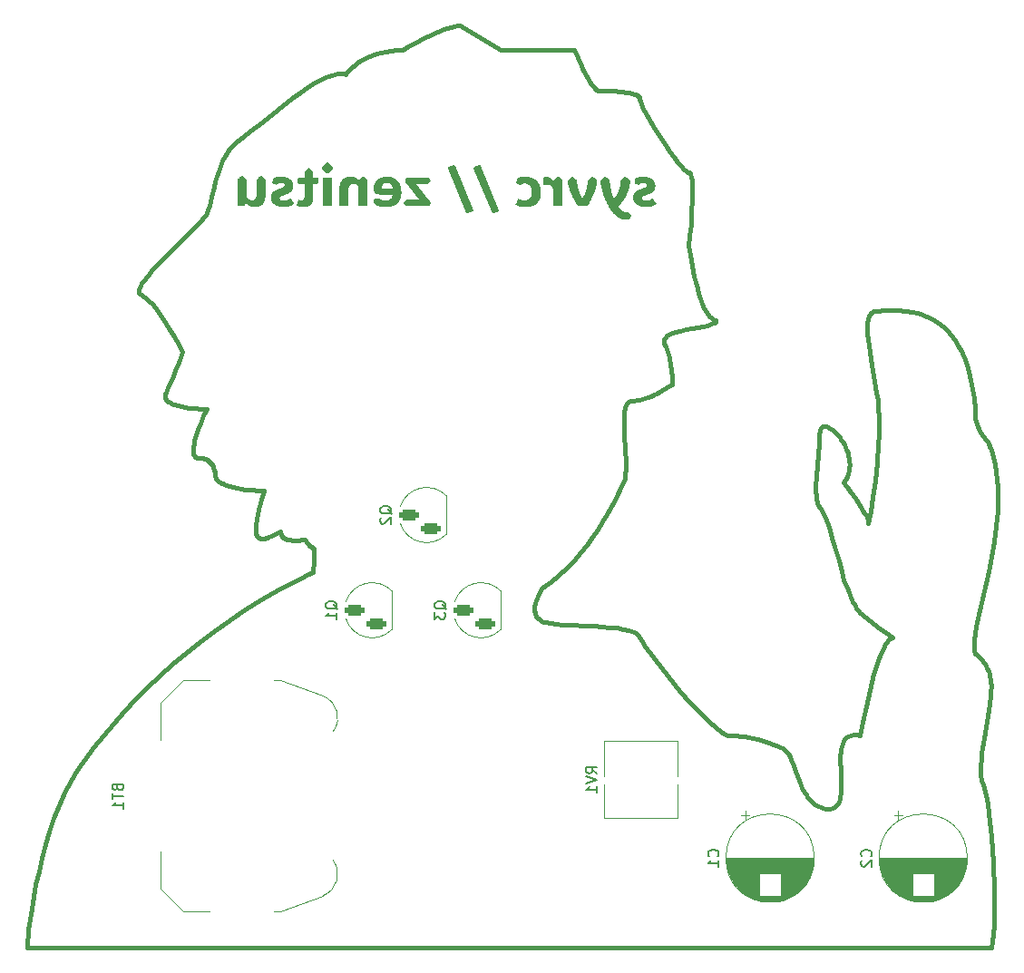
<source format=gbr>
%TF.GenerationSoftware,KiCad,Pcbnew,9.0.1*%
%TF.CreationDate,2025-06-11T16:25:32+05:30*%
%TF.ProjectId,zenitsu,7a656e69-7473-4752-9e6b-696361645f70,rev?*%
%TF.SameCoordinates,Original*%
%TF.FileFunction,Legend,Bot*%
%TF.FilePolarity,Positive*%
%FSLAX46Y46*%
G04 Gerber Fmt 4.6, Leading zero omitted, Abs format (unit mm)*
G04 Created by KiCad (PCBNEW 9.0.1) date 2025-06-11 16:25:32*
%MOMM*%
%LPD*%
G01*
G04 APERTURE LIST*
G04 Aperture macros list*
%AMRoundRect*
0 Rectangle with rounded corners*
0 $1 Rounding radius*
0 $2 $3 $4 $5 $6 $7 $8 $9 X,Y pos of 4 corners*
0 Add a 4 corners polygon primitive as box body*
4,1,4,$2,$3,$4,$5,$6,$7,$8,$9,$2,$3,0*
0 Add four circle primitives for the rounded corners*
1,1,$1+$1,$2,$3*
1,1,$1+$1,$4,$5*
1,1,$1+$1,$6,$7*
1,1,$1+$1,$8,$9*
0 Add four rect primitives between the rounded corners*
20,1,$1+$1,$2,$3,$4,$5,0*
20,1,$1+$1,$4,$5,$6,$7,0*
20,1,$1+$1,$6,$7,$8,$9,0*
20,1,$1+$1,$8,$9,$2,$3,0*%
G04 Aperture macros list end*
%ADD10C,0.000000*%
%ADD11C,0.453098*%
%ADD12C,0.150000*%
%ADD13C,0.120000*%
%ADD14C,2.000000*%
%ADD15O,1.600000X1.600000*%
%ADD16C,1.600000*%
%ADD17C,1.500000*%
%ADD18C,1.800000*%
%ADD19R,1.800000X1.800000*%
%ADD20RoundRect,0.275000X-0.625000X0.275000X-0.625000X-0.275000X0.625000X-0.275000X0.625000X0.275000X0*%
%ADD21R,1.800000X1.100000*%
%ADD22C,17.800000*%
%ADD23R,5.080000X1.270000*%
%ADD24R,1.600000X1.600000*%
%ADD25C,1.440000*%
G04 APERTURE END LIST*
D10*
G36*
X126904804Y-66106512D02*
G01*
X126909127Y-66107098D01*
X126913698Y-66108076D01*
X126918516Y-66109446D01*
X126923580Y-66111206D01*
X126928892Y-66113358D01*
X126934451Y-66115901D01*
X126940257Y-66118835D01*
X126946310Y-66122160D01*
X126952610Y-66125876D01*
X126959157Y-66129984D01*
X126965951Y-66134483D01*
X126972993Y-66139373D01*
X126980281Y-66144654D01*
X126987817Y-66150327D01*
X126995600Y-66156390D01*
X127045512Y-66200370D01*
X127095092Y-66245339D01*
X127144341Y-66291295D01*
X127193260Y-66338240D01*
X127217271Y-66361177D01*
X127240539Y-66383867D01*
X127263066Y-66406309D01*
X127284850Y-66428505D01*
X127305894Y-66450454D01*
X127326195Y-66472156D01*
X127345756Y-66493610D01*
X127364575Y-66514818D01*
X127395541Y-66553033D01*
X127419922Y-66583341D01*
X127422475Y-66586667D01*
X127424863Y-66590054D01*
X127427087Y-66593502D01*
X127429146Y-66597013D01*
X127431040Y-66600585D01*
X127432770Y-66604219D01*
X127434335Y-66607915D01*
X127435735Y-66611673D01*
X127436970Y-66615492D01*
X127438041Y-66619374D01*
X127438947Y-66623317D01*
X127439688Y-66627321D01*
X127440265Y-66631388D01*
X127440676Y-66635516D01*
X127440924Y-66639706D01*
X127441006Y-66643958D01*
X127440924Y-66648209D01*
X127440676Y-66652399D01*
X127440265Y-66656527D01*
X127439688Y-66660594D01*
X127438947Y-66664599D01*
X127438041Y-66668541D01*
X127436970Y-66672423D01*
X127435735Y-66676242D01*
X127434335Y-66680000D01*
X127432770Y-66683696D01*
X127431040Y-66687330D01*
X127429146Y-66690902D01*
X127427087Y-66694413D01*
X127424863Y-66697861D01*
X127422475Y-66701248D01*
X127419922Y-66704574D01*
X127408555Y-66717587D01*
X127395541Y-66732906D01*
X127380881Y-66750530D01*
X127364575Y-66770461D01*
X127345838Y-66792328D01*
X127326525Y-66814441D01*
X127306635Y-66836802D01*
X127286168Y-66859409D01*
X127265124Y-66882264D01*
X127243504Y-66905366D01*
X127198534Y-66952311D01*
X127175267Y-66975248D01*
X127151588Y-66997938D01*
X127127498Y-67020381D01*
X127102997Y-67042577D01*
X127078084Y-67064525D01*
X127052759Y-67086227D01*
X127027022Y-67107682D01*
X127000873Y-67128889D01*
X126990702Y-67136466D01*
X126981272Y-67143384D01*
X126972582Y-67149644D01*
X126964634Y-67155244D01*
X126957427Y-67160186D01*
X126950961Y-67164468D01*
X126945236Y-67168092D01*
X126940252Y-67171057D01*
X126937627Y-67172015D01*
X126935023Y-67172910D01*
X126932439Y-67173744D01*
X126929877Y-67174516D01*
X126927334Y-67175227D01*
X126924813Y-67175875D01*
X126922312Y-67176462D01*
X126919832Y-67176987D01*
X126917372Y-67177450D01*
X126914933Y-67177852D01*
X126912514Y-67178191D01*
X126910116Y-67178469D01*
X126907738Y-67178685D01*
X126905381Y-67178840D01*
X126903044Y-67178932D01*
X126900727Y-67178963D01*
X126898410Y-67178932D01*
X126896073Y-67178840D01*
X126893715Y-67178685D01*
X126891336Y-67178469D01*
X126888937Y-67178191D01*
X126886517Y-67177852D01*
X126884077Y-67177450D01*
X126881616Y-67176987D01*
X126879135Y-67176462D01*
X126876633Y-67175875D01*
X126871568Y-67174516D01*
X126866420Y-67172910D01*
X126861190Y-67171057D01*
X126855672Y-67168092D01*
X126849659Y-67164468D01*
X126843153Y-67160186D01*
X126836152Y-67155244D01*
X126828658Y-67149644D01*
X126820670Y-67143384D01*
X126812188Y-67136466D01*
X126803212Y-67128889D01*
X126778256Y-67107682D01*
X126753464Y-67086227D01*
X126728838Y-67064525D01*
X126704377Y-67042577D01*
X126680081Y-67020381D01*
X126655950Y-66997938D01*
X126631984Y-66975248D01*
X126608182Y-66952311D01*
X126584833Y-66928797D01*
X126562225Y-66905696D01*
X126540359Y-66883006D01*
X126519233Y-66860727D01*
X126498849Y-66838861D01*
X126479205Y-66817407D01*
X126460303Y-66796364D01*
X126442141Y-66775733D01*
X126409202Y-66735541D01*
X126395695Y-66718904D01*
X126384164Y-66704574D01*
X126381292Y-66701248D01*
X126378606Y-66697861D01*
X126376104Y-66694413D01*
X126373789Y-66690902D01*
X126371658Y-66687330D01*
X126369713Y-66683696D01*
X126367953Y-66680000D01*
X126366378Y-66676242D01*
X126364988Y-66672423D01*
X126363784Y-66668541D01*
X126362765Y-66664599D01*
X126361931Y-66660594D01*
X126361283Y-66656527D01*
X126360820Y-66652399D01*
X126360542Y-66648209D01*
X126360449Y-66643958D01*
X126360542Y-66639706D01*
X126360820Y-66635516D01*
X126361283Y-66631388D01*
X126361931Y-66627321D01*
X126362765Y-66623317D01*
X126363784Y-66619374D01*
X126364988Y-66615492D01*
X126366378Y-66611673D01*
X126367953Y-66607915D01*
X126369713Y-66604219D01*
X126371658Y-66600585D01*
X126373789Y-66597013D01*
X126376104Y-66593502D01*
X126378606Y-66590054D01*
X126381292Y-66586667D01*
X126384164Y-66583341D01*
X126389641Y-66575929D01*
X126395530Y-66568187D01*
X126401831Y-66560116D01*
X126408544Y-66551715D01*
X126415669Y-66542985D01*
X126423205Y-66533925D01*
X126431152Y-66524536D01*
X126439510Y-66514818D01*
X126478054Y-66471167D01*
X126518575Y-66427188D01*
X126561073Y-66382878D01*
X126605549Y-66338240D01*
X126652000Y-66293271D01*
X126700428Y-66247974D01*
X126750833Y-66202347D01*
X126803212Y-66156390D01*
X126811314Y-66150327D01*
X126819148Y-66144654D01*
X126826715Y-66139373D01*
X126834014Y-66134483D01*
X126841045Y-66129984D01*
X126847809Y-66125876D01*
X126854305Y-66122160D01*
X126860534Y-66118835D01*
X126866495Y-66115901D01*
X126872188Y-66113358D01*
X126877614Y-66111206D01*
X126882772Y-66109446D01*
X126887662Y-66108076D01*
X126892285Y-66107098D01*
X126896640Y-66106512D01*
X126900727Y-66106316D01*
X126904804Y-66106512D01*
G37*
G36*
X151644116Y-67468967D02*
G01*
X151648171Y-67469276D01*
X151652286Y-67469791D01*
X151656462Y-67470513D01*
X151660698Y-67471440D01*
X151664995Y-67472573D01*
X151669353Y-67473912D01*
X151673772Y-67475456D01*
X151678251Y-67477207D01*
X151682791Y-67479163D01*
X151687391Y-67481326D01*
X151692052Y-67483694D01*
X151696774Y-67486267D01*
X151701556Y-67489047D01*
X151706399Y-67492031D01*
X151711302Y-67495222D01*
X151765698Y-67535868D01*
X151791693Y-67556037D01*
X151816886Y-67576102D01*
X151841277Y-67596065D01*
X151864865Y-67615924D01*
X151887650Y-67635680D01*
X151909631Y-67655334D01*
X151930809Y-67674884D01*
X151951182Y-67694331D01*
X151970751Y-67713675D01*
X151989515Y-67732916D01*
X152007474Y-67752054D01*
X152024628Y-67771089D01*
X152040976Y-67790021D01*
X152056517Y-67808850D01*
X152060030Y-67813205D01*
X152063317Y-67817703D01*
X152066377Y-67822346D01*
X152069210Y-67827132D01*
X152071816Y-67832063D01*
X152074196Y-67837138D01*
X152076349Y-67842358D01*
X152078275Y-67847721D01*
X152079975Y-67853228D01*
X152081448Y-67858880D01*
X152082695Y-67864676D01*
X152083715Y-67870616D01*
X152084508Y-67876700D01*
X152085074Y-67882928D01*
X152085414Y-67889301D01*
X152085528Y-67895817D01*
X152084458Y-67931932D01*
X152081248Y-67971753D01*
X152075897Y-68015281D01*
X152068407Y-68062515D01*
X152058777Y-68113454D01*
X152047007Y-68168100D01*
X152033097Y-68226451D01*
X152017046Y-68288508D01*
X151999220Y-68352625D01*
X151979986Y-68418472D01*
X151959347Y-68486048D01*
X151937307Y-68555354D01*
X151889041Y-68699154D01*
X151835217Y-68849871D01*
X151775719Y-69002401D01*
X151713269Y-69154271D01*
X151647867Y-69305482D01*
X151579514Y-69456032D01*
X151543886Y-69529414D01*
X151508182Y-69600654D01*
X151472400Y-69669753D01*
X151436535Y-69736711D01*
X151400587Y-69801528D01*
X151364552Y-69864204D01*
X151328427Y-69924738D01*
X151292210Y-69983132D01*
X151281086Y-70000252D01*
X151270108Y-70016693D01*
X151259274Y-70032454D01*
X151248584Y-70047537D01*
X151238039Y-70061940D01*
X151227638Y-70075663D01*
X151217381Y-70088707D01*
X151207268Y-70101072D01*
X151197298Y-70112756D01*
X151187472Y-70123762D01*
X151177789Y-70134088D01*
X151168249Y-70143733D01*
X151158852Y-70152700D01*
X151149598Y-70160986D01*
X151140487Y-70168593D01*
X151131518Y-70175519D01*
X151121832Y-70181904D01*
X151111241Y-70187877D01*
X151099746Y-70193437D01*
X151087347Y-70198585D01*
X151074042Y-70203322D01*
X151059833Y-70207646D01*
X151044719Y-70211558D01*
X151028700Y-70215059D01*
X151011776Y-70218147D01*
X150993946Y-70220824D01*
X150975210Y-70223088D01*
X150955569Y-70224941D01*
X150935021Y-70226382D01*
X150913568Y-70227411D01*
X150867943Y-70228235D01*
X150588621Y-70228235D01*
X150566296Y-70228019D01*
X150544819Y-70227370D01*
X150524189Y-70226289D01*
X150504406Y-70224775D01*
X150485471Y-70222829D01*
X150467381Y-70220451D01*
X150450137Y-70217640D01*
X150433738Y-70214397D01*
X150418184Y-70210721D01*
X150403474Y-70206613D01*
X150389607Y-70202073D01*
X150376584Y-70197100D01*
X150364404Y-70191696D01*
X150353066Y-70185859D01*
X150342570Y-70179589D01*
X150332915Y-70172888D01*
X150323629Y-70165661D01*
X150314197Y-70157817D01*
X150304621Y-70149355D01*
X150294900Y-70140275D01*
X150285034Y-70130578D01*
X150275023Y-70120262D01*
X150264867Y-70109329D01*
X150254566Y-70097778D01*
X150233529Y-70072823D01*
X150211913Y-70045397D01*
X150189717Y-70015500D01*
X150166942Y-69983132D01*
X150128785Y-69927250D01*
X150090804Y-69868981D01*
X150052997Y-69808323D01*
X150015362Y-69745278D01*
X149977895Y-69679844D01*
X149940594Y-69612022D01*
X149903456Y-69541811D01*
X149866479Y-69469211D01*
X149830036Y-69394636D01*
X149794499Y-69319812D01*
X149759869Y-69244742D01*
X149726146Y-69169424D01*
X149693329Y-69093858D01*
X149661418Y-69018046D01*
X149630414Y-68941987D01*
X149600316Y-68865681D01*
X149570778Y-68789417D01*
X149542803Y-68714800D01*
X149516394Y-68641830D01*
X149491552Y-68570507D01*
X149468281Y-68500831D01*
X149446582Y-68432802D01*
X149426460Y-68366421D01*
X149407916Y-68301687D01*
X149391192Y-68238928D01*
X149376608Y-68179792D01*
X149364163Y-68124281D01*
X149353859Y-68072395D01*
X149345695Y-68024132D01*
X149339670Y-67979494D01*
X149335786Y-67938481D01*
X149334647Y-67919333D01*
X149334042Y-67901092D01*
X149334145Y-67893936D01*
X149334454Y-67886965D01*
X149334968Y-67880180D01*
X149335689Y-67873581D01*
X149336615Y-67867167D01*
X149337748Y-67860939D01*
X149339088Y-67854896D01*
X149340634Y-67849038D01*
X149342388Y-67843366D01*
X149344348Y-67837879D01*
X149346515Y-67832578D01*
X149348890Y-67827461D01*
X149351472Y-67822531D01*
X149354262Y-67817785D01*
X149357260Y-67813225D01*
X149360465Y-67808850D01*
X149375308Y-67790361D01*
X149390905Y-67771789D01*
X149407254Y-67753134D01*
X149424350Y-67734397D01*
X149442189Y-67715577D01*
X149460767Y-67696675D01*
X149480081Y-67677689D01*
X149500126Y-67658620D01*
X149521115Y-67639349D01*
X149543262Y-67619748D01*
X149566566Y-67599817D01*
X149591026Y-67579556D01*
X149616640Y-67558967D01*
X149643407Y-67538048D01*
X149671326Y-67516799D01*
X149700395Y-67495222D01*
X149704379Y-67492031D01*
X149708403Y-67489047D01*
X149712466Y-67486267D01*
X149716569Y-67483694D01*
X149720713Y-67481326D01*
X149724896Y-67479163D01*
X149729120Y-67477207D01*
X149733385Y-67475456D01*
X149737691Y-67473912D01*
X149742038Y-67472573D01*
X149746426Y-67471440D01*
X149750855Y-67470513D01*
X149755325Y-67469791D01*
X149759837Y-67469276D01*
X149764391Y-67468967D01*
X149768987Y-67468864D01*
X149772951Y-67468967D01*
X149776958Y-67469276D01*
X149781006Y-67469791D01*
X149785097Y-67470513D01*
X149789230Y-67471440D01*
X149793405Y-67472573D01*
X149797622Y-67473912D01*
X149801881Y-67475456D01*
X149806182Y-67477207D01*
X149810525Y-67479163D01*
X149814910Y-67481326D01*
X149819338Y-67483694D01*
X149823807Y-67486267D01*
X149828319Y-67489047D01*
X149832873Y-67492031D01*
X149837469Y-67495222D01*
X149865906Y-67516799D01*
X149893279Y-67538048D01*
X149919587Y-67558967D01*
X149944830Y-67579556D01*
X149969008Y-67599817D01*
X149992122Y-67619748D01*
X150014170Y-67639349D01*
X150035154Y-67658620D01*
X150055236Y-67677689D01*
X150074663Y-67696675D01*
X150093434Y-67715577D01*
X150111548Y-67734397D01*
X150129002Y-67753134D01*
X150145797Y-67771789D01*
X150161931Y-67790361D01*
X150177402Y-67808850D01*
X150180608Y-67813246D01*
X150183605Y-67817868D01*
X150186395Y-67822717D01*
X150188977Y-67827792D01*
X150191352Y-67833094D01*
X150193519Y-67838623D01*
X150195480Y-67844378D01*
X150197233Y-67850359D01*
X150198779Y-67856567D01*
X150200119Y-67863002D01*
X150201252Y-67869663D01*
X150202179Y-67876551D01*
X150202899Y-67883665D01*
X150203414Y-67891005D01*
X150203722Y-67898572D01*
X150203825Y-67906365D01*
X150203825Y-67895817D01*
X150204358Y-67926578D01*
X150205956Y-67959563D01*
X150208623Y-67994772D01*
X150212358Y-68032204D01*
X150217162Y-68071861D01*
X150223039Y-68113741D01*
X150229988Y-68157845D01*
X150238010Y-68204172D01*
X150246428Y-68252188D01*
X150255827Y-68301357D01*
X150266209Y-68351678D01*
X150277576Y-68403153D01*
X150289929Y-68455781D01*
X150303269Y-68509561D01*
X150317597Y-68564493D01*
X150332915Y-68620578D01*
X150349181Y-68677243D01*
X150366354Y-68733907D01*
X150384434Y-68790571D01*
X150403420Y-68847234D01*
X150423313Y-68903897D01*
X150444112Y-68960561D01*
X150465819Y-69017225D01*
X150488431Y-69073889D01*
X150511908Y-69130057D01*
X150536207Y-69185236D01*
X150561328Y-69239428D01*
X150587272Y-69292632D01*
X150614038Y-69344848D01*
X150641627Y-69396076D01*
X150670038Y-69446316D01*
X150699271Y-69495569D01*
X150712426Y-69495569D01*
X150747479Y-69430215D01*
X150781458Y-69363297D01*
X150814364Y-69294814D01*
X150846198Y-69224766D01*
X150876962Y-69153155D01*
X150906658Y-69079978D01*
X150935285Y-69005238D01*
X150962847Y-68928933D01*
X150989140Y-68852339D01*
X151014039Y-68776734D01*
X151037544Y-68702117D01*
X151059653Y-68628487D01*
X151080365Y-68555847D01*
X151099679Y-68484194D01*
X151117593Y-68413530D01*
X151134106Y-68343855D01*
X151148332Y-68275701D01*
X151160654Y-68210925D01*
X151171072Y-68149526D01*
X151179591Y-68091504D01*
X151186213Y-68036859D01*
X151190939Y-67985591D01*
X151193774Y-67937700D01*
X151194718Y-67893186D01*
X151194718Y-67906365D01*
X151194831Y-67898572D01*
X151195171Y-67891005D01*
X151195737Y-67883665D01*
X151196531Y-67876551D01*
X151197551Y-67869663D01*
X151198797Y-67863002D01*
X151200270Y-67856567D01*
X151201970Y-67850359D01*
X151203896Y-67844378D01*
X151206049Y-67838623D01*
X151208429Y-67833094D01*
X151211036Y-67827792D01*
X151213869Y-67822717D01*
X151216929Y-67817868D01*
X151220215Y-67813246D01*
X151223728Y-67808850D01*
X151238644Y-67790361D01*
X151254383Y-67771789D01*
X151270944Y-67753134D01*
X151288328Y-67734397D01*
X151306534Y-67715577D01*
X151325563Y-67696675D01*
X151345413Y-67677689D01*
X151366087Y-67658620D01*
X151387118Y-67639349D01*
X151409390Y-67619748D01*
X151432901Y-67599817D01*
X151457648Y-67579556D01*
X151483628Y-67558967D01*
X151510839Y-67538048D01*
X151539279Y-67516799D01*
X151568943Y-67495222D01*
X151573550Y-67492031D01*
X151578136Y-67489047D01*
X151582701Y-67486267D01*
X151587245Y-67483694D01*
X151591767Y-67481326D01*
X151596268Y-67479163D01*
X151600749Y-67477207D01*
X151605208Y-67475456D01*
X151609646Y-67473912D01*
X151614063Y-67472573D01*
X151618459Y-67471440D01*
X151622834Y-67470513D01*
X151627188Y-67469791D01*
X151631520Y-67469276D01*
X151635832Y-67468967D01*
X151640123Y-67468864D01*
X151644116Y-67468967D01*
G37*
G36*
X148420959Y-67442600D02*
G01*
X148425161Y-67442847D01*
X148429524Y-67443258D01*
X148434050Y-67443833D01*
X148438739Y-67444573D01*
X148443593Y-67445478D01*
X148448613Y-67446547D01*
X148453800Y-67447780D01*
X148456435Y-67448481D01*
X148459071Y-67449265D01*
X148461706Y-67450130D01*
X148464342Y-67451078D01*
X148466977Y-67452108D01*
X148469613Y-67453220D01*
X148472248Y-67454414D01*
X148474884Y-67455691D01*
X148477520Y-67457050D01*
X148480155Y-67458491D01*
X148482791Y-67460014D01*
X148485426Y-67461620D01*
X148488062Y-67463307D01*
X148490697Y-67465077D01*
X148493333Y-67466930D01*
X148495968Y-67468864D01*
X148523767Y-67490445D01*
X148550492Y-67511695D01*
X148576145Y-67532614D01*
X148600727Y-67553204D01*
X148624238Y-67573465D01*
X148646681Y-67593396D01*
X148668056Y-67612999D01*
X148688365Y-67632273D01*
X148707140Y-67651339D01*
X148725260Y-67670322D01*
X148742724Y-67689222D01*
X148759530Y-67708041D01*
X148775677Y-67726777D01*
X148791164Y-67745431D01*
X148805990Y-67764003D01*
X148820153Y-67782493D01*
X148823339Y-67786888D01*
X148826320Y-67791510D01*
X148829095Y-67796359D01*
X148831665Y-67801434D01*
X148834029Y-67806736D01*
X148836188Y-67812265D01*
X148838141Y-67818020D01*
X148839889Y-67824001D01*
X148841431Y-67830209D01*
X148842768Y-67836644D01*
X148843898Y-67843305D01*
X148844824Y-67850193D01*
X148845543Y-67857307D01*
X148846058Y-67864647D01*
X148846366Y-67872214D01*
X148846469Y-67880007D01*
X148846469Y-70088552D01*
X148846346Y-70098251D01*
X148845978Y-70107579D01*
X148845364Y-70116536D01*
X148844504Y-70125122D01*
X148843398Y-70133338D01*
X148842044Y-70141183D01*
X148840444Y-70148657D01*
X148838596Y-70155761D01*
X148836500Y-70162493D01*
X148834157Y-70168856D01*
X148831565Y-70174847D01*
X148828724Y-70180468D01*
X148825634Y-70185718D01*
X148822295Y-70190598D01*
X148818706Y-70195107D01*
X148814867Y-70199245D01*
X148810412Y-70202756D01*
X148805606Y-70206041D01*
X148800450Y-70209099D01*
X148794943Y-70211930D01*
X148789086Y-70214534D01*
X148782878Y-70216912D01*
X148776320Y-70219064D01*
X148769411Y-70220989D01*
X148762152Y-70222687D01*
X148754542Y-70224159D01*
X148746582Y-70225405D01*
X148738271Y-70226424D01*
X148729610Y-70227216D01*
X148720598Y-70227782D01*
X148711236Y-70228122D01*
X148701523Y-70228235D01*
X148158623Y-70228235D01*
X148148920Y-70228122D01*
X148139590Y-70227782D01*
X148130631Y-70227216D01*
X148122043Y-70226424D01*
X148113827Y-70225405D01*
X148105983Y-70224159D01*
X148098510Y-70222687D01*
X148091408Y-70220989D01*
X148084678Y-70219064D01*
X148078320Y-70216912D01*
X148072333Y-70214534D01*
X148066718Y-70211930D01*
X148061474Y-70209099D01*
X148056602Y-70206041D01*
X148052102Y-70202756D01*
X148047973Y-70199245D01*
X148043826Y-70195107D01*
X148039945Y-70190598D01*
X148036331Y-70185718D01*
X148032984Y-70180468D01*
X148029903Y-70174847D01*
X148027090Y-70168856D01*
X148024543Y-70162493D01*
X148022264Y-70155761D01*
X148020253Y-70148657D01*
X148018509Y-70141183D01*
X148017033Y-70133338D01*
X148015825Y-70125122D01*
X148014886Y-70116536D01*
X148014214Y-70107579D01*
X148013811Y-70098251D01*
X148013677Y-70088552D01*
X148013677Y-68939480D01*
X148013080Y-68897219D01*
X148011289Y-68856090D01*
X148008304Y-68816093D01*
X148004126Y-68777229D01*
X147998753Y-68739497D01*
X147992187Y-68702898D01*
X147984427Y-68667432D01*
X147975472Y-68633098D01*
X147965324Y-68599897D01*
X147953983Y-68567828D01*
X147941447Y-68536892D01*
X147927718Y-68507088D01*
X147912794Y-68478418D01*
X147896677Y-68450880D01*
X147879366Y-68424474D01*
X147860861Y-68399202D01*
X147841295Y-68374947D01*
X147820801Y-68352257D01*
X147799380Y-68331131D01*
X147777031Y-68311571D01*
X147753754Y-68293575D01*
X147729549Y-68277144D01*
X147704417Y-68262277D01*
X147678357Y-68248976D01*
X147651370Y-68237239D01*
X147623455Y-68227067D01*
X147594612Y-68218460D01*
X147564842Y-68211418D01*
X147534143Y-68205941D01*
X147502518Y-68202028D01*
X147469965Y-68199681D01*
X147436484Y-68198899D01*
X147410871Y-68199146D01*
X147386744Y-68199887D01*
X147364101Y-68201123D01*
X147342940Y-68202854D01*
X147323260Y-68205079D01*
X147305060Y-68207798D01*
X147296515Y-68209343D01*
X147288339Y-68211012D01*
X147280532Y-68212804D01*
X147273095Y-68214720D01*
X147258405Y-68218013D01*
X147244614Y-68221307D01*
X147231724Y-68224600D01*
X147219738Y-68227893D01*
X147208659Y-68231187D01*
X147198489Y-68234480D01*
X147189231Y-68237773D01*
X147180888Y-68241067D01*
X147175046Y-68243257D01*
X147169389Y-68245216D01*
X147163918Y-68246944D01*
X147158633Y-68248440D01*
X147153534Y-68249704D01*
X147148620Y-68250736D01*
X147143892Y-68251537D01*
X147139350Y-68252106D01*
X147134994Y-68252444D01*
X147130823Y-68252549D01*
X147126838Y-68252423D01*
X147123038Y-68252066D01*
X147119424Y-68251477D01*
X147115995Y-68250656D01*
X147112752Y-68249603D01*
X147109694Y-68248319D01*
X147106822Y-68246804D01*
X147104136Y-68245056D01*
X147101635Y-68243077D01*
X147099319Y-68240866D01*
X147097188Y-68238424D01*
X147095243Y-68235750D01*
X147093484Y-68232844D01*
X147091909Y-68229706D01*
X147090520Y-68226337D01*
X147089316Y-68222737D01*
X147088298Y-68218904D01*
X147087465Y-68214840D01*
X147086816Y-68210544D01*
X147086354Y-68206017D01*
X147086076Y-68201258D01*
X147085983Y-68196267D01*
X147085983Y-67561105D01*
X147086138Y-67555310D01*
X147086330Y-67552513D01*
X147086600Y-67549783D01*
X147086947Y-67547119D01*
X147087372Y-67544523D01*
X147087873Y-67541993D01*
X147088452Y-67539530D01*
X147089108Y-67537134D01*
X147089841Y-67534805D01*
X147090651Y-67532543D01*
X147091539Y-67530348D01*
X147092504Y-67528220D01*
X147093547Y-67526158D01*
X147094666Y-67524164D01*
X147095864Y-67522236D01*
X147097138Y-67520376D01*
X147098490Y-67518582D01*
X147099920Y-67516855D01*
X147101427Y-67515195D01*
X147103011Y-67513602D01*
X147104673Y-67512076D01*
X147106413Y-67510617D01*
X147108230Y-67509224D01*
X147110125Y-67507899D01*
X147112097Y-67506641D01*
X147114147Y-67505449D01*
X147116274Y-67504325D01*
X147118479Y-67503267D01*
X147120762Y-67502276D01*
X147123123Y-67501353D01*
X147125561Y-67500496D01*
X147129932Y-67499176D01*
X147135118Y-67497858D01*
X147141120Y-67496540D01*
X147147941Y-67495222D01*
X147155584Y-67493904D01*
X147164052Y-67492586D01*
X147173347Y-67491268D01*
X147183472Y-67489948D01*
X147194388Y-67488098D01*
X147206050Y-67486493D01*
X147218455Y-67485134D01*
X147231600Y-67484022D01*
X147245484Y-67483157D01*
X147260103Y-67482538D01*
X147275455Y-67482167D01*
X147291538Y-67482043D01*
X147354546Y-67484184D01*
X147385124Y-67486861D01*
X147415084Y-67490608D01*
X147444427Y-67495426D01*
X147473152Y-67501315D01*
X147501259Y-67508275D01*
X147528749Y-67516305D01*
X147555622Y-67525405D01*
X147581876Y-67535577D01*
X147607513Y-67546819D01*
X147632532Y-67559131D01*
X147656933Y-67572515D01*
X147680716Y-67586969D01*
X147703881Y-67602494D01*
X147726429Y-67619089D01*
X147748358Y-67636755D01*
X147769669Y-67655492D01*
X147790362Y-67675299D01*
X147810437Y-67696177D01*
X147829894Y-67718126D01*
X147848733Y-67741145D01*
X147866953Y-67765236D01*
X147884556Y-67790396D01*
X147917905Y-67843930D01*
X147948780Y-67901746D01*
X147977182Y-67963845D01*
X148003109Y-68030227D01*
X148013677Y-68030227D01*
X148013677Y-67835208D01*
X148013769Y-67829978D01*
X148014046Y-67824831D01*
X148014508Y-67819765D01*
X148015155Y-67814782D01*
X148015987Y-67809881D01*
X148017004Y-67805063D01*
X148018207Y-67800327D01*
X148019595Y-67795673D01*
X148021169Y-67791101D01*
X148022930Y-67786612D01*
X148024876Y-67782206D01*
X148027009Y-67777881D01*
X148029328Y-67773640D01*
X148031833Y-67769480D01*
X148034526Y-67765403D01*
X148037405Y-67761409D01*
X148048798Y-67746060D01*
X148061219Y-67730320D01*
X148074669Y-67714188D01*
X148089146Y-67697665D01*
X148121187Y-67663446D01*
X148157344Y-67627660D01*
X148197617Y-67590309D01*
X148242008Y-67551393D01*
X148290519Y-67510911D01*
X148343150Y-67468864D01*
X148347765Y-67465674D01*
X148352379Y-67462689D01*
X148356990Y-67459910D01*
X148361601Y-67457338D01*
X148366209Y-67454970D01*
X148370817Y-67452809D01*
X148375425Y-67450854D01*
X148380032Y-67449104D01*
X148384639Y-67447560D01*
X148389246Y-67446223D01*
X148393854Y-67445091D01*
X148398464Y-67444164D01*
X148403074Y-67443444D01*
X148407686Y-67442929D01*
X148412300Y-67442621D01*
X148416916Y-67442518D01*
X148420959Y-67442600D01*
G37*
G36*
X136222446Y-67529557D02*
G01*
X136227594Y-67529773D01*
X136232661Y-67530134D01*
X136237645Y-67530638D01*
X136242546Y-67531287D01*
X136247366Y-67532080D01*
X136252102Y-67533017D01*
X136256756Y-67534098D01*
X136261326Y-67535323D01*
X136265814Y-67536693D01*
X136270218Y-67538207D01*
X136274538Y-67539864D01*
X136278775Y-67541666D01*
X136282928Y-67543613D01*
X136286998Y-67545703D01*
X136290983Y-67547938D01*
X136318176Y-67570709D01*
X136345696Y-67595539D01*
X136373542Y-67622428D01*
X136401715Y-67651377D01*
X136430216Y-67682385D01*
X136459043Y-67715452D01*
X136488196Y-67750580D01*
X136517677Y-67787766D01*
X136520229Y-67791350D01*
X136522616Y-67794850D01*
X136524837Y-67798268D01*
X136526892Y-67801604D01*
X136528783Y-67804857D01*
X136530508Y-67808028D01*
X136532067Y-67811117D01*
X136533462Y-67814123D01*
X136534693Y-67817047D01*
X136535758Y-67819888D01*
X136536660Y-67822647D01*
X136537397Y-67825324D01*
X136537970Y-67827918D01*
X136538379Y-67830431D01*
X136538624Y-67832860D01*
X136538706Y-67835208D01*
X136538624Y-67837256D01*
X136538379Y-67839448D01*
X136537970Y-67841784D01*
X136537397Y-67844264D01*
X136536660Y-67846888D01*
X136535758Y-67849657D01*
X136534693Y-67852570D01*
X136533462Y-67855627D01*
X136532067Y-67858829D01*
X136530508Y-67862175D01*
X136528783Y-67865665D01*
X136526892Y-67869300D01*
X136522616Y-67877002D01*
X136517677Y-67885281D01*
X136488196Y-67922465D01*
X136459043Y-67957589D01*
X136430216Y-67990655D01*
X136401715Y-68021662D01*
X136387588Y-68036394D01*
X136373542Y-68050611D01*
X136359578Y-68064314D01*
X136345696Y-68077502D01*
X136331895Y-68090176D01*
X136318176Y-68102335D01*
X136304538Y-68113980D01*
X136290983Y-68125110D01*
X136287611Y-68127343D01*
X136284073Y-68129431D01*
X136280369Y-68131376D01*
X136276500Y-68133177D01*
X136272465Y-68134834D01*
X136268265Y-68136346D01*
X136263900Y-68137715D01*
X136259370Y-68138940D01*
X136254676Y-68140021D01*
X136249817Y-68140957D01*
X136244793Y-68141750D01*
X136239606Y-68142399D01*
X136234254Y-68142903D01*
X136228738Y-68143263D01*
X136223059Y-68143480D01*
X136217216Y-68143552D01*
X135207771Y-68143552D01*
X136401745Y-69674777D01*
X136416715Y-69694420D01*
X136430677Y-69713816D01*
X136443630Y-69732964D01*
X136455573Y-69751866D01*
X136466508Y-69770521D01*
X136476434Y-69788929D01*
X136485352Y-69807090D01*
X136493262Y-69825003D01*
X136500164Y-69842670D01*
X136506057Y-69860090D01*
X136510943Y-69877262D01*
X136514822Y-69894187D01*
X136517693Y-69910865D01*
X136519557Y-69927296D01*
X136520414Y-69943480D01*
X136520264Y-69959417D01*
X136518945Y-69974705D01*
X136516969Y-69989602D01*
X136514336Y-70004108D01*
X136511046Y-70018222D01*
X136507099Y-70031945D01*
X136502494Y-70045277D01*
X136497230Y-70058218D01*
X136491308Y-70070767D01*
X136484728Y-70082925D01*
X136477488Y-70094692D01*
X136469588Y-70106067D01*
X136461029Y-70117052D01*
X136451809Y-70127645D01*
X136441929Y-70137847D01*
X136431388Y-70147658D01*
X136420186Y-70157078D01*
X136408499Y-70165695D01*
X136396503Y-70173756D01*
X136384198Y-70181261D01*
X136371584Y-70188211D01*
X136358662Y-70194604D01*
X136345430Y-70200441D01*
X136331890Y-70205722D01*
X136318039Y-70210447D01*
X136303879Y-70214616D01*
X136289409Y-70218229D01*
X136274630Y-70221287D01*
X136259540Y-70223788D01*
X136244139Y-70225734D01*
X136228429Y-70227123D01*
X136212407Y-70227957D01*
X136196075Y-70228235D01*
X134351257Y-70228235D01*
X134346027Y-70228163D01*
X134340879Y-70227947D01*
X134335812Y-70227586D01*
X134330828Y-70227082D01*
X134325926Y-70226433D01*
X134321107Y-70225640D01*
X134316371Y-70224703D01*
X134311717Y-70223622D01*
X134307146Y-70222396D01*
X134302659Y-70221027D01*
X134298255Y-70219513D01*
X134293934Y-70217855D01*
X134289697Y-70216053D01*
X134285544Y-70214107D01*
X134281475Y-70212016D01*
X134277490Y-70209782D01*
X134250297Y-70187011D01*
X134222777Y-70162181D01*
X134194931Y-70135291D01*
X134166757Y-70106343D01*
X134138257Y-70075335D01*
X134109430Y-70042267D01*
X134080276Y-70007140D01*
X134050796Y-69969953D01*
X134048244Y-69966370D01*
X134045857Y-69962869D01*
X134043636Y-69959451D01*
X134041581Y-69956115D01*
X134039690Y-69952862D01*
X134037966Y-69949691D01*
X134036406Y-69946603D01*
X134035011Y-69943596D01*
X134033780Y-69940673D01*
X134032715Y-69937831D01*
X134031813Y-69935072D01*
X134031076Y-69932395D01*
X134030503Y-69929801D01*
X134030094Y-69927289D01*
X134029849Y-69924859D01*
X134029767Y-69922511D01*
X134029849Y-69920464D01*
X134030094Y-69918272D01*
X134030503Y-69915936D01*
X134031076Y-69913456D01*
X134031813Y-69910831D01*
X134032715Y-69908062D01*
X134033780Y-69905149D01*
X134035011Y-69902092D01*
X134036406Y-69898891D01*
X134037966Y-69895545D01*
X134039690Y-69892055D01*
X134041581Y-69888420D01*
X134045857Y-69880718D01*
X134050796Y-69872438D01*
X134080276Y-69835255D01*
X134109430Y-69800131D01*
X134138257Y-69767065D01*
X134166757Y-69736057D01*
X134180885Y-69721325D01*
X134194931Y-69707108D01*
X134208895Y-69693405D01*
X134222777Y-69680217D01*
X134236578Y-69667543D01*
X134250297Y-69655384D01*
X134263935Y-69643739D01*
X134277490Y-69632609D01*
X134280862Y-69630377D01*
X134284400Y-69628288D01*
X134288104Y-69626343D01*
X134291973Y-69624543D01*
X134296008Y-69622886D01*
X134300208Y-69621373D01*
X134304572Y-69620004D01*
X134309102Y-69618780D01*
X134313797Y-69617699D01*
X134318656Y-69616762D01*
X134323679Y-69615970D01*
X134328867Y-69615321D01*
X134334219Y-69614817D01*
X134339734Y-69614456D01*
X134345414Y-69614240D01*
X134351257Y-69614168D01*
X135434467Y-69614168D01*
X134259049Y-68080300D01*
X134239535Y-68054109D01*
X134221856Y-68028249D01*
X134206011Y-68002717D01*
X134192000Y-67977515D01*
X134179822Y-67952643D01*
X134169478Y-67928100D01*
X134160967Y-67903886D01*
X134154289Y-67880002D01*
X134149445Y-67856447D01*
X134146433Y-67833222D01*
X134145254Y-67810326D01*
X134145907Y-67787759D01*
X134148392Y-67765522D01*
X134152710Y-67743615D01*
X134158860Y-67722037D01*
X134166842Y-67700788D01*
X134176472Y-67680044D01*
X134187609Y-67660639D01*
X134200252Y-67642572D01*
X134214402Y-67625843D01*
X134230057Y-67610452D01*
X134247217Y-67596400D01*
X134265882Y-67583686D01*
X134286050Y-67572311D01*
X134307723Y-67562273D01*
X134330898Y-67553574D01*
X134355576Y-67546214D01*
X134381756Y-67540191D01*
X134409438Y-67535507D01*
X134438620Y-67532161D01*
X134469304Y-67530154D01*
X134501487Y-67529485D01*
X136217216Y-67529485D01*
X136222446Y-67529557D01*
G37*
G36*
X130228053Y-67442621D02*
G01*
X130232045Y-67442929D01*
X130236055Y-67443444D01*
X130240084Y-67444164D01*
X130244133Y-67445091D01*
X130248201Y-67446223D01*
X130252288Y-67447560D01*
X130256394Y-67449104D01*
X130260521Y-67450854D01*
X130264668Y-67452809D01*
X130268834Y-67454970D01*
X130273021Y-67457338D01*
X130277229Y-67459910D01*
X130281457Y-67462689D01*
X130285705Y-67465674D01*
X130289975Y-67468864D01*
X130317774Y-67490445D01*
X130344499Y-67511695D01*
X130370152Y-67532614D01*
X130394734Y-67553204D01*
X130418245Y-67573465D01*
X130440688Y-67593396D01*
X130462064Y-67612999D01*
X130482373Y-67632273D01*
X130501148Y-67651339D01*
X130519268Y-67670322D01*
X130536732Y-67689222D01*
X130553539Y-67708041D01*
X130569686Y-67726777D01*
X130585174Y-67745431D01*
X130600000Y-67764003D01*
X130614163Y-67782493D01*
X130617349Y-67786888D01*
X130620330Y-67791510D01*
X130623105Y-67796359D01*
X130625674Y-67801434D01*
X130628038Y-67806736D01*
X130630196Y-67812265D01*
X130632149Y-67818020D01*
X130633897Y-67824001D01*
X130635438Y-67830209D01*
X130636775Y-67836644D01*
X130637905Y-67843305D01*
X130638830Y-67850193D01*
X130639550Y-67857307D01*
X130640064Y-67864647D01*
X130640372Y-67872214D01*
X130640475Y-67880007D01*
X130640475Y-70088552D01*
X130640351Y-70098251D01*
X130639979Y-70107579D01*
X130639361Y-70116536D01*
X130638495Y-70125122D01*
X130637382Y-70133338D01*
X130636021Y-70141183D01*
X130634415Y-70148657D01*
X130632561Y-70155761D01*
X130630462Y-70162493D01*
X130628115Y-70168856D01*
X130625523Y-70174847D01*
X130622685Y-70180468D01*
X130619601Y-70185718D01*
X130616272Y-70190598D01*
X130612697Y-70195107D01*
X130608877Y-70199245D01*
X130604421Y-70202756D01*
X130599616Y-70206041D01*
X130594459Y-70209099D01*
X130588953Y-70211930D01*
X130583095Y-70214534D01*
X130576887Y-70216912D01*
X130570329Y-70219064D01*
X130563420Y-70220989D01*
X130556160Y-70222687D01*
X130548550Y-70224159D01*
X130540590Y-70225405D01*
X130532279Y-70226424D01*
X130523617Y-70227216D01*
X130514605Y-70227782D01*
X130505243Y-70228122D01*
X130495530Y-70228235D01*
X129952631Y-70228235D01*
X129942928Y-70228122D01*
X129933597Y-70227782D01*
X129924638Y-70227216D01*
X129916050Y-70226424D01*
X129907834Y-70225405D01*
X129899989Y-70224159D01*
X129892516Y-70222687D01*
X129885415Y-70220989D01*
X129878685Y-70219064D01*
X129872327Y-70216912D01*
X129866341Y-70214534D01*
X129860726Y-70211930D01*
X129855482Y-70209099D01*
X129850611Y-70206041D01*
X129846110Y-70202756D01*
X129841982Y-70199245D01*
X129837835Y-70195107D01*
X129833954Y-70190598D01*
X129830340Y-70185718D01*
X129826993Y-70180468D01*
X129823912Y-70174847D01*
X129821099Y-70168856D01*
X129818553Y-70162493D01*
X129816273Y-70155761D01*
X129814262Y-70148657D01*
X129812518Y-70141183D01*
X129811042Y-70133338D01*
X129809834Y-70125122D01*
X129808894Y-70116536D01*
X129808223Y-70107579D01*
X129807819Y-70098251D01*
X129807685Y-70088552D01*
X129807685Y-68451906D01*
X129799919Y-68434961D01*
X129791761Y-68418387D01*
X129783209Y-68402183D01*
X129774265Y-68386350D01*
X129764928Y-68370887D01*
X129755199Y-68355795D01*
X129745078Y-68341074D01*
X129734565Y-68326724D01*
X129723660Y-68312744D01*
X129712364Y-68299134D01*
X129700676Y-68285895D01*
X129688597Y-68273027D01*
X129676126Y-68260529D01*
X129663265Y-68248401D01*
X129650014Y-68236643D01*
X129636371Y-68225256D01*
X129621834Y-68214405D01*
X129606556Y-68204253D01*
X129590537Y-68194802D01*
X129573777Y-68186051D01*
X129556276Y-68178000D01*
X129538033Y-68170649D01*
X129519049Y-68163998D01*
X129499324Y-68158048D01*
X129478858Y-68152797D01*
X129457650Y-68148247D01*
X129435701Y-68144397D01*
X129413011Y-68141247D01*
X129389580Y-68138797D01*
X129365407Y-68137047D01*
X129340493Y-68135997D01*
X129314838Y-68135647D01*
X129289153Y-68136161D01*
X129264148Y-68137705D01*
X129239822Y-68140279D01*
X129216175Y-68143882D01*
X129193208Y-68148515D01*
X129170920Y-68154177D01*
X129149311Y-68160868D01*
X129128381Y-68168590D01*
X129108130Y-68177340D01*
X129088559Y-68187121D01*
X129069667Y-68197930D01*
X129051455Y-68209770D01*
X129033922Y-68222639D01*
X129017068Y-68236538D01*
X129000894Y-68251466D01*
X128985399Y-68267424D01*
X128970719Y-68284504D01*
X128956987Y-68302799D01*
X128944201Y-68322308D01*
X128932362Y-68343032D01*
X128921470Y-68364970D01*
X128911526Y-68388123D01*
X128902528Y-68412491D01*
X128894478Y-68438074D01*
X128887374Y-68464871D01*
X128881217Y-68492883D01*
X128876008Y-68522111D01*
X128871746Y-68552553D01*
X128868431Y-68584210D01*
X128866063Y-68617083D01*
X128864642Y-68651170D01*
X128864168Y-68686473D01*
X128864168Y-70088552D01*
X128864045Y-70098251D01*
X128863674Y-70107579D01*
X128863057Y-70116536D01*
X128862193Y-70125122D01*
X128861081Y-70133338D01*
X128859723Y-70141183D01*
X128858117Y-70148657D01*
X128856265Y-70155761D01*
X128854165Y-70162493D01*
X128851819Y-70168856D01*
X128849225Y-70174847D01*
X128846384Y-70180468D01*
X128843296Y-70185718D01*
X128839961Y-70190598D01*
X128836378Y-70195107D01*
X128832548Y-70199245D01*
X128828089Y-70202756D01*
X128823280Y-70206041D01*
X128818122Y-70209099D01*
X128812613Y-70211930D01*
X128806755Y-70214534D01*
X128800547Y-70216912D01*
X128793988Y-70219064D01*
X128787080Y-70220989D01*
X128779822Y-70222687D01*
X128772214Y-70224159D01*
X128764255Y-70225405D01*
X128755947Y-70226424D01*
X128747288Y-70227216D01*
X128738280Y-70227782D01*
X128728921Y-70228122D01*
X128719212Y-70228235D01*
X128176303Y-70228235D01*
X128166606Y-70228122D01*
X128157279Y-70227782D01*
X128148323Y-70227216D01*
X128139737Y-70226424D01*
X128131522Y-70225405D01*
X128123677Y-70224159D01*
X128116203Y-70222687D01*
X128109099Y-70220989D01*
X128102366Y-70219064D01*
X128096004Y-70216912D01*
X128090013Y-70214534D01*
X128084392Y-70211930D01*
X128079143Y-70209099D01*
X128074264Y-70206041D01*
X128069757Y-70202756D01*
X128065620Y-70199245D01*
X128061470Y-70195107D01*
X128057588Y-70190598D01*
X128053974Y-70185718D01*
X128050627Y-70180468D01*
X128047549Y-70174847D01*
X128044738Y-70168856D01*
X128042195Y-70162493D01*
X128039921Y-70155761D01*
X128037913Y-70148657D01*
X128036174Y-70141183D01*
X128034702Y-70133338D01*
X128033498Y-70125122D01*
X128032562Y-70116536D01*
X128031893Y-70107579D01*
X128031491Y-70098251D01*
X128031358Y-70088552D01*
X128031358Y-68549421D01*
X128031924Y-68498708D01*
X128033623Y-68449354D01*
X128036454Y-68401359D01*
X128040417Y-68354723D01*
X128045513Y-68309446D01*
X128051742Y-68265528D01*
X128059102Y-68222969D01*
X128067595Y-68181768D01*
X128077221Y-68141927D01*
X128087978Y-68103445D01*
X128099868Y-68066322D01*
X128112891Y-68030557D01*
X128127045Y-67996152D01*
X128142332Y-67963106D01*
X128158751Y-67931419D01*
X128176303Y-67901092D01*
X128194412Y-67871977D01*
X128213160Y-67843932D01*
X128232546Y-67816959D01*
X128252570Y-67791056D01*
X128273232Y-67766225D01*
X128294532Y-67742464D01*
X128316470Y-67719773D01*
X128339047Y-67698154D01*
X128362262Y-67677605D01*
X128386114Y-67658128D01*
X128410606Y-67639721D01*
X128435735Y-67622384D01*
X128461503Y-67606119D01*
X128487909Y-67590924D01*
X128514953Y-67576801D01*
X128542635Y-67563748D01*
X128570732Y-67551619D01*
X128599013Y-67540274D01*
X128627479Y-67529711D01*
X128656131Y-67519931D01*
X128684967Y-67510933D01*
X128713989Y-67502718D01*
X128743195Y-67495285D01*
X128772587Y-67488635D01*
X128802164Y-67482768D01*
X128831926Y-67477683D01*
X128861873Y-67473380D01*
X128892006Y-67469860D01*
X128922323Y-67467122D01*
X128952826Y-67465166D01*
X128983514Y-67463993D01*
X129014387Y-67463602D01*
X129076239Y-67464549D01*
X129106115Y-67465733D01*
X129135292Y-67467390D01*
X129163768Y-67469521D01*
X129191544Y-67472126D01*
X129218620Y-67475204D01*
X129244996Y-67478755D01*
X129270672Y-67482780D01*
X129295648Y-67487279D01*
X129319924Y-67492251D01*
X129343501Y-67497696D01*
X129366377Y-67503615D01*
X129388553Y-67510007D01*
X129410029Y-67516872D01*
X129430805Y-67524211D01*
X129450623Y-67531861D01*
X129469884Y-67539655D01*
X129488589Y-67547592D01*
X129506739Y-67555675D01*
X129524333Y-67563901D01*
X129541371Y-67572271D01*
X129557853Y-67580785D01*
X129573779Y-67589443D01*
X129589149Y-67598246D01*
X129603963Y-67607192D01*
X129618221Y-67616283D01*
X129631923Y-67625517D01*
X129645069Y-67634895D01*
X129657659Y-67644418D01*
X129669693Y-67654084D01*
X129681170Y-67663894D01*
X129702875Y-67682712D01*
X129723182Y-67700955D01*
X129742088Y-67718621D01*
X129759593Y-67735711D01*
X129775694Y-67752225D01*
X129790389Y-67768161D01*
X129797209Y-67775913D01*
X129803677Y-67783521D01*
X129809793Y-67790984D01*
X129815557Y-67798303D01*
X129828713Y-67798303D01*
X129844179Y-67777301D01*
X129860215Y-67756464D01*
X129876823Y-67735791D01*
X129894003Y-67715284D01*
X129911759Y-67694941D01*
X129930090Y-67674764D01*
X129948999Y-67654752D01*
X129968486Y-67634905D01*
X129988721Y-67615017D01*
X130009955Y-67594881D01*
X130032185Y-67574498D01*
X130055408Y-67553866D01*
X130079623Y-67532987D01*
X130104826Y-67511861D01*
X130131015Y-67490486D01*
X130158186Y-67468864D01*
X130162772Y-67465674D01*
X130167295Y-67462689D01*
X130171754Y-67459910D01*
X130176151Y-67457338D01*
X130180485Y-67454970D01*
X130184757Y-67452809D01*
X130188967Y-67450854D01*
X130193115Y-67449104D01*
X130197200Y-67447560D01*
X130201224Y-67446223D01*
X130205187Y-67445091D01*
X130209088Y-67444164D01*
X130212927Y-67443444D01*
X130216706Y-67442929D01*
X130220423Y-67442621D01*
X130224080Y-67442518D01*
X130228053Y-67442621D01*
G37*
G36*
X127184526Y-67529608D02*
G01*
X127193883Y-67529979D01*
X127202891Y-67530597D01*
X127211549Y-67531462D01*
X127219857Y-67532574D01*
X127227815Y-67533933D01*
X127235423Y-67535540D01*
X127242681Y-67537393D01*
X127249589Y-67539493D01*
X127256148Y-67541840D01*
X127262356Y-67544434D01*
X127268214Y-67547274D01*
X127273722Y-67550362D01*
X127278879Y-67553696D01*
X127283687Y-67557277D01*
X127288144Y-67561105D01*
X127291974Y-67564925D01*
X127295556Y-67569136D01*
X127298892Y-67573738D01*
X127301980Y-67578732D01*
X127304821Y-67584116D01*
X127307415Y-67589892D01*
X127309761Y-67596059D01*
X127311861Y-67602617D01*
X127313713Y-67609566D01*
X127315319Y-67616907D01*
X127316677Y-67624639D01*
X127317789Y-67632762D01*
X127318653Y-67641276D01*
X127319270Y-67650182D01*
X127319641Y-67659479D01*
X127319764Y-67669168D01*
X127319764Y-70088552D01*
X127319641Y-70098251D01*
X127319270Y-70107579D01*
X127318653Y-70116536D01*
X127317789Y-70125122D01*
X127316677Y-70133338D01*
X127315319Y-70141183D01*
X127313713Y-70148657D01*
X127311861Y-70155761D01*
X127309761Y-70162493D01*
X127307415Y-70168856D01*
X127304821Y-70174847D01*
X127301980Y-70180468D01*
X127298892Y-70185718D01*
X127295556Y-70190598D01*
X127291974Y-70195107D01*
X127288144Y-70199245D01*
X127283687Y-70202756D01*
X127278879Y-70206041D01*
X127273722Y-70209099D01*
X127268214Y-70211930D01*
X127262356Y-70214534D01*
X127256148Y-70216912D01*
X127249589Y-70219064D01*
X127242681Y-70220989D01*
X127235423Y-70222687D01*
X127227815Y-70224159D01*
X127219857Y-70225405D01*
X127211549Y-70226424D01*
X127202891Y-70227216D01*
X127193883Y-70227782D01*
X127184526Y-70228122D01*
X127174818Y-70228235D01*
X126631910Y-70228235D01*
X126622211Y-70228122D01*
X126612883Y-70227782D01*
X126603926Y-70227216D01*
X126595339Y-70226424D01*
X126587123Y-70225405D01*
X126579278Y-70224159D01*
X126571804Y-70222687D01*
X126564701Y-70220989D01*
X126557968Y-70219064D01*
X126551605Y-70216912D01*
X126545614Y-70214534D01*
X126539993Y-70211930D01*
X126534743Y-70209099D01*
X126529863Y-70206041D01*
X126525354Y-70202756D01*
X126521215Y-70199245D01*
X126517065Y-70195107D01*
X126513183Y-70190598D01*
X126509568Y-70185718D01*
X126506222Y-70180468D01*
X126503144Y-70174847D01*
X126500333Y-70168856D01*
X126497790Y-70162493D01*
X126495515Y-70155761D01*
X126493508Y-70148657D01*
X126491769Y-70141183D01*
X126490297Y-70133338D01*
X126489093Y-70125122D01*
X126488157Y-70116536D01*
X126487488Y-70107579D01*
X126487086Y-70098251D01*
X126486953Y-70088552D01*
X126486953Y-67669168D01*
X126487086Y-67659479D01*
X126487488Y-67650182D01*
X126488157Y-67641276D01*
X126489093Y-67632762D01*
X126490297Y-67624639D01*
X126491769Y-67616907D01*
X126493508Y-67609566D01*
X126495515Y-67602617D01*
X126497790Y-67596059D01*
X126500333Y-67589892D01*
X126503144Y-67584116D01*
X126506222Y-67578732D01*
X126509568Y-67573738D01*
X126511342Y-67571388D01*
X126513183Y-67569136D01*
X126515090Y-67566982D01*
X126517065Y-67564925D01*
X126519107Y-67562966D01*
X126521215Y-67561105D01*
X126525354Y-67557277D01*
X126529863Y-67553696D01*
X126534743Y-67550362D01*
X126539993Y-67547274D01*
X126545614Y-67544434D01*
X126551605Y-67541840D01*
X126557968Y-67539493D01*
X126564701Y-67537393D01*
X126571804Y-67535540D01*
X126579278Y-67533933D01*
X126587123Y-67532574D01*
X126595339Y-67531462D01*
X126603926Y-67530597D01*
X126612883Y-67529979D01*
X126622211Y-67529608D01*
X126631910Y-67529485D01*
X127174818Y-67529485D01*
X127184526Y-67529608D01*
G37*
G36*
X156439066Y-67465002D02*
G01*
X156509249Y-67469202D01*
X156578769Y-67476201D01*
X156647624Y-67486001D01*
X156681802Y-67491951D01*
X156715815Y-67498601D01*
X156749661Y-67505951D01*
X156783342Y-67514001D01*
X156816856Y-67522751D01*
X156850205Y-67532200D01*
X156883387Y-67542350D01*
X156916404Y-67553200D01*
X156948660Y-67564474D01*
X156980194Y-67576552D01*
X157011006Y-67589432D01*
X157041096Y-67603114D01*
X157070465Y-67617600D01*
X157099113Y-67632889D01*
X157127040Y-67648980D01*
X157154245Y-67665874D01*
X157180730Y-67683571D01*
X157206495Y-67702072D01*
X157231538Y-67721375D01*
X157255862Y-67741481D01*
X157279465Y-67762390D01*
X157302349Y-67784102D01*
X157324512Y-67806616D01*
X157345956Y-67829934D01*
X157366074Y-67854097D01*
X157384892Y-67879144D01*
X157402412Y-67905077D01*
X157418633Y-67931895D01*
X157433555Y-67959598D01*
X157447179Y-67988187D01*
X157459505Y-68017661D01*
X157470532Y-68048020D01*
X157480262Y-68079265D01*
X157488694Y-68111395D01*
X157495828Y-68144411D01*
X157501665Y-68178312D01*
X157506204Y-68213099D01*
X157509447Y-68248771D01*
X157511392Y-68285328D01*
X157512040Y-68322771D01*
X157511371Y-68363333D01*
X157509363Y-68402659D01*
X157506016Y-68440750D01*
X157501331Y-68477605D01*
X157495308Y-68513226D01*
X157487947Y-68547611D01*
X157479248Y-68580760D01*
X157469212Y-68612674D01*
X157457838Y-68643353D01*
X157445126Y-68672797D01*
X157431077Y-68701005D01*
X157415692Y-68727977D01*
X157398969Y-68753714D01*
X157380910Y-68778216D01*
X157361514Y-68801482D01*
X157340781Y-68823513D01*
X157318723Y-68844730D01*
X157295388Y-68865556D01*
X157270778Y-68885992D01*
X157244892Y-68906036D01*
X157217730Y-68925688D01*
X157189293Y-68944950D01*
X157159580Y-68963821D01*
X157128592Y-68982301D01*
X157096328Y-69000389D01*
X157062788Y-69018086D01*
X157027973Y-69035393D01*
X156991883Y-69052308D01*
X156954516Y-69068832D01*
X156915875Y-69084965D01*
X156875957Y-69100707D01*
X156834765Y-69116057D01*
X156727680Y-69155097D01*
X156633118Y-69190511D01*
X156551081Y-69222300D01*
X156481566Y-69250466D01*
X156466051Y-69257045D01*
X156451132Y-69263603D01*
X156436809Y-69270140D01*
X156423083Y-69276657D01*
X156409953Y-69283153D01*
X156397421Y-69289629D01*
X156385487Y-69296084D01*
X156374151Y-69302519D01*
X156363412Y-69308932D01*
X156353273Y-69315326D01*
X156343732Y-69321699D01*
X156334791Y-69328051D01*
X156326448Y-69334383D01*
X156318706Y-69340694D01*
X156311564Y-69346985D01*
X156305022Y-69353255D01*
X156298955Y-69359626D01*
X156293279Y-69366224D01*
X156287993Y-69373048D01*
X156283097Y-69380099D01*
X156278592Y-69387377D01*
X156274478Y-69394881D01*
X156270756Y-69402612D01*
X156267424Y-69410570D01*
X156264484Y-69418754D01*
X156261935Y-69427165D01*
X156259778Y-69435803D01*
X156258013Y-69444667D01*
X156256640Y-69453758D01*
X156255659Y-69463075D01*
X156255070Y-69472619D01*
X156254874Y-69482390D01*
X156255317Y-69496351D01*
X156255870Y-69503176D01*
X156256645Y-69509899D01*
X156257641Y-69516519D01*
X156258859Y-69523036D01*
X156260298Y-69529449D01*
X156261958Y-69535760D01*
X156263840Y-69541968D01*
X156265943Y-69548073D01*
X156268267Y-69554075D01*
X156270813Y-69559974D01*
X156273580Y-69565770D01*
X156276569Y-69571463D01*
X156279779Y-69577053D01*
X156283210Y-69582541D01*
X156286863Y-69587925D01*
X156290737Y-69593206D01*
X156294832Y-69598384D01*
X156299149Y-69603460D01*
X156303687Y-69608432D01*
X156308447Y-69613302D01*
X156318630Y-69622732D01*
X156329699Y-69631751D01*
X156341653Y-69640357D01*
X156354493Y-69648552D01*
X156368218Y-69656336D01*
X156382297Y-69663356D01*
X156396872Y-69669923D01*
X156411941Y-69676038D01*
X156427506Y-69681700D01*
X156443565Y-69686909D01*
X156460119Y-69691665D01*
X156477167Y-69695968D01*
X156494710Y-69699818D01*
X156512747Y-69703215D01*
X156531277Y-69706160D01*
X156550302Y-69708651D01*
X156569820Y-69710690D01*
X156589831Y-69712275D01*
X156610336Y-69713408D01*
X156631334Y-69714087D01*
X156652825Y-69714314D01*
X156676970Y-69714046D01*
X156700618Y-69713243D01*
X156723768Y-69711905D01*
X156746422Y-69710032D01*
X156768580Y-69707623D01*
X156790242Y-69704679D01*
X156811409Y-69701199D01*
X156832081Y-69697184D01*
X156852259Y-69692634D01*
X156871944Y-69687548D01*
X156891135Y-69681927D01*
X156909833Y-69675770D01*
X156928040Y-69669078D01*
X156945754Y-69661850D01*
X156962978Y-69654087D01*
X156979710Y-69645788D01*
X157011152Y-69627957D01*
X157040956Y-69610044D01*
X157069121Y-69592049D01*
X157082588Y-69583021D01*
X157095644Y-69573972D01*
X157108289Y-69564902D01*
X157120523Y-69555812D01*
X157132344Y-69546701D01*
X157143754Y-69537569D01*
X157154751Y-69528416D01*
X157165336Y-69519242D01*
X157175507Y-69510048D01*
X157185265Y-69500832D01*
X157189857Y-69496375D01*
X157194418Y-69492227D01*
X157198949Y-69488388D01*
X157203450Y-69484858D01*
X157207920Y-69481636D01*
X157212360Y-69478723D01*
X157216769Y-69476119D01*
X157221148Y-69473824D01*
X157225497Y-69471837D01*
X157229815Y-69470159D01*
X157234103Y-69468790D01*
X157238360Y-69467730D01*
X157242586Y-69466979D01*
X157246782Y-69466536D01*
X157250947Y-69466402D01*
X157255082Y-69466577D01*
X157259186Y-69467061D01*
X157263259Y-69467854D01*
X157267301Y-69468955D01*
X157271313Y-69470366D01*
X157275294Y-69472085D01*
X157279245Y-69474113D01*
X157283165Y-69476449D01*
X157287053Y-69479095D01*
X157290911Y-69482050D01*
X157294739Y-69485313D01*
X157298535Y-69488885D01*
X157302300Y-69492766D01*
X157306035Y-69496956D01*
X157309739Y-69501455D01*
X157313411Y-69506263D01*
X157317053Y-69511379D01*
X157585807Y-69909344D01*
X157588033Y-69912792D01*
X157590094Y-69916220D01*
X157591991Y-69919628D01*
X157593723Y-69923015D01*
X157595290Y-69926381D01*
X157596692Y-69929727D01*
X157597930Y-69933052D01*
X157599002Y-69936356D01*
X157599910Y-69939640D01*
X157600653Y-69942904D01*
X157601231Y-69946147D01*
X157601644Y-69949369D01*
X157601892Y-69952571D01*
X157601975Y-69955752D01*
X157601893Y-69958912D01*
X157601646Y-69962052D01*
X157601234Y-69965172D01*
X157600657Y-69968270D01*
X157599915Y-69971349D01*
X157599008Y-69974406D01*
X157597936Y-69977443D01*
X157596698Y-69980459D01*
X157595295Y-69983455D01*
X157593728Y-69986430D01*
X157591995Y-69989385D01*
X157590096Y-69992319D01*
X157588033Y-69995232D01*
X157585804Y-69998125D01*
X157583410Y-70000997D01*
X157580851Y-70003849D01*
X157578126Y-70006680D01*
X157575236Y-70009490D01*
X157558685Y-70023531D01*
X157540656Y-70037985D01*
X157521149Y-70052850D01*
X157500163Y-70068127D01*
X157477695Y-70083816D01*
X157453744Y-70099916D01*
X157428310Y-70116428D01*
X157401390Y-70133351D01*
X157371941Y-70149537D01*
X157340267Y-70165146D01*
X157306370Y-70180178D01*
X157270248Y-70194633D01*
X157231902Y-70208511D01*
X157191331Y-70221812D01*
X157148535Y-70234538D01*
X157103515Y-70246687D01*
X157055265Y-70257804D01*
X157004044Y-70267438D01*
X156949852Y-70275590D01*
X156892691Y-70282260D01*
X156832563Y-70287448D01*
X156769468Y-70291153D01*
X156703408Y-70293377D01*
X156634385Y-70294118D01*
X156560364Y-70292759D01*
X156487158Y-70288682D01*
X156414768Y-70281888D01*
X156343199Y-70272376D01*
X156272452Y-70260146D01*
X156202530Y-70245199D01*
X156133436Y-70227534D01*
X156065172Y-70207151D01*
X156031302Y-70195537D01*
X155998214Y-70183100D01*
X155965909Y-70169840D01*
X155934386Y-70155756D01*
X155903645Y-70140849D01*
X155873686Y-70125118D01*
X155844509Y-70108564D01*
X155816114Y-70091186D01*
X155788500Y-70072985D01*
X155761667Y-70053959D01*
X155735615Y-70034111D01*
X155710344Y-70013438D01*
X155685855Y-69991942D01*
X155662146Y-69969622D01*
X155639217Y-69946479D01*
X155617069Y-69922511D01*
X155595684Y-69897321D01*
X155575680Y-69871163D01*
X155557057Y-69844037D01*
X155539815Y-69815943D01*
X155523953Y-69786881D01*
X155509471Y-69756851D01*
X155496369Y-69725853D01*
X155484647Y-69693888D01*
X155474304Y-69660955D01*
X155465341Y-69627054D01*
X155457758Y-69592185D01*
X155451554Y-69556349D01*
X155446728Y-69519545D01*
X155443282Y-69481774D01*
X155441214Y-69443035D01*
X155440525Y-69403328D01*
X155440876Y-69372761D01*
X155441927Y-69342998D01*
X155443679Y-69314037D01*
X155446131Y-69285880D01*
X155449284Y-69258526D01*
X155453137Y-69231974D01*
X155457690Y-69206226D01*
X155462943Y-69181281D01*
X155468896Y-69157140D01*
X155475548Y-69133801D01*
X155482900Y-69111266D01*
X155490951Y-69089534D01*
X155499701Y-69068605D01*
X155509150Y-69048479D01*
X155519298Y-69029157D01*
X155530144Y-69010638D01*
X155541639Y-68992416D01*
X155553732Y-68974647D01*
X155566423Y-68957331D01*
X155579711Y-68940468D01*
X155593598Y-68924058D01*
X155608081Y-68908101D01*
X155623162Y-68892597D01*
X155638840Y-68877545D01*
X155655115Y-68862947D01*
X155671987Y-68848802D01*
X155689455Y-68835110D01*
X155707520Y-68821870D01*
X155726181Y-68809083D01*
X155745438Y-68796749D01*
X155765291Y-68784868D01*
X155785740Y-68773440D01*
X155827507Y-68750625D01*
X155871086Y-68728305D01*
X155916475Y-68706480D01*
X155963674Y-68685149D01*
X156012681Y-68664312D01*
X156063494Y-68643969D01*
X156116113Y-68624122D01*
X156170537Y-68604768D01*
X156238570Y-68580309D01*
X156301659Y-68557002D01*
X156359808Y-68534848D01*
X156413016Y-68513847D01*
X156461285Y-68493998D01*
X156504616Y-68475302D01*
X156543011Y-68457760D01*
X156576471Y-68441370D01*
X156591138Y-68433216D01*
X156604861Y-68424569D01*
X156617640Y-68415427D01*
X156629474Y-68405791D01*
X156640364Y-68395660D01*
X156650308Y-68385036D01*
X156659306Y-68373918D01*
X156667359Y-68362305D01*
X156674466Y-68350198D01*
X156680626Y-68337597D01*
X156685839Y-68324502D01*
X156690105Y-68310913D01*
X156693424Y-68296829D01*
X156695794Y-68282252D01*
X156697217Y-68267180D01*
X156697691Y-68251614D01*
X156697321Y-68237397D01*
X156696858Y-68230496D01*
X156696210Y-68223735D01*
X156695377Y-68217113D01*
X156694358Y-68210630D01*
X156693154Y-68204285D01*
X156691765Y-68198080D01*
X156690191Y-68192013D01*
X156688431Y-68186086D01*
X156686486Y-68180297D01*
X156684355Y-68174648D01*
X156682039Y-68169137D01*
X156679538Y-68163766D01*
X156676851Y-68158533D01*
X156673979Y-68153440D01*
X156670921Y-68148485D01*
X156667678Y-68143670D01*
X156664250Y-68138993D01*
X156660635Y-68134456D01*
X156656836Y-68130057D01*
X156652850Y-68125798D01*
X156648680Y-68121677D01*
X156644323Y-68117695D01*
X156639781Y-68113853D01*
X156635053Y-68110149D01*
X156630140Y-68106585D01*
X156625041Y-68103159D01*
X156619756Y-68099873D01*
X156614285Y-68096725D01*
X156608629Y-68093717D01*
X156602787Y-68090847D01*
X156590425Y-68085102D01*
X156577712Y-68079727D01*
X156564650Y-68074723D01*
X156551236Y-68070090D01*
X156537472Y-68065827D01*
X156523358Y-68061936D01*
X156508893Y-68058415D01*
X156494077Y-68055264D01*
X156478912Y-68052485D01*
X156463395Y-68050076D01*
X156447528Y-68048038D01*
X156431311Y-68046370D01*
X156414743Y-68045073D01*
X156397825Y-68044147D01*
X156380556Y-68043591D01*
X156362936Y-68043405D01*
X156345072Y-68043580D01*
X156327700Y-68044105D01*
X156310821Y-68044980D01*
X156294436Y-68046206D01*
X156278544Y-68047781D01*
X156263145Y-68049706D01*
X156248241Y-68051981D01*
X156233831Y-68054607D01*
X156219914Y-68057582D01*
X156206492Y-68060908D01*
X156193565Y-68064584D01*
X156181132Y-68068610D01*
X156169194Y-68072986D01*
X156157751Y-68077713D01*
X156146804Y-68082789D01*
X156136351Y-68088216D01*
X156116047Y-68099251D01*
X156097305Y-68109958D01*
X156088520Y-68115187D01*
X156080126Y-68120335D01*
X156072122Y-68125400D01*
X156064510Y-68130383D01*
X156057290Y-68135283D01*
X156050461Y-68140101D01*
X156044023Y-68144837D01*
X156037978Y-68149490D01*
X156032325Y-68154061D01*
X156027063Y-68158549D01*
X156022194Y-68162955D01*
X156017718Y-68167278D01*
X156010756Y-68173577D01*
X156004371Y-68179300D01*
X155998564Y-68184447D01*
X155993332Y-68189019D01*
X155988675Y-68193014D01*
X155984591Y-68196433D01*
X155981079Y-68199275D01*
X155978137Y-68201541D01*
X155976503Y-68202178D01*
X155974890Y-68202775D01*
X155973298Y-68203330D01*
X155971726Y-68203843D01*
X155970175Y-68204316D01*
X155968644Y-68204748D01*
X155967133Y-68205138D01*
X155965642Y-68205488D01*
X155964171Y-68205796D01*
X155962719Y-68206063D01*
X155961287Y-68206290D01*
X155959874Y-68206475D01*
X155958480Y-68206619D01*
X155957105Y-68206721D01*
X155955749Y-68206783D01*
X155954412Y-68206804D01*
X155945319Y-68206557D01*
X155935158Y-68205816D01*
X155923928Y-68204582D01*
X155911624Y-68202854D01*
X155898246Y-68200631D01*
X155883790Y-68197914D01*
X155868254Y-68194701D01*
X155851634Y-68190993D01*
X155817394Y-68182760D01*
X155783153Y-68173866D01*
X155748912Y-68164312D01*
X155714671Y-68154099D01*
X155698089Y-68148870D01*
X155682667Y-68143722D01*
X155668404Y-68138656D01*
X155655300Y-68133673D01*
X155643356Y-68128772D01*
X155632572Y-68123953D01*
X155627614Y-68121575D01*
X155622947Y-68119217D01*
X155618569Y-68116879D01*
X155614482Y-68114563D01*
X155607189Y-68110352D01*
X155600451Y-68105627D01*
X155594266Y-68100387D01*
X155588636Y-68094632D01*
X155583561Y-68088362D01*
X155579041Y-68081578D01*
X155575076Y-68074279D01*
X155571667Y-68066466D01*
X155568814Y-68058137D01*
X155566517Y-68049294D01*
X155564778Y-68039937D01*
X155563595Y-68030064D01*
X155562969Y-68019677D01*
X155562902Y-68008775D01*
X155563392Y-67997359D01*
X155564440Y-67985427D01*
X155569285Y-67944289D01*
X155574626Y-67905209D01*
X155580461Y-67868188D01*
X155586792Y-67833226D01*
X155593618Y-67800323D01*
X155600940Y-67769479D01*
X155608757Y-67740693D01*
X155617069Y-67713967D01*
X155619143Y-67708408D01*
X155621401Y-67702932D01*
X155623845Y-67697537D01*
X155626473Y-67692225D01*
X155629287Y-67686996D01*
X155632286Y-67681848D01*
X155635470Y-67676783D01*
X155638840Y-67671800D01*
X155642396Y-67666900D01*
X155646138Y-67662082D01*
X155650066Y-67657346D01*
X155654180Y-67652693D01*
X155658481Y-67648122D01*
X155662968Y-67643634D01*
X155667642Y-67639228D01*
X155672503Y-67634905D01*
X155678185Y-67630180D01*
X155684690Y-67625229D01*
X155700167Y-67614647D01*
X155718936Y-67603159D01*
X155740998Y-67590763D01*
X155766355Y-67577461D01*
X155795007Y-67563253D01*
X155826957Y-67548138D01*
X155862205Y-67532116D01*
X155881161Y-67523820D01*
X155901806Y-67516058D01*
X155924141Y-67508832D01*
X155948165Y-67502141D01*
X155973878Y-67495985D01*
X156001281Y-67490365D01*
X156061154Y-67480730D01*
X156127784Y-67473236D01*
X156201172Y-67467884D01*
X156281316Y-67464672D01*
X156368218Y-67463602D01*
X156439066Y-67465002D01*
G37*
G36*
X145403060Y-67464271D02*
G01*
X145458645Y-67466278D01*
X145513279Y-67469624D01*
X145566963Y-67474308D01*
X145619698Y-67480330D01*
X145671484Y-67487691D01*
X145722321Y-67496390D01*
X145772211Y-67506427D01*
X145821153Y-67517803D01*
X145869148Y-67530517D01*
X145916196Y-67544569D01*
X145962299Y-67559960D01*
X146007456Y-67576688D01*
X146051668Y-67594756D01*
X146094935Y-67614161D01*
X146137259Y-67634905D01*
X146178493Y-67656575D01*
X146218533Y-67679420D01*
X146257378Y-67703438D01*
X146295030Y-67728629D01*
X146331488Y-67754994D01*
X146366753Y-67782533D01*
X146400823Y-67811245D01*
X146433699Y-67841131D01*
X146465382Y-67872191D01*
X146495870Y-67904424D01*
X146525165Y-67937830D01*
X146553266Y-67972411D01*
X146580173Y-68008165D01*
X146605886Y-68045092D01*
X146630405Y-68083193D01*
X146653730Y-68122468D01*
X146675768Y-68162835D01*
X146696384Y-68204212D01*
X146715576Y-68246597D01*
X146733346Y-68289991D01*
X146749694Y-68334393D01*
X146764618Y-68379805D01*
X146778121Y-68426225D01*
X146790202Y-68473654D01*
X146800860Y-68522092D01*
X146810097Y-68571538D01*
X146817913Y-68621994D01*
X146824307Y-68673459D01*
X146829280Y-68725932D01*
X146832831Y-68779415D01*
X146834962Y-68833907D01*
X146835673Y-68889407D01*
X146834128Y-68975678D01*
X146829495Y-69059230D01*
X146821773Y-69140065D01*
X146810962Y-69218183D01*
X146797062Y-69293582D01*
X146780074Y-69366264D01*
X146759996Y-69436228D01*
X146736830Y-69503474D01*
X146710575Y-69568003D01*
X146681232Y-69629814D01*
X146648799Y-69688907D01*
X146613278Y-69745282D01*
X146574668Y-69798940D01*
X146532969Y-69849880D01*
X146488182Y-69898102D01*
X146440306Y-69943606D01*
X146389846Y-69986052D01*
X146337306Y-70025759D01*
X146282687Y-70062727D01*
X146225989Y-70096957D01*
X146167213Y-70128448D01*
X146106358Y-70157201D01*
X146043424Y-70183216D01*
X145978412Y-70206492D01*
X145911322Y-70227029D01*
X145842154Y-70244828D01*
X145770908Y-70259889D01*
X145697585Y-70272211D01*
X145622185Y-70281796D01*
X145544707Y-70288641D01*
X145465152Y-70292749D01*
X145383521Y-70294118D01*
X145302779Y-70293130D01*
X145225345Y-70290165D01*
X145151216Y-70285223D01*
X145080389Y-70278305D01*
X145012862Y-70269410D01*
X144948631Y-70258539D01*
X144887696Y-70245690D01*
X144858462Y-70238525D01*
X144830051Y-70230866D01*
X144776025Y-70215259D01*
X144725943Y-70200064D01*
X144679809Y-70185281D01*
X144637626Y-70170910D01*
X144599395Y-70156951D01*
X144565121Y-70143403D01*
X144534806Y-70130266D01*
X144508451Y-70117541D01*
X144501231Y-70113764D01*
X144497883Y-70111760D01*
X144494710Y-70109678D01*
X144491711Y-70107519D01*
X144488887Y-70105283D01*
X144486238Y-70102970D01*
X144483764Y-70100579D01*
X144481464Y-70098111D01*
X144479339Y-70095566D01*
X144477389Y-70092943D01*
X144475613Y-70090243D01*
X144474013Y-70087466D01*
X144472587Y-70084612D01*
X144471337Y-70081681D01*
X144470261Y-70078672D01*
X144469360Y-70075586D01*
X144468634Y-70072422D01*
X144468083Y-70069182D01*
X144467707Y-70065864D01*
X144467506Y-70062469D01*
X144467480Y-70058997D01*
X144467630Y-70055447D01*
X144467954Y-70051820D01*
X144468453Y-70048116D01*
X144469128Y-70044335D01*
X144471002Y-70036541D01*
X144473577Y-70028438D01*
X144476853Y-70020026D01*
X144669251Y-69585168D01*
X144671284Y-69580649D01*
X144673420Y-69576316D01*
X144675659Y-69572168D01*
X144677999Y-69568205D01*
X144680442Y-69564428D01*
X144682987Y-69560836D01*
X144685633Y-69557428D01*
X144688381Y-69554207D01*
X144691231Y-69551170D01*
X144694182Y-69548318D01*
X144697234Y-69545651D01*
X144700387Y-69543170D01*
X144703640Y-69540874D01*
X144706995Y-69538762D01*
X144710449Y-69536836D01*
X144714004Y-69535094D01*
X144717416Y-69533294D01*
X144721031Y-69531843D01*
X144724850Y-69530742D01*
X144728873Y-69529991D01*
X144733099Y-69529589D01*
X144737531Y-69529538D01*
X144742167Y-69529836D01*
X144747009Y-69530484D01*
X144752056Y-69531483D01*
X144757309Y-69532831D01*
X144762768Y-69534529D01*
X144768434Y-69536578D01*
X144774307Y-69538976D01*
X144780387Y-69541725D01*
X144786674Y-69544824D01*
X144793170Y-69548274D01*
X144810358Y-69557499D01*
X144829033Y-69566724D01*
X144849195Y-69575949D01*
X144870843Y-69585173D01*
X144893977Y-69594398D01*
X144918598Y-69603622D01*
X144944706Y-69612847D01*
X144972300Y-69622073D01*
X145001543Y-69630102D01*
X145032599Y-69637062D01*
X145065469Y-69642950D01*
X145100152Y-69647769D01*
X145136648Y-69651517D01*
X145174958Y-69654194D01*
X145215080Y-69655800D01*
X145257016Y-69656336D01*
X145298323Y-69655522D01*
X145338580Y-69653083D01*
X145377787Y-69649016D01*
X145415946Y-69643323D01*
X145453054Y-69636003D01*
X145489113Y-69627056D01*
X145524122Y-69616483D01*
X145558081Y-69604284D01*
X145590990Y-69590457D01*
X145622848Y-69575004D01*
X145653656Y-69557925D01*
X145683413Y-69539219D01*
X145712119Y-69518886D01*
X145739774Y-69496926D01*
X145766378Y-69473340D01*
X145791930Y-69448127D01*
X145815869Y-69421432D01*
X145838263Y-69393399D01*
X145859113Y-69364027D01*
X145878418Y-69333317D01*
X145896179Y-69301268D01*
X145912395Y-69267881D01*
X145927067Y-69233156D01*
X145940195Y-69197093D01*
X145951778Y-69159691D01*
X145961816Y-69120951D01*
X145970311Y-69080873D01*
X145977260Y-69039456D01*
X145982666Y-68996701D01*
X145986527Y-68952608D01*
X145988843Y-68907177D01*
X145989616Y-68860407D01*
X145989245Y-68829110D01*
X145988134Y-68798473D01*
X145986282Y-68768494D01*
X145983689Y-68739174D01*
X145980355Y-68710513D01*
X145976279Y-68682511D01*
X145971462Y-68655168D01*
X145965903Y-68628483D01*
X145959602Y-68602458D01*
X145952559Y-68577091D01*
X145944774Y-68552383D01*
X145936246Y-68528334D01*
X145926976Y-68504944D01*
X145916963Y-68482213D01*
X145906207Y-68460141D01*
X145894708Y-68438727D01*
X145882305Y-68417973D01*
X145869471Y-68397877D01*
X145856204Y-68378440D01*
X145842505Y-68359662D01*
X145828373Y-68341543D01*
X145813809Y-68324083D01*
X145798813Y-68307282D01*
X145783385Y-68291139D01*
X145767525Y-68275656D01*
X145751232Y-68260831D01*
X145734507Y-68246665D01*
X145717349Y-68233159D01*
X145699760Y-68220310D01*
X145681738Y-68208121D01*
X145663285Y-68196591D01*
X145644399Y-68185720D01*
X145624898Y-68175507D01*
X145605273Y-68165953D01*
X145585524Y-68157059D01*
X145565653Y-68148823D01*
X145545658Y-68141246D01*
X145525539Y-68134327D01*
X145505298Y-68128068D01*
X145484935Y-68122468D01*
X145464448Y-68117526D01*
X145443840Y-68113243D01*
X145423109Y-68109620D01*
X145402256Y-68106655D01*
X145381281Y-68104349D01*
X145360184Y-68102701D01*
X145338966Y-68101713D01*
X145317627Y-68101384D01*
X145301049Y-68101528D01*
X145284925Y-68101960D01*
X145269254Y-68102681D01*
X145254037Y-68103690D01*
X145239273Y-68104988D01*
X145224962Y-68106573D01*
X145211104Y-68108448D01*
X145197700Y-68110610D01*
X145184749Y-68113061D01*
X145172252Y-68115800D01*
X145160208Y-68118827D01*
X145148617Y-68122143D01*
X145137479Y-68125747D01*
X145126795Y-68129639D01*
X145116564Y-68133820D01*
X145106787Y-68138289D01*
X145088217Y-68146771D01*
X145070713Y-68155089D01*
X145054277Y-68163242D01*
X145038910Y-68171231D01*
X145024612Y-68179055D01*
X145011386Y-68186715D01*
X144999233Y-68194210D01*
X144988154Y-68201541D01*
X144979167Y-68207799D01*
X144974859Y-68210681D01*
X144970676Y-68213398D01*
X144966616Y-68215951D01*
X144962680Y-68218340D01*
X144958867Y-68220563D01*
X144955179Y-68222622D01*
X144951615Y-68224517D01*
X144948174Y-68226246D01*
X144944857Y-68227811D01*
X144941664Y-68229211D01*
X144938595Y-68230446D01*
X144935650Y-68231516D01*
X144932828Y-68232421D01*
X144930131Y-68233161D01*
X144927424Y-68233759D01*
X144924575Y-68234234D01*
X144921583Y-68234584D01*
X144918447Y-68234811D01*
X144915168Y-68234913D01*
X144911744Y-68234892D01*
X144908177Y-68234748D01*
X144904465Y-68234480D01*
X144900608Y-68234088D01*
X144896605Y-68233573D01*
X144892458Y-68232934D01*
X144888164Y-68232171D01*
X144879137Y-68230276D01*
X144869522Y-68227887D01*
X144857261Y-68224306D01*
X144844177Y-68220148D01*
X144830268Y-68215413D01*
X144815532Y-68210101D01*
X144799969Y-68204213D01*
X144783578Y-68197748D01*
X144766355Y-68190706D01*
X144748302Y-68183088D01*
X144729406Y-68174400D01*
X144710920Y-68165464D01*
X144692846Y-68156281D01*
X144675183Y-68146850D01*
X144657931Y-68137173D01*
X144641090Y-68127248D01*
X144624660Y-68117076D01*
X144608641Y-68106657D01*
X144601901Y-68101767D01*
X144595511Y-68096979D01*
X144589471Y-68092295D01*
X144583781Y-68087713D01*
X144578442Y-68083235D01*
X144573451Y-68078860D01*
X144568811Y-68074588D01*
X144564520Y-68070418D01*
X144560578Y-68066352D01*
X144556985Y-68062389D01*
X144553741Y-68058529D01*
X144550845Y-68054772D01*
X144548298Y-68051118D01*
X144546100Y-68047567D01*
X144544250Y-68044119D01*
X144542747Y-68040774D01*
X144541512Y-68037006D01*
X144540464Y-68032949D01*
X144539603Y-68028605D01*
X144538929Y-68023972D01*
X144538441Y-68019051D01*
X144538140Y-68013842D01*
X144538024Y-68008344D01*
X144538095Y-68002559D01*
X144538351Y-67996485D01*
X144538793Y-67990122D01*
X144539420Y-67983472D01*
X144540233Y-67976532D01*
X144542414Y-67961789D01*
X144545333Y-67945891D01*
X144548191Y-67925013D01*
X144551451Y-67904547D01*
X144555118Y-67884493D01*
X144559193Y-67864851D01*
X144563679Y-67845620D01*
X144568579Y-67826802D01*
X144573895Y-67808394D01*
X144579631Y-67790398D01*
X144585492Y-67773266D01*
X144591184Y-67757454D01*
X144596708Y-67742959D01*
X144602063Y-67729783D01*
X144607250Y-67717924D01*
X144612268Y-67707383D01*
X144614714Y-67702606D01*
X144617118Y-67698159D01*
X144619480Y-67694041D01*
X144621799Y-67690252D01*
X144625864Y-67683085D01*
X144630133Y-67676084D01*
X144634605Y-67669248D01*
X144639281Y-67662576D01*
X144644161Y-67656070D01*
X144649246Y-67649728D01*
X144654536Y-67643551D01*
X144660031Y-67637539D01*
X144665731Y-67631691D01*
X144671638Y-67626009D01*
X144677750Y-67620490D01*
X144684069Y-67615137D01*
X144690596Y-67609948D01*
X144697329Y-67604923D01*
X144704270Y-67600064D01*
X144711418Y-67595368D01*
X144716447Y-67591663D01*
X144722298Y-67587794D01*
X144736468Y-67579559D01*
X144753930Y-67570666D01*
X144774685Y-67561112D01*
X144798734Y-67550899D01*
X144826079Y-67540027D01*
X144856720Y-67528496D01*
X144890660Y-67516306D01*
X144909105Y-67509923D01*
X144928891Y-67503952D01*
X144972484Y-67493246D01*
X145021438Y-67484188D01*
X145075750Y-67476776D01*
X145135418Y-67471012D01*
X145200437Y-67466895D01*
X145270807Y-67464425D01*
X145346524Y-67463602D01*
X145403060Y-67464271D01*
G37*
G36*
X132531878Y-67465043D02*
G01*
X132605465Y-67469367D01*
X132677157Y-67476573D01*
X132746955Y-67486661D01*
X132814857Y-67499632D01*
X132880864Y-67515486D01*
X132944977Y-67534222D01*
X133007194Y-67555841D01*
X133067517Y-67580343D01*
X133125944Y-67607727D01*
X133182477Y-67637993D01*
X133237115Y-67671142D01*
X133289858Y-67707174D01*
X133340706Y-67746089D01*
X133389659Y-67787886D01*
X133436717Y-67832566D01*
X133481407Y-67880056D01*
X133523214Y-67930285D01*
X133562137Y-67983253D01*
X133598178Y-68038959D01*
X133631335Y-68097403D01*
X133661609Y-68158586D01*
X133689000Y-68222508D01*
X133713507Y-68289167D01*
X133735132Y-68358566D01*
X133753873Y-68430702D01*
X133769730Y-68505577D01*
X133782705Y-68583191D01*
X133792796Y-68663543D01*
X133800004Y-68746633D01*
X133804329Y-68832461D01*
X133805771Y-68921028D01*
X133805061Y-68980297D01*
X133802930Y-69038186D01*
X133799378Y-69094695D01*
X133794405Y-69149825D01*
X133788011Y-69203575D01*
X133780196Y-69255945D01*
X133770959Y-69306936D01*
X133760300Y-69356547D01*
X133748220Y-69404778D01*
X133734717Y-69451630D01*
X133719792Y-69497102D01*
X133703445Y-69541194D01*
X133685676Y-69583907D01*
X133666483Y-69625239D01*
X133645868Y-69665193D01*
X133623830Y-69703766D01*
X133600526Y-69741034D01*
X133576070Y-69777067D01*
X133550461Y-69811864D01*
X133523701Y-69845426D01*
X133495788Y-69877752D01*
X133466722Y-69908842D01*
X133436504Y-69938698D01*
X133405133Y-69967318D01*
X133372609Y-69994702D01*
X133338932Y-70020851D01*
X133304101Y-70045765D01*
X133268117Y-70069443D01*
X133230979Y-70091886D01*
X133192688Y-70113094D01*
X133153242Y-70133067D01*
X133112643Y-70151804D01*
X133070994Y-70169039D01*
X133028443Y-70185161D01*
X132984990Y-70200171D01*
X132940634Y-70214070D01*
X132895374Y-70226856D01*
X132849211Y-70238530D01*
X132802144Y-70249092D01*
X132754172Y-70258542D01*
X132705295Y-70266881D01*
X132655511Y-70274107D01*
X132604822Y-70280222D01*
X132553226Y-70285224D01*
X132500722Y-70289115D01*
X132447311Y-70291895D01*
X132392991Y-70293562D01*
X132337763Y-70294118D01*
X132261697Y-70293377D01*
X132189014Y-70291153D01*
X132119712Y-70287448D01*
X132053790Y-70282260D01*
X131991247Y-70275590D01*
X131932082Y-70267438D01*
X131876292Y-70257804D01*
X131823877Y-70246687D01*
X131774471Y-70235237D01*
X131727795Y-70223293D01*
X131683846Y-70210855D01*
X131642624Y-70197924D01*
X131604128Y-70184500D01*
X131568354Y-70170583D01*
X131551489Y-70163439D01*
X131535304Y-70156172D01*
X131519799Y-70148781D01*
X131504974Y-70141268D01*
X131476358Y-70126483D01*
X131449797Y-70112439D01*
X131425293Y-70099137D01*
X131402844Y-70086577D01*
X131382450Y-70074758D01*
X131364112Y-70063681D01*
X131347830Y-70053346D01*
X131333604Y-70043753D01*
X131329396Y-70040447D01*
X131325333Y-70037121D01*
X131321415Y-70033775D01*
X131317642Y-70030408D01*
X131314012Y-70027021D01*
X131310527Y-70023614D01*
X131307186Y-70020186D01*
X131303988Y-70016737D01*
X131300934Y-70013268D01*
X131298023Y-70009778D01*
X131295256Y-70006268D01*
X131292632Y-70002737D01*
X131290151Y-69999185D01*
X131287813Y-69995613D01*
X131285617Y-69992019D01*
X131283564Y-69988406D01*
X131276475Y-69973127D01*
X131269714Y-69957602D01*
X131263282Y-69941830D01*
X131257181Y-69925812D01*
X131251413Y-69909546D01*
X131245977Y-69893034D01*
X131240876Y-69876276D01*
X131236112Y-69859270D01*
X131227572Y-69825831D01*
X131220340Y-69796675D01*
X131214416Y-69771801D01*
X131209799Y-69751208D01*
X131206715Y-69735849D01*
X131204043Y-69721395D01*
X131201781Y-69707848D01*
X131199931Y-69695206D01*
X131198492Y-69683470D01*
X131197465Y-69672640D01*
X131196848Y-69662714D01*
X131196642Y-69653694D01*
X131196899Y-69646219D01*
X131197221Y-69642559D01*
X131197670Y-69638950D01*
X131198248Y-69635393D01*
X131198955Y-69631888D01*
X131199790Y-69628434D01*
X131200754Y-69625032D01*
X131201846Y-69621681D01*
X131203066Y-69618381D01*
X131204416Y-69615133D01*
X131205893Y-69611937D01*
X131207499Y-69608792D01*
X131209234Y-69605699D01*
X131211097Y-69602657D01*
X131213088Y-69599666D01*
X131215208Y-69596727D01*
X131217456Y-69593840D01*
X131222339Y-69588220D01*
X131227735Y-69582805D01*
X131233645Y-69577596D01*
X131240069Y-69572594D01*
X131247007Y-69567797D01*
X131254459Y-69563206D01*
X131262425Y-69558821D01*
X131285532Y-69546179D01*
X131308725Y-69534606D01*
X131320353Y-69529222D01*
X131332001Y-69524105D01*
X131343671Y-69519255D01*
X131355362Y-69514674D01*
X131367075Y-69510360D01*
X131378808Y-69506314D01*
X131390562Y-69502536D01*
X131402338Y-69499026D01*
X131414134Y-69495783D01*
X131425952Y-69492809D01*
X131437790Y-69490103D01*
X131449650Y-69487664D01*
X131472020Y-69482723D01*
X131493081Y-69478440D01*
X131512833Y-69474816D01*
X131531273Y-69471851D01*
X131548401Y-69469545D01*
X131564215Y-69467898D01*
X131578714Y-69466909D01*
X131591897Y-69466580D01*
X131599752Y-69466404D01*
X131607504Y-69466536D01*
X131615153Y-69466978D01*
X131622700Y-69467729D01*
X131630144Y-69468788D01*
X131637485Y-69470157D01*
X131644724Y-69471835D01*
X131651859Y-69473822D01*
X131658892Y-69476117D01*
X131665822Y-69478722D01*
X131672649Y-69481635D01*
X131679374Y-69484857D01*
X131685995Y-69488387D01*
X131692514Y-69492227D01*
X131698930Y-69496375D01*
X131705244Y-69500832D01*
X131721147Y-69511868D01*
X131739844Y-69523893D01*
X131761338Y-69536907D01*
X131785630Y-69550909D01*
X131812721Y-69565899D01*
X131842612Y-69581878D01*
X131875304Y-69598845D01*
X131910799Y-69616799D01*
X131929292Y-69625417D01*
X131948550Y-69633478D01*
X131968570Y-69640983D01*
X131989355Y-69647932D01*
X132010902Y-69654325D01*
X132033211Y-69660162D01*
X132056283Y-69665443D01*
X132080117Y-69670168D01*
X132104713Y-69674337D01*
X132130070Y-69677951D01*
X132156188Y-69681008D01*
X132183067Y-69683509D01*
X132210706Y-69685455D01*
X132239105Y-69686844D01*
X132298182Y-69687956D01*
X132335912Y-69687400D01*
X132372651Y-69685732D01*
X132408400Y-69682953D01*
X132443158Y-69679061D01*
X132476928Y-69674058D01*
X132509708Y-69667942D01*
X132541499Y-69660715D01*
X132572301Y-69652376D01*
X132602115Y-69642926D01*
X132630942Y-69632363D01*
X132658780Y-69620689D01*
X132685631Y-69607903D01*
X132711496Y-69594005D01*
X132736373Y-69578996D01*
X132760265Y-69562875D01*
X132783170Y-69545642D01*
X132804637Y-69527347D01*
X132824889Y-69508044D01*
X132843927Y-69487731D01*
X132861749Y-69466410D01*
X132878357Y-69444081D01*
X132893749Y-69420742D01*
X132907927Y-69396395D01*
X132920890Y-69371039D01*
X132932637Y-69344674D01*
X132943170Y-69317300D01*
X132952488Y-69288917D01*
X132960591Y-69259525D01*
X132967478Y-69229124D01*
X132973151Y-69197715D01*
X132977609Y-69165296D01*
X132980852Y-69131868D01*
X131850190Y-69131868D01*
X131812224Y-69131384D01*
X131775410Y-69129932D01*
X131739748Y-69127513D01*
X131705239Y-69124126D01*
X131671881Y-69119771D01*
X131639677Y-69114448D01*
X131608625Y-69108158D01*
X131578726Y-69100899D01*
X131549980Y-69092673D01*
X131522387Y-69083480D01*
X131495948Y-69073318D01*
X131470662Y-69062189D01*
X131446530Y-69050092D01*
X131423551Y-69037028D01*
X131401727Y-69022995D01*
X131381057Y-69007995D01*
X131361591Y-68991772D01*
X131343380Y-68974066D01*
X131326424Y-68954877D01*
X131310722Y-68934205D01*
X131296276Y-68912051D01*
X131283086Y-68888415D01*
X131271150Y-68863295D01*
X131260471Y-68836693D01*
X131251047Y-68808609D01*
X131242879Y-68779041D01*
X131235967Y-68747992D01*
X131230312Y-68715459D01*
X131225913Y-68681445D01*
X131222771Y-68645947D01*
X131220885Y-68608967D01*
X131220257Y-68570505D01*
X131220823Y-68530593D01*
X131222523Y-68491236D01*
X131224240Y-68467728D01*
X131992548Y-68467728D01*
X131992679Y-68475348D01*
X131993072Y-68482726D01*
X131993728Y-68489862D01*
X131994646Y-68496757D01*
X131995826Y-68503409D01*
X131997269Y-68509820D01*
X131998974Y-68515989D01*
X132000941Y-68521915D01*
X132003171Y-68527600D01*
X132005663Y-68533044D01*
X132008418Y-68538245D01*
X132011435Y-68543204D01*
X132014714Y-68547921D01*
X132018256Y-68552397D01*
X132022061Y-68556631D01*
X132026128Y-68560622D01*
X132030458Y-68564372D01*
X132035050Y-68567880D01*
X132039905Y-68571146D01*
X132045022Y-68574170D01*
X132050402Y-68576952D01*
X132056045Y-68579492D01*
X132061951Y-68581791D01*
X132068119Y-68583847D01*
X132074550Y-68585662D01*
X132081243Y-68587234D01*
X132088200Y-68588565D01*
X132095419Y-68589653D01*
X132110645Y-68591105D01*
X132126923Y-68591589D01*
X132986138Y-68591589D01*
X132982161Y-68561908D01*
X132977484Y-68532825D01*
X132972105Y-68504338D01*
X132966026Y-68476449D01*
X132959246Y-68449157D01*
X132951767Y-68422463D01*
X132943587Y-68396365D01*
X132934708Y-68370865D01*
X132925128Y-68345962D01*
X132914849Y-68321656D01*
X132903871Y-68297947D01*
X132892194Y-68274836D01*
X132879817Y-68252322D01*
X132866742Y-68230405D01*
X132852968Y-68209085D01*
X132838495Y-68188362D01*
X132822811Y-68168574D01*
X132806078Y-68150063D01*
X132788296Y-68132828D01*
X132769465Y-68116871D01*
X132749586Y-68102189D01*
X132728657Y-68088785D01*
X132706680Y-68076657D01*
X132683653Y-68065805D01*
X132659578Y-68056230D01*
X132634454Y-68047932D01*
X132608281Y-68040911D01*
X132581059Y-68035166D01*
X132552788Y-68030698D01*
X132523468Y-68027506D01*
X132493099Y-68025591D01*
X132461682Y-68024953D01*
X132432817Y-68025457D01*
X132404881Y-68026971D01*
X132377872Y-68029494D01*
X132351790Y-68033025D01*
X132326635Y-68037566D01*
X132302407Y-68043116D01*
X132279106Y-68049675D01*
X132256731Y-68057242D01*
X132235283Y-68065819D01*
X132214761Y-68075404D01*
X132195165Y-68085998D01*
X132176494Y-68097601D01*
X132158750Y-68110213D01*
X132141931Y-68123833D01*
X132126037Y-68138462D01*
X132111069Y-68154099D01*
X132096711Y-68170149D01*
X132083280Y-68186673D01*
X132070776Y-68203670D01*
X132059200Y-68221140D01*
X132048551Y-68239084D01*
X132038829Y-68257502D01*
X132030033Y-68276393D01*
X132022164Y-68295758D01*
X132015221Y-68315597D01*
X132009205Y-68335909D01*
X132004115Y-68356695D01*
X131999950Y-68377954D01*
X131996711Y-68399687D01*
X131994398Y-68421894D01*
X131993011Y-68444574D01*
X131992548Y-68467728D01*
X131224240Y-68467728D01*
X131225356Y-68452434D01*
X131229323Y-68414189D01*
X131234422Y-68376499D01*
X131240655Y-68339365D01*
X131248022Y-68302787D01*
X131256521Y-68266765D01*
X131266154Y-68231299D01*
X131276920Y-68196389D01*
X131288819Y-68162035D01*
X131301851Y-68128236D01*
X131316017Y-68094995D01*
X131331316Y-68062309D01*
X131347749Y-68030179D01*
X131365314Y-67998606D01*
X131383614Y-67967731D01*
X131402965Y-67937701D01*
X131423368Y-67908514D01*
X131444822Y-67880171D01*
X131467327Y-67852673D01*
X131490885Y-67826019D01*
X131515494Y-67800209D01*
X131541154Y-67775244D01*
X131567866Y-67751123D01*
X131595630Y-67727846D01*
X131624445Y-67705413D01*
X131654312Y-67683825D01*
X131685230Y-67663081D01*
X131717200Y-67643182D01*
X131750222Y-67624126D01*
X131784295Y-67605916D01*
X131819040Y-67588681D01*
X131854753Y-67572559D01*
X131891433Y-67557548D01*
X131929080Y-67543650D01*
X131967696Y-67530864D01*
X132007280Y-67519190D01*
X132047832Y-67508628D01*
X132089352Y-67499177D01*
X132131841Y-67490839D01*
X132175299Y-67483613D01*
X132219725Y-67477498D01*
X132265121Y-67472495D01*
X132311485Y-67468604D01*
X132358819Y-67465825D01*
X132407123Y-67464157D01*
X132456396Y-67463602D01*
X132531878Y-67465043D01*
G37*
G36*
X125170222Y-66667780D02*
G01*
X125173939Y-66668089D01*
X125177717Y-66668604D01*
X125181558Y-66669324D01*
X125185459Y-66670251D01*
X125189423Y-66671383D01*
X125193448Y-66672722D01*
X125197535Y-66674266D01*
X125201683Y-66676016D01*
X125205894Y-66677972D01*
X125210165Y-66680134D01*
X125214499Y-66682502D01*
X125218894Y-66685075D01*
X125223351Y-66687855D01*
X125227869Y-66690840D01*
X125232450Y-66694032D01*
X125284215Y-66735829D01*
X125332768Y-66776885D01*
X125378107Y-66817200D01*
X125399572Y-66837080D01*
X125420234Y-66856774D01*
X125440092Y-66876283D01*
X125459148Y-66895606D01*
X125477400Y-66914745D01*
X125494849Y-66933698D01*
X125511495Y-66952465D01*
X125527338Y-66971048D01*
X125542378Y-66989445D01*
X125556615Y-67007657D01*
X125559807Y-67012053D01*
X125562794Y-67016675D01*
X125565574Y-67021524D01*
X125568148Y-67026599D01*
X125570516Y-67031901D01*
X125572678Y-67037429D01*
X125574634Y-67043184D01*
X125576384Y-67049165D01*
X125577929Y-67055373D01*
X125579267Y-67061807D01*
X125580399Y-67068468D01*
X125581326Y-67075355D01*
X125582046Y-67082469D01*
X125582561Y-67089809D01*
X125582870Y-67097376D01*
X125582972Y-67105169D01*
X125582972Y-67529485D01*
X125880791Y-67529485D01*
X125890487Y-67529619D01*
X125899814Y-67530020D01*
X125908769Y-67530690D01*
X125917354Y-67531627D01*
X125925569Y-67532832D01*
X125933413Y-67534304D01*
X125940887Y-67536044D01*
X125947990Y-67538052D01*
X125954722Y-67540327D01*
X125961084Y-67542870D01*
X125967075Y-67545681D01*
X125972696Y-67548759D01*
X125977946Y-67552105D01*
X125982826Y-67555718D01*
X125987335Y-67559599D01*
X125991473Y-67563748D01*
X125994984Y-67567886D01*
X125998269Y-67572395D01*
X126001326Y-67577275D01*
X126004157Y-67582525D01*
X126006762Y-67588146D01*
X126009140Y-67594138D01*
X126011291Y-67600500D01*
X126013216Y-67607233D01*
X126014914Y-67614336D01*
X126016386Y-67621811D01*
X126017632Y-67629655D01*
X126018651Y-67637871D01*
X126019443Y-67646458D01*
X126020009Y-67655415D01*
X126020349Y-67664743D01*
X126020462Y-67674441D01*
X126020462Y-67998606D01*
X126020349Y-68008313D01*
X126020009Y-68017671D01*
X126019443Y-68026679D01*
X126018651Y-68035336D01*
X126017632Y-68043644D01*
X126016386Y-68051602D01*
X126014914Y-68059210D01*
X126013216Y-68066469D01*
X126011291Y-68073377D01*
X126009140Y-68079935D01*
X126006762Y-68086143D01*
X126004157Y-68092001D01*
X126001326Y-68097509D01*
X125998269Y-68102667D01*
X125994984Y-68107474D01*
X125991473Y-68111931D01*
X125987335Y-68115761D01*
X125982826Y-68119343D01*
X125977946Y-68122679D01*
X125972696Y-68125767D01*
X125967075Y-68128608D01*
X125961084Y-68131202D01*
X125954722Y-68133548D01*
X125947990Y-68135648D01*
X125940887Y-68137501D01*
X125933413Y-68139106D01*
X125925569Y-68140464D01*
X125917354Y-68141576D01*
X125908769Y-68142440D01*
X125899814Y-68143058D01*
X125890487Y-68143428D01*
X125880791Y-68143552D01*
X125582972Y-68143552D01*
X125582972Y-69379602D01*
X125582113Y-69435866D01*
X125579534Y-69490344D01*
X125575236Y-69543037D01*
X125569218Y-69593942D01*
X125561482Y-69643062D01*
X125552026Y-69690396D01*
X125540851Y-69735943D01*
X125527956Y-69779704D01*
X125513342Y-69821679D01*
X125497010Y-69861868D01*
X125478957Y-69900270D01*
X125459186Y-69936887D01*
X125437695Y-69971717D01*
X125414485Y-70004761D01*
X125389556Y-70036019D01*
X125362908Y-70065490D01*
X125334540Y-70093176D01*
X125304453Y-70119075D01*
X125272647Y-70143188D01*
X125239122Y-70165515D01*
X125203877Y-70186056D01*
X125166914Y-70204810D01*
X125128231Y-70221779D01*
X125087829Y-70236961D01*
X125045707Y-70250357D01*
X125001866Y-70261967D01*
X124956307Y-70271791D01*
X124909028Y-70279829D01*
X124860029Y-70286080D01*
X124809312Y-70290546D01*
X124756875Y-70293225D01*
X124702719Y-70294118D01*
X124628102Y-70293295D01*
X124558427Y-70290824D01*
X124493693Y-70286707D01*
X124463179Y-70284031D01*
X124433900Y-70280943D01*
X124405856Y-70277443D01*
X124379049Y-70273532D01*
X124353476Y-70269208D01*
X124329139Y-70264473D01*
X124306037Y-70259326D01*
X124284171Y-70253767D01*
X124263541Y-70247796D01*
X124244146Y-70241414D01*
X124174796Y-70218352D01*
X124145434Y-70208304D01*
X124119613Y-70199244D01*
X124097335Y-70191173D01*
X124078597Y-70184090D01*
X124063401Y-70177995D01*
X124051747Y-70172888D01*
X124045138Y-70169120D01*
X124039147Y-70165063D01*
X124036383Y-70162927D01*
X124033774Y-70160718D01*
X124031319Y-70158438D01*
X124029018Y-70156086D01*
X124026872Y-70153661D01*
X124024880Y-70151165D01*
X124023043Y-70148596D01*
X124021360Y-70145956D01*
X124019831Y-70143243D01*
X124018457Y-70140459D01*
X124017238Y-70137602D01*
X124016172Y-70134674D01*
X124015262Y-70131673D01*
X124014505Y-70128600D01*
X124013903Y-70125455D01*
X124013455Y-70122239D01*
X124013162Y-70118950D01*
X124013023Y-70115589D01*
X124013039Y-70112156D01*
X124013209Y-70108651D01*
X124014012Y-70101424D01*
X124015433Y-70093910D01*
X124017471Y-70086107D01*
X124020126Y-70078015D01*
X124172988Y-69669504D01*
X124175313Y-69663102D01*
X124177680Y-69657071D01*
X124180088Y-69651410D01*
X124182537Y-69646119D01*
X124185028Y-69641199D01*
X124187560Y-69636649D01*
X124190133Y-69632470D01*
X124191435Y-69630519D01*
X124192748Y-69628661D01*
X124194071Y-69626895D01*
X124195404Y-69625222D01*
X124196748Y-69623642D01*
X124198102Y-69622154D01*
X124199466Y-69620759D01*
X124200841Y-69619457D01*
X124202226Y-69618247D01*
X124203621Y-69617129D01*
X124205027Y-69616105D01*
X124206443Y-69615173D01*
X124207869Y-69614333D01*
X124209306Y-69613586D01*
X124210753Y-69612932D01*
X124212210Y-69612371D01*
X124213678Y-69611902D01*
X124215156Y-69611525D01*
X124217925Y-69610970D01*
X124220962Y-69610621D01*
X124224266Y-69610477D01*
X124227838Y-69610539D01*
X124231678Y-69610807D01*
X124235785Y-69611280D01*
X124240159Y-69611959D01*
X124244802Y-69612844D01*
X124249711Y-69613935D01*
X124254889Y-69615231D01*
X124266047Y-69618442D01*
X124278276Y-69622477D01*
X124291576Y-69627336D01*
X124298989Y-69629974D01*
X124306731Y-69632612D01*
X124314802Y-69635248D01*
X124323203Y-69637883D01*
X124340993Y-69643155D01*
X124360101Y-69648431D01*
X124370109Y-69650281D01*
X124380363Y-69651886D01*
X124390865Y-69653245D01*
X124401613Y-69654357D01*
X124412609Y-69655222D01*
X124423852Y-69655841D01*
X124435342Y-69656212D01*
X124447080Y-69656336D01*
X124465889Y-69655924D01*
X124484101Y-69654689D01*
X124501715Y-69652630D01*
X124518733Y-69649747D01*
X124535153Y-69646041D01*
X124550976Y-69641511D01*
X124566202Y-69636158D01*
X124580831Y-69629981D01*
X124594863Y-69622980D01*
X124608297Y-69615156D01*
X124621135Y-69606508D01*
X124633375Y-69597037D01*
X124645018Y-69586742D01*
X124656065Y-69575624D01*
X124666514Y-69563682D01*
X124676366Y-69550916D01*
X124685620Y-69537327D01*
X124694278Y-69522914D01*
X124702339Y-69507677D01*
X124709802Y-69491617D01*
X124716669Y-69474734D01*
X124722938Y-69457026D01*
X124733686Y-69419141D01*
X124742045Y-69377961D01*
X124748016Y-69333487D01*
X124751598Y-69285719D01*
X124752792Y-69234656D01*
X124752792Y-68143552D01*
X124286313Y-68143552D01*
X124276625Y-68143428D01*
X124267328Y-68143058D01*
X124258422Y-68142440D01*
X124249907Y-68141576D01*
X124241784Y-68140464D01*
X124234052Y-68139106D01*
X124226712Y-68137501D01*
X124219762Y-68135648D01*
X124213204Y-68133548D01*
X124207037Y-68131202D01*
X124201262Y-68128608D01*
X124195877Y-68125767D01*
X124190884Y-68122679D01*
X124186282Y-68119343D01*
X124182071Y-68115761D01*
X124180112Y-68113877D01*
X124178251Y-68111931D01*
X124174421Y-68107474D01*
X124170839Y-68102667D01*
X124167503Y-68097509D01*
X124164415Y-68092001D01*
X124161574Y-68086143D01*
X124158980Y-68079935D01*
X124156634Y-68073377D01*
X124154534Y-68066469D01*
X124152682Y-68059210D01*
X124151076Y-68051602D01*
X124149718Y-68043644D01*
X124148606Y-68035336D01*
X124147742Y-68026679D01*
X124147124Y-68017671D01*
X124146754Y-68008313D01*
X124146630Y-67998606D01*
X124146630Y-67674441D01*
X124146754Y-67664743D01*
X124147124Y-67655415D01*
X124147742Y-67646458D01*
X124148606Y-67637871D01*
X124149718Y-67629655D01*
X124151076Y-67621811D01*
X124152682Y-67614336D01*
X124154534Y-67607233D01*
X124156634Y-67600500D01*
X124158980Y-67594138D01*
X124161574Y-67588146D01*
X124164415Y-67582525D01*
X124167503Y-67577275D01*
X124170839Y-67572395D01*
X124174421Y-67567886D01*
X124178251Y-67563748D01*
X124182071Y-67559599D01*
X124186282Y-67555718D01*
X124190884Y-67552105D01*
X124195877Y-67548759D01*
X124201262Y-67545681D01*
X124207037Y-67542870D01*
X124213204Y-67540327D01*
X124219762Y-67538052D01*
X124226712Y-67536044D01*
X124234052Y-67534304D01*
X124241784Y-67532832D01*
X124249907Y-67531627D01*
X124258422Y-67530690D01*
X124267328Y-67530020D01*
X124276625Y-67529619D01*
X124286313Y-67529485D01*
X124752792Y-67529485D01*
X124752792Y-67105169D01*
X124752895Y-67097376D01*
X124753204Y-67089809D01*
X124753718Y-67082469D01*
X124754439Y-67075355D01*
X124755365Y-67068468D01*
X124756498Y-67061807D01*
X124757836Y-67055373D01*
X124759380Y-67049165D01*
X124761130Y-67043184D01*
X124763086Y-67037429D01*
X124765248Y-67031901D01*
X124767617Y-67026599D01*
X124770191Y-67021524D01*
X124772971Y-67016675D01*
X124775957Y-67012053D01*
X124779150Y-67007657D01*
X124793356Y-66989167D01*
X124808304Y-66970595D01*
X124823994Y-66951941D01*
X124840426Y-66933204D01*
X124857598Y-66914384D01*
X124875511Y-66895483D01*
X124894165Y-66876499D01*
X124913559Y-66857433D01*
X124933242Y-66838161D01*
X124954078Y-66818559D01*
X124976067Y-66798628D01*
X124999210Y-66778368D01*
X125023506Y-66757778D01*
X125048956Y-66736859D01*
X125075559Y-66715610D01*
X125103315Y-66694032D01*
X125107268Y-66690840D01*
X125111221Y-66687855D01*
X125115174Y-66685075D01*
X125119128Y-66682502D01*
X125123081Y-66680134D01*
X125127034Y-66677972D01*
X125130988Y-66676016D01*
X125134941Y-66674266D01*
X125138894Y-66672722D01*
X125142847Y-66671383D01*
X125146800Y-66670251D01*
X125150754Y-66669324D01*
X125154707Y-66668604D01*
X125158660Y-66668089D01*
X125162613Y-66667780D01*
X125166567Y-66667677D01*
X125170222Y-66667780D01*
G37*
G36*
X122630887Y-67465002D02*
G01*
X122701057Y-67469202D01*
X122770568Y-67476201D01*
X122839421Y-67486001D01*
X122873600Y-67491951D01*
X122907614Y-67498601D01*
X122941464Y-67505951D01*
X122975149Y-67514001D01*
X123008669Y-67522751D01*
X123042025Y-67532200D01*
X123075216Y-67542350D01*
X123108242Y-67553200D01*
X123140496Y-67564474D01*
X123172030Y-67576552D01*
X123202842Y-67589432D01*
X123232934Y-67603114D01*
X123262306Y-67617600D01*
X123290956Y-67632889D01*
X123318886Y-67648980D01*
X123346095Y-67665874D01*
X123372584Y-67683571D01*
X123398352Y-67702072D01*
X123423399Y-67721375D01*
X123447726Y-67741481D01*
X123471332Y-67762390D01*
X123494217Y-67784102D01*
X123516382Y-67806616D01*
X123537826Y-67829934D01*
X123557933Y-67854097D01*
X123576742Y-67879144D01*
X123594254Y-67905077D01*
X123610469Y-67931895D01*
X123625387Y-67959598D01*
X123639007Y-67988187D01*
X123651330Y-68017661D01*
X123662357Y-68048020D01*
X123672085Y-68079265D01*
X123680517Y-68111395D01*
X123687652Y-68144411D01*
X123693489Y-68178312D01*
X123698029Y-68213099D01*
X123701272Y-68248771D01*
X123703218Y-68285328D01*
X123703866Y-68322771D01*
X123703197Y-68363333D01*
X123701190Y-68402659D01*
X123697844Y-68440750D01*
X123693160Y-68477605D01*
X123687137Y-68513226D01*
X123679777Y-68547611D01*
X123671077Y-68580760D01*
X123661039Y-68612674D01*
X123649663Y-68643353D01*
X123636949Y-68672797D01*
X123622896Y-68701005D01*
X123607504Y-68727977D01*
X123590774Y-68753714D01*
X123572705Y-68778216D01*
X123553298Y-68801482D01*
X123532553Y-68823513D01*
X123510501Y-68844730D01*
X123487173Y-68865556D01*
X123462569Y-68885992D01*
X123436688Y-68906036D01*
X123409530Y-68925688D01*
X123381096Y-68944950D01*
X123351384Y-68963821D01*
X123320397Y-68982301D01*
X123288133Y-69000389D01*
X123254592Y-69018086D01*
X123219774Y-69035393D01*
X123183680Y-69052308D01*
X123146309Y-69068832D01*
X123107662Y-69084965D01*
X123067738Y-69100707D01*
X123026537Y-69116057D01*
X122919472Y-69155097D01*
X122824925Y-69190511D01*
X122742894Y-69222300D01*
X122673383Y-69250466D01*
X122657868Y-69257045D01*
X122642951Y-69263603D01*
X122628631Y-69270140D01*
X122614908Y-69276657D01*
X122601783Y-69283153D01*
X122589254Y-69289629D01*
X122577322Y-69296084D01*
X122565988Y-69302519D01*
X122555251Y-69308932D01*
X122545110Y-69315326D01*
X122535567Y-69321699D01*
X122526621Y-69328051D01*
X122518272Y-69334383D01*
X122510519Y-69340694D01*
X122503364Y-69346985D01*
X122496806Y-69353255D01*
X122490742Y-69359626D01*
X122485069Y-69366224D01*
X122479788Y-69373048D01*
X122474897Y-69380099D01*
X122470399Y-69387377D01*
X122466291Y-69394881D01*
X122462575Y-69402612D01*
X122459250Y-69410570D01*
X122456316Y-69418754D01*
X122453774Y-69427165D01*
X122451622Y-69435803D01*
X122449862Y-69444667D01*
X122448493Y-69453758D01*
X122447515Y-69463075D01*
X122446929Y-69472619D01*
X122446733Y-69482390D01*
X122447176Y-69496351D01*
X122447729Y-69503176D01*
X122448504Y-69509899D01*
X122449499Y-69516519D01*
X122450717Y-69523036D01*
X122452155Y-69529449D01*
X122453815Y-69535760D01*
X122455697Y-69541968D01*
X122457799Y-69548073D01*
X122460123Y-69554075D01*
X122462668Y-69559974D01*
X122465435Y-69565770D01*
X122468423Y-69571463D01*
X122471632Y-69577053D01*
X122475063Y-69582541D01*
X122478715Y-69587925D01*
X122482588Y-69593206D01*
X122486683Y-69598384D01*
X122490999Y-69603460D01*
X122495536Y-69608432D01*
X122500295Y-69613302D01*
X122510477Y-69622732D01*
X122521544Y-69631751D01*
X122533496Y-69640357D01*
X122546335Y-69648552D01*
X122560058Y-69656336D01*
X122574142Y-69663356D01*
X122588721Y-69669923D01*
X122603793Y-69676038D01*
X122619359Y-69681700D01*
X122635420Y-69686909D01*
X122651974Y-69691665D01*
X122669022Y-69695968D01*
X122686565Y-69699818D01*
X122704601Y-69703215D01*
X122723132Y-69706160D01*
X122742157Y-69708651D01*
X122761677Y-69710690D01*
X122781690Y-69712275D01*
X122802198Y-69713408D01*
X122823201Y-69714087D01*
X122844698Y-69714314D01*
X122868828Y-69714046D01*
X122892464Y-69713243D01*
X122915607Y-69711905D01*
X122938255Y-69710032D01*
X122960410Y-69707623D01*
X122982070Y-69704679D01*
X123003236Y-69701199D01*
X123023908Y-69697184D01*
X123044086Y-69692634D01*
X123063770Y-69687548D01*
X123082960Y-69681927D01*
X123101655Y-69675770D01*
X123119856Y-69669078D01*
X123137563Y-69661850D01*
X123154775Y-69654087D01*
X123171493Y-69645788D01*
X123202954Y-69627957D01*
X123232768Y-69610044D01*
X123247057Y-69601057D01*
X123260934Y-69592049D01*
X123274400Y-69583021D01*
X123287454Y-69573972D01*
X123300096Y-69564902D01*
X123312326Y-69555812D01*
X123324145Y-69546701D01*
X123335551Y-69537569D01*
X123346546Y-69528416D01*
X123357129Y-69519242D01*
X123367300Y-69510048D01*
X123377059Y-69500832D01*
X123381656Y-69496375D01*
X123386222Y-69492227D01*
X123390757Y-69488388D01*
X123395261Y-69484858D01*
X123399734Y-69481636D01*
X123404177Y-69478723D01*
X123408588Y-69476119D01*
X123412969Y-69473824D01*
X123417319Y-69471837D01*
X123421638Y-69470159D01*
X123425926Y-69468790D01*
X123430184Y-69467730D01*
X123434410Y-69466979D01*
X123438605Y-69466536D01*
X123442770Y-69466402D01*
X123446904Y-69466577D01*
X123451006Y-69467061D01*
X123455078Y-69467854D01*
X123459119Y-69468955D01*
X123463129Y-69470366D01*
X123467109Y-69472085D01*
X123471057Y-69474113D01*
X123474974Y-69476449D01*
X123478860Y-69479095D01*
X123482716Y-69482050D01*
X123486540Y-69485313D01*
X123490334Y-69488885D01*
X123494097Y-69492766D01*
X123497828Y-69496956D01*
X123501529Y-69501455D01*
X123505199Y-69506263D01*
X123508837Y-69511379D01*
X123777655Y-69909344D01*
X123779879Y-69912792D01*
X123781939Y-69916220D01*
X123783833Y-69919628D01*
X123785563Y-69923015D01*
X123787128Y-69926381D01*
X123788529Y-69929727D01*
X123789764Y-69933052D01*
X123790835Y-69936356D01*
X123791741Y-69939640D01*
X123792482Y-69942904D01*
X123793059Y-69946147D01*
X123793471Y-69949369D01*
X123793718Y-69952571D01*
X123793800Y-69955752D01*
X123793718Y-69958912D01*
X123793471Y-69962052D01*
X123793059Y-69965172D01*
X123792483Y-69968270D01*
X123791741Y-69971349D01*
X123790835Y-69974406D01*
X123789765Y-69977443D01*
X123788529Y-69980459D01*
X123787129Y-69983455D01*
X123785565Y-69986430D01*
X123783835Y-69989385D01*
X123781941Y-69992319D01*
X123779882Y-69995232D01*
X123777659Y-69998125D01*
X123775271Y-70000997D01*
X123772718Y-70003849D01*
X123770001Y-70006680D01*
X123767119Y-70009490D01*
X123750565Y-70023531D01*
X123732528Y-70037985D01*
X123713009Y-70052850D01*
X123692008Y-70068127D01*
X123669523Y-70083816D01*
X123645556Y-70099916D01*
X123620106Y-70116428D01*
X123593173Y-70133351D01*
X123563729Y-70149537D01*
X123532061Y-70165146D01*
X123498170Y-70180178D01*
X123462056Y-70194633D01*
X123423718Y-70208511D01*
X123383158Y-70221812D01*
X123340374Y-70234538D01*
X123295366Y-70246687D01*
X123247103Y-70257804D01*
X123195875Y-70267438D01*
X123141682Y-70275590D01*
X123084525Y-70282260D01*
X123024402Y-70287448D01*
X122961315Y-70291153D01*
X122895262Y-70293377D01*
X122826244Y-70294118D01*
X122752204Y-70292759D01*
X122678988Y-70288682D01*
X122606594Y-70281888D01*
X122535024Y-70272376D01*
X122464277Y-70260146D01*
X122394354Y-70245199D01*
X122325254Y-70227534D01*
X122256977Y-70207151D01*
X122223107Y-70195537D01*
X122190019Y-70183100D01*
X122157714Y-70169840D01*
X122126191Y-70155756D01*
X122095450Y-70140849D01*
X122065492Y-70125118D01*
X122036316Y-70108564D01*
X122007923Y-70091186D01*
X121980312Y-70072985D01*
X121953483Y-70053959D01*
X121927437Y-70034111D01*
X121902173Y-70013438D01*
X121877691Y-69991942D01*
X121853992Y-69969622D01*
X121831075Y-69946479D01*
X121808940Y-69922511D01*
X121787557Y-69897321D01*
X121767553Y-69871163D01*
X121748930Y-69844037D01*
X121731686Y-69815943D01*
X121715821Y-69786881D01*
X121701336Y-69756851D01*
X121688231Y-69725853D01*
X121676505Y-69693888D01*
X121666159Y-69660955D01*
X121657193Y-69627054D01*
X121649606Y-69592185D01*
X121643398Y-69556349D01*
X121638570Y-69519545D01*
X121635121Y-69481774D01*
X121633052Y-69443035D01*
X121632363Y-69403328D01*
X121632713Y-69372761D01*
X121633763Y-69342998D01*
X121635513Y-69314037D01*
X121637963Y-69285880D01*
X121641113Y-69258526D01*
X121644963Y-69231974D01*
X121649513Y-69206226D01*
X121654764Y-69181281D01*
X121660714Y-69157140D01*
X121667365Y-69133801D01*
X121674716Y-69111266D01*
X121682767Y-69089534D01*
X121691518Y-69068605D01*
X121700969Y-69048479D01*
X121711121Y-69029157D01*
X121721972Y-69010638D01*
X121733471Y-68992416D01*
X121745567Y-68974647D01*
X121758260Y-68957331D01*
X121771551Y-68940468D01*
X121785439Y-68924058D01*
X121799924Y-68908101D01*
X121815006Y-68892597D01*
X121830686Y-68877545D01*
X121846962Y-68862947D01*
X121863836Y-68848802D01*
X121881306Y-68835110D01*
X121899374Y-68821870D01*
X121918038Y-68809083D01*
X121937299Y-68796749D01*
X121957157Y-68784868D01*
X121977612Y-68773440D01*
X122019369Y-68750625D01*
X122062938Y-68728305D01*
X122108319Y-68706480D01*
X122155511Y-68685149D01*
X122204515Y-68664312D01*
X122255330Y-68643969D01*
X122307958Y-68624122D01*
X122362397Y-68604768D01*
X122430427Y-68580309D01*
X122493514Y-68557002D01*
X122551660Y-68534848D01*
X122604864Y-68513847D01*
X122653127Y-68493998D01*
X122696448Y-68475302D01*
X122734828Y-68457760D01*
X122768267Y-68441370D01*
X122782946Y-68433216D01*
X122796679Y-68424569D01*
X122809464Y-68415427D01*
X122821303Y-68405791D01*
X122832195Y-68395660D01*
X122842139Y-68385036D01*
X122851137Y-68373918D01*
X122859188Y-68362305D01*
X122866291Y-68350198D01*
X122872448Y-68337597D01*
X122877657Y-68324502D01*
X122881919Y-68310913D01*
X122885234Y-68296829D01*
X122887602Y-68282252D01*
X122889023Y-68267180D01*
X122889497Y-68251614D01*
X122889126Y-68237397D01*
X122888663Y-68230496D01*
X122888014Y-68223735D01*
X122887180Y-68217113D01*
X122886161Y-68210630D01*
X122884956Y-68204285D01*
X122883566Y-68198080D01*
X122881991Y-68192013D01*
X122880230Y-68186086D01*
X122878284Y-68180297D01*
X122876153Y-68174648D01*
X122873837Y-68169137D01*
X122871335Y-68163766D01*
X122868648Y-68158533D01*
X122865776Y-68153440D01*
X122862718Y-68148485D01*
X122859475Y-68143670D01*
X122856047Y-68138993D01*
X122852434Y-68134456D01*
X122848635Y-68130057D01*
X122844651Y-68125798D01*
X122840482Y-68121677D01*
X122836128Y-68117695D01*
X122831588Y-68113853D01*
X122826863Y-68110149D01*
X122821953Y-68106585D01*
X122816858Y-68103159D01*
X122811577Y-68099873D01*
X122806111Y-68096725D01*
X122800460Y-68093717D01*
X122794624Y-68090847D01*
X122782258Y-68085102D01*
X122769543Y-68079727D01*
X122756478Y-68074723D01*
X122743063Y-68070090D01*
X122729298Y-68065827D01*
X122715183Y-68061936D01*
X122700718Y-68058415D01*
X122685904Y-68055264D01*
X122670739Y-68052485D01*
X122655224Y-68050076D01*
X122639360Y-68048038D01*
X122623145Y-68046370D01*
X122606580Y-68045073D01*
X122589665Y-68044147D01*
X122572399Y-68043591D01*
X122554784Y-68043405D01*
X122536913Y-68043580D01*
X122519537Y-68044105D01*
X122502654Y-68044980D01*
X122486265Y-68046206D01*
X122470371Y-68047781D01*
X122454970Y-68049706D01*
X122440063Y-68051981D01*
X122425650Y-68054607D01*
X122411731Y-68057582D01*
X122398307Y-68060908D01*
X122385376Y-68064584D01*
X122372939Y-68068610D01*
X122360997Y-68072986D01*
X122349548Y-68077713D01*
X122338594Y-68082789D01*
X122328134Y-68088216D01*
X122307833Y-68099251D01*
X122289097Y-68109958D01*
X122280316Y-68115187D01*
X122271926Y-68120335D01*
X122263927Y-68125400D01*
X122256319Y-68130383D01*
X122249103Y-68135283D01*
X122242277Y-68140101D01*
X122235843Y-68144837D01*
X122229799Y-68149490D01*
X122224147Y-68154061D01*
X122218885Y-68158549D01*
X122214015Y-68162955D01*
X122209535Y-68167278D01*
X122202578Y-68173577D01*
X122196198Y-68179300D01*
X122190393Y-68184447D01*
X122185164Y-68189019D01*
X122180511Y-68193014D01*
X122176434Y-68196433D01*
X122172934Y-68199275D01*
X122170010Y-68201541D01*
X122168371Y-68202178D01*
X122166754Y-68202775D01*
X122165157Y-68203330D01*
X122163581Y-68203843D01*
X122162026Y-68204316D01*
X122160491Y-68204748D01*
X122158977Y-68205138D01*
X122157484Y-68205488D01*
X122156012Y-68205796D01*
X122154560Y-68206063D01*
X122153129Y-68206290D01*
X122151719Y-68206475D01*
X122150329Y-68206619D01*
X122148960Y-68206721D01*
X122147611Y-68206783D01*
X122146283Y-68206804D01*
X122137183Y-68206557D01*
X122127013Y-68205816D01*
X122115771Y-68204582D01*
X122103459Y-68202854D01*
X122090076Y-68200631D01*
X122075623Y-68197914D01*
X122060099Y-68194701D01*
X122043506Y-68190993D01*
X122009242Y-68182760D01*
X121974980Y-68173866D01*
X121940718Y-68164312D01*
X121906454Y-68154099D01*
X121889902Y-68148870D01*
X121874502Y-68143722D01*
X121860254Y-68138656D01*
X121847159Y-68133673D01*
X121835217Y-68128772D01*
X121824428Y-68123953D01*
X121814791Y-68119217D01*
X121810406Y-68116879D01*
X121806308Y-68114563D01*
X121799009Y-68110352D01*
X121792265Y-68105627D01*
X121786078Y-68100387D01*
X121780446Y-68094632D01*
X121775371Y-68088362D01*
X121770852Y-68081578D01*
X121766888Y-68074279D01*
X121763481Y-68066466D01*
X121760630Y-68058137D01*
X121758334Y-68049294D01*
X121756595Y-68039937D01*
X121755411Y-68030064D01*
X121754783Y-68019677D01*
X121754711Y-68008775D01*
X121755195Y-67997359D01*
X121756235Y-67985427D01*
X121761095Y-67944289D01*
X121766448Y-67905209D01*
X121772295Y-67868188D01*
X121778636Y-67833226D01*
X121785471Y-67800323D01*
X121792800Y-67769479D01*
X121800622Y-67740693D01*
X121808940Y-67713967D01*
X121811010Y-67708408D01*
X121813265Y-67702932D01*
X121815705Y-67697537D01*
X121818331Y-67692225D01*
X121821141Y-67686996D01*
X121824137Y-67681848D01*
X121827318Y-67676783D01*
X121830684Y-67671800D01*
X121834236Y-67666900D01*
X121837972Y-67662082D01*
X121841894Y-67657346D01*
X121846002Y-67652693D01*
X121850295Y-67648122D01*
X121854773Y-67643634D01*
X121859437Y-67639228D01*
X121864286Y-67634905D01*
X121869969Y-67630180D01*
X121876475Y-67625229D01*
X121891959Y-67614647D01*
X121910737Y-67603159D01*
X121932809Y-67590763D01*
X121958176Y-67577461D01*
X121986837Y-67563253D01*
X122018792Y-67548138D01*
X122054042Y-67532116D01*
X122073006Y-67523820D01*
X122093658Y-67516058D01*
X122115998Y-67508832D01*
X122140027Y-67502141D01*
X122165744Y-67495985D01*
X122193149Y-67490365D01*
X122253024Y-67480730D01*
X122319653Y-67473236D01*
X122393035Y-67467884D01*
X122473170Y-67464672D01*
X122560058Y-67463602D01*
X122630887Y-67465002D01*
G37*
G36*
X120703049Y-67382000D02*
G01*
X120706765Y-67382309D01*
X120710544Y-67382823D01*
X120714384Y-67383544D01*
X120718286Y-67384470D01*
X120722250Y-67385603D01*
X120726276Y-67386941D01*
X120730363Y-67388485D01*
X120734512Y-67390235D01*
X120738723Y-67392191D01*
X120742996Y-67394353D01*
X120747331Y-67396722D01*
X120751727Y-67399296D01*
X120756185Y-67402076D01*
X120760706Y-67405062D01*
X120765288Y-67408255D01*
X120817050Y-67450052D01*
X120865599Y-67491108D01*
X120910937Y-67531423D01*
X120932402Y-67551302D01*
X120953063Y-67570996D01*
X120972922Y-67590505D01*
X120991978Y-67609828D01*
X121010231Y-67628966D01*
X121027681Y-67647918D01*
X121044328Y-67666685D01*
X121060172Y-67685266D01*
X121075214Y-67703662D01*
X121089453Y-67721872D01*
X121092643Y-67726269D01*
X121095628Y-67730893D01*
X121098408Y-67735742D01*
X121100981Y-67740818D01*
X121103349Y-67746121D01*
X121105511Y-67751649D01*
X121107468Y-67757404D01*
X121109218Y-67763385D01*
X121110763Y-67769592D01*
X121112102Y-67776026D01*
X121113235Y-67782687D01*
X121114162Y-67789574D01*
X121114883Y-67796687D01*
X121115399Y-67804027D01*
X121115708Y-67811594D01*
X121115811Y-67819387D01*
X121113168Y-69158225D01*
X121112252Y-69228110D01*
X121109503Y-69295776D01*
X121104922Y-69361223D01*
X121098508Y-69424452D01*
X121090262Y-69485462D01*
X121080184Y-69544254D01*
X121068273Y-69600827D01*
X121054529Y-69655181D01*
X121038953Y-69707317D01*
X121021545Y-69757234D01*
X121002304Y-69804933D01*
X120981230Y-69850413D01*
X120958324Y-69893675D01*
X120933586Y-69934717D01*
X120907015Y-69973542D01*
X120878612Y-70010147D01*
X120848376Y-70044535D01*
X120816307Y-70076703D01*
X120782406Y-70106653D01*
X120746673Y-70134385D01*
X120709107Y-70159898D01*
X120669709Y-70183192D01*
X120628478Y-70204268D01*
X120585414Y-70223126D01*
X120540518Y-70239764D01*
X120493790Y-70254185D01*
X120445229Y-70266387D01*
X120394836Y-70276370D01*
X120342610Y-70284135D01*
X120288551Y-70289681D01*
X120232660Y-70293009D01*
X120174936Y-70294118D01*
X120106248Y-70293212D01*
X120041184Y-70290495D01*
X119979744Y-70285967D01*
X119950382Y-70283023D01*
X119921927Y-70279626D01*
X119894378Y-70275776D01*
X119867735Y-70271474D01*
X119841997Y-70266718D01*
X119817166Y-70261509D01*
X119793240Y-70255846D01*
X119770221Y-70249731D01*
X119748107Y-70243162D01*
X119726899Y-70236140D01*
X119706134Y-70228811D01*
X119686008Y-70221317D01*
X119666519Y-70213658D01*
X119647669Y-70205834D01*
X119629458Y-70197846D01*
X119611884Y-70189692D01*
X119594949Y-70181374D01*
X119578652Y-70172891D01*
X119562994Y-70164243D01*
X119547973Y-70155431D01*
X119533591Y-70146454D01*
X119519848Y-70137312D01*
X119506742Y-70128006D01*
X119494275Y-70118535D01*
X119482446Y-70108900D01*
X119471255Y-70099100D01*
X119449595Y-70079620D01*
X119429417Y-70060718D01*
X119410722Y-70042393D01*
X119393509Y-70024645D01*
X119385458Y-70015987D01*
X119377778Y-70007474D01*
X119370469Y-69999104D01*
X119363530Y-69990879D01*
X119356962Y-69982797D01*
X119350764Y-69974860D01*
X119344937Y-69967066D01*
X119339481Y-69959417D01*
X119321032Y-69959417D01*
X119157632Y-70170257D01*
X119153997Y-70174456D01*
X119150343Y-70178492D01*
X119146667Y-70182362D01*
X119142971Y-70186067D01*
X119139255Y-70189608D01*
X119135518Y-70192985D01*
X119131760Y-70196196D01*
X119127982Y-70199243D01*
X119124183Y-70202125D01*
X119120364Y-70204842D01*
X119116524Y-70207395D01*
X119112663Y-70209783D01*
X119108782Y-70212006D01*
X119104881Y-70214064D01*
X119100958Y-70215958D01*
X119097015Y-70217687D01*
X119088326Y-70220161D01*
X119079390Y-70222305D01*
X119070207Y-70224118D01*
X119060777Y-70225601D01*
X119051100Y-70226753D01*
X119041175Y-70227577D01*
X119031004Y-70228070D01*
X119020586Y-70228235D01*
X118625260Y-70228235D01*
X118618744Y-70228101D01*
X118612371Y-70227699D01*
X118606143Y-70227030D01*
X118600059Y-70226093D01*
X118594119Y-70224888D01*
X118588323Y-70223416D01*
X118582671Y-70221675D01*
X118577163Y-70219668D01*
X118571799Y-70217392D01*
X118566580Y-70214849D01*
X118561504Y-70212038D01*
X118556573Y-70208960D01*
X118551786Y-70205614D01*
X118547143Y-70202001D01*
X118542644Y-70198120D01*
X118538290Y-70193972D01*
X118534141Y-70189309D01*
X118530259Y-70184544D01*
X118526646Y-70179675D01*
X118523300Y-70174703D01*
X118520222Y-70169628D01*
X118517411Y-70164451D01*
X118514869Y-70159170D01*
X118512593Y-70153786D01*
X118510586Y-70148299D01*
X118508846Y-70142709D01*
X118507374Y-70137016D01*
X118506169Y-70131220D01*
X118505232Y-70125321D01*
X118504563Y-70119318D01*
X118504162Y-70113213D01*
X118504028Y-70107005D01*
X118504028Y-67819387D01*
X118504131Y-67811594D01*
X118504440Y-67804027D01*
X118504955Y-67796687D01*
X118505675Y-67789574D01*
X118506602Y-67782687D01*
X118507734Y-67776026D01*
X118509072Y-67769592D01*
X118510617Y-67763385D01*
X118512367Y-67757404D01*
X118514323Y-67751649D01*
X118516485Y-67746121D01*
X118518853Y-67740818D01*
X118521426Y-67735742D01*
X118524206Y-67730893D01*
X118527192Y-67726269D01*
X118530383Y-67721872D01*
X118544590Y-67703382D01*
X118559538Y-67684811D01*
X118575228Y-67666157D01*
X118591658Y-67647420D01*
X118608830Y-67628602D01*
X118626744Y-67609701D01*
X118645398Y-67590718D01*
X118664794Y-67571653D01*
X118684477Y-67552382D01*
X118705314Y-67532780D01*
X118727304Y-67512850D01*
X118750447Y-67492589D01*
X118774743Y-67471999D01*
X118800192Y-67451080D01*
X118826794Y-67429832D01*
X118854549Y-67408255D01*
X118858513Y-67405062D01*
X118862497Y-67402076D01*
X118866502Y-67399296D01*
X118870527Y-67396722D01*
X118874573Y-67394353D01*
X118878639Y-67392191D01*
X118882727Y-67390235D01*
X118886834Y-67388485D01*
X118890962Y-67386941D01*
X118895111Y-67385603D01*
X118899280Y-67384470D01*
X118903470Y-67383544D01*
X118907681Y-67382823D01*
X118911912Y-67382309D01*
X118916164Y-67382000D01*
X118920436Y-67381897D01*
X118924091Y-67382000D01*
X118927807Y-67382309D01*
X118931586Y-67382823D01*
X118935426Y-67383544D01*
X118939328Y-67384470D01*
X118943291Y-67385603D01*
X118947316Y-67386941D01*
X118951404Y-67388485D01*
X118955552Y-67390235D01*
X118959763Y-67392191D01*
X118964035Y-67394353D01*
X118968370Y-67396722D01*
X118972765Y-67399296D01*
X118977223Y-67402076D01*
X118981743Y-67405062D01*
X118986324Y-67408255D01*
X119038087Y-67450052D01*
X119086638Y-67491108D01*
X119131976Y-67531423D01*
X119153441Y-67551302D01*
X119174103Y-67570996D01*
X119193962Y-67590505D01*
X119213018Y-67609828D01*
X119231271Y-67628966D01*
X119248721Y-67647918D01*
X119265368Y-67666685D01*
X119281212Y-67685266D01*
X119296253Y-67703662D01*
X119310491Y-67721872D01*
X119313682Y-67726269D01*
X119316668Y-67730893D01*
X119319447Y-67735742D01*
X119322021Y-67740818D01*
X119324388Y-67746121D01*
X119326550Y-67751649D01*
X119328506Y-67757404D01*
X119330256Y-67763385D01*
X119331801Y-67769592D01*
X119333139Y-67776026D01*
X119334271Y-67782687D01*
X119335198Y-67789574D01*
X119335919Y-67796687D01*
X119336433Y-67804027D01*
X119336742Y-67811594D01*
X119336845Y-67819387D01*
X119336845Y-69073889D01*
X119337370Y-69107059D01*
X119338945Y-69139364D01*
X119341571Y-69170804D01*
X119345246Y-69201380D01*
X119349971Y-69231091D01*
X119355747Y-69259937D01*
X119362572Y-69287919D01*
X119370448Y-69315035D01*
X119379374Y-69341287D01*
X119389349Y-69366675D01*
X119400375Y-69391197D01*
X119412451Y-69414854D01*
X119425577Y-69437646D01*
X119439753Y-69459573D01*
X119454979Y-69480635D01*
X119471255Y-69500832D01*
X119488407Y-69519662D01*
X119506258Y-69537277D01*
X119524809Y-69553677D01*
X119544061Y-69568863D01*
X119564012Y-69582834D01*
X119584664Y-69595590D01*
X119606015Y-69607132D01*
X119628067Y-69617458D01*
X119650819Y-69626570D01*
X119674271Y-69634467D01*
X119698423Y-69641149D01*
X119723275Y-69646616D01*
X119748828Y-69650868D01*
X119775081Y-69653906D01*
X119802034Y-69655728D01*
X119829688Y-69656336D01*
X119857577Y-69655777D01*
X119884580Y-69654102D01*
X119910698Y-69651309D01*
X119935931Y-69647400D01*
X119960278Y-69642373D01*
X119983740Y-69636230D01*
X120006317Y-69628969D01*
X120028008Y-69620592D01*
X120048814Y-69611097D01*
X120068734Y-69600486D01*
X120087769Y-69588757D01*
X120105919Y-69575912D01*
X120123183Y-69561949D01*
X120139562Y-69546870D01*
X120155056Y-69530673D01*
X120169664Y-69513360D01*
X120183387Y-69494929D01*
X120196224Y-69475381D01*
X120208177Y-69454717D01*
X120219243Y-69432935D01*
X120229425Y-69410036D01*
X120238721Y-69386021D01*
X120247132Y-69360888D01*
X120254657Y-69334638D01*
X120267052Y-69278787D01*
X120275905Y-69218468D01*
X120281217Y-69153681D01*
X120282988Y-69084426D01*
X120282988Y-67819387D01*
X120283091Y-67811594D01*
X120283399Y-67804027D01*
X120283914Y-67796687D01*
X120284635Y-67789574D01*
X120285561Y-67782687D01*
X120286693Y-67776026D01*
X120288032Y-67769592D01*
X120289576Y-67763385D01*
X120291326Y-67757404D01*
X120293282Y-67751649D01*
X120295444Y-67746121D01*
X120297812Y-67740818D01*
X120300387Y-67735742D01*
X120303167Y-67730893D01*
X120306153Y-67726269D01*
X120309345Y-67721872D01*
X120323552Y-67703382D01*
X120338500Y-67684811D01*
X120354190Y-67666157D01*
X120370621Y-67647420D01*
X120387793Y-67628602D01*
X120405707Y-67609701D01*
X120424360Y-67590718D01*
X120443755Y-67571653D01*
X120463437Y-67552382D01*
X120484274Y-67532780D01*
X120506263Y-67512850D01*
X120529406Y-67492589D01*
X120553702Y-67471999D01*
X120579152Y-67451080D01*
X120605754Y-67429832D01*
X120633510Y-67408255D01*
X120637474Y-67405062D01*
X120641458Y-67402076D01*
X120645463Y-67399296D01*
X120649488Y-67396722D01*
X120653533Y-67394353D01*
X120657600Y-67392191D01*
X120661687Y-67390235D01*
X120665794Y-67388485D01*
X120669922Y-67386941D01*
X120674071Y-67385603D01*
X120678240Y-67384470D01*
X120682429Y-67383544D01*
X120686640Y-67382823D01*
X120690870Y-67382309D01*
X120695122Y-67382000D01*
X120699393Y-67381897D01*
X120703049Y-67382000D01*
G37*
G36*
X141108790Y-66360045D02*
G01*
X141113920Y-66360328D01*
X141118926Y-66360889D01*
X141123808Y-66361728D01*
X141128567Y-66362845D01*
X141133201Y-66364240D01*
X141137712Y-66365912D01*
X141142099Y-66367863D01*
X141146362Y-66370092D01*
X141150501Y-66372599D01*
X141154516Y-66375384D01*
X141158407Y-66378446D01*
X141162175Y-66381787D01*
X141165818Y-66385406D01*
X141169338Y-66389302D01*
X141172734Y-66393477D01*
X141176006Y-66397929D01*
X141179154Y-66402660D01*
X141182178Y-66407668D01*
X141185079Y-66412955D01*
X141187855Y-66418519D01*
X141190508Y-66424362D01*
X141193037Y-66430482D01*
X142919336Y-70573484D01*
X142921670Y-70579684D01*
X142923735Y-70585766D01*
X142925533Y-70591730D01*
X142927064Y-70597575D01*
X142928327Y-70603302D01*
X142929322Y-70608910D01*
X142930050Y-70614400D01*
X142930511Y-70619772D01*
X142930704Y-70625025D01*
X142930630Y-70630159D01*
X142930288Y-70635176D01*
X142929678Y-70640073D01*
X142928801Y-70644853D01*
X142927657Y-70649514D01*
X142926245Y-70654056D01*
X142924565Y-70658480D01*
X142922618Y-70662786D01*
X142920404Y-70666973D01*
X142917922Y-70671042D01*
X142915172Y-70674993D01*
X142912155Y-70678825D01*
X142908871Y-70682538D01*
X142905319Y-70686134D01*
X142901499Y-70689611D01*
X142897412Y-70692970D01*
X142893058Y-70696210D01*
X142888436Y-70699332D01*
X142883547Y-70702335D01*
X142878390Y-70705221D01*
X142872965Y-70707988D01*
X142867273Y-70710636D01*
X142861314Y-70713166D01*
X142423780Y-70889743D01*
X142418530Y-70891906D01*
X142413322Y-70893780D01*
X142408156Y-70895366D01*
X142403031Y-70896663D01*
X142397948Y-70897672D01*
X142392906Y-70898393D01*
X142387906Y-70898826D01*
X142382946Y-70898970D01*
X142378027Y-70898826D01*
X142373150Y-70898393D01*
X142368312Y-70897672D01*
X142363515Y-70896663D01*
X142358758Y-70895366D01*
X142354042Y-70893780D01*
X142349365Y-70891906D01*
X142344728Y-70889743D01*
X142339876Y-70887665D01*
X142335187Y-70885380D01*
X142330662Y-70882889D01*
X142326300Y-70880192D01*
X142322102Y-70877290D01*
X142318067Y-70874181D01*
X142314196Y-70870866D01*
X142310487Y-70867345D01*
X142306943Y-70863618D01*
X142303561Y-70859685D01*
X142300343Y-70855547D01*
X142297289Y-70851202D01*
X142294398Y-70846652D01*
X142291670Y-70841895D01*
X142289106Y-70836933D01*
X142286705Y-70831765D01*
X140557931Y-66696667D01*
X140555746Y-66691407D01*
X140553830Y-66686167D01*
X140552183Y-66680947D01*
X140550805Y-66675748D01*
X140549695Y-66670570D01*
X140548854Y-66665412D01*
X140548282Y-66660275D01*
X140547979Y-66655158D01*
X140547945Y-66650062D01*
X140548180Y-66644987D01*
X140548683Y-66639932D01*
X140549455Y-66634898D01*
X140550496Y-66629884D01*
X140551806Y-66624891D01*
X140553385Y-66619919D01*
X140555232Y-66614967D01*
X140557317Y-66610108D01*
X140559607Y-66605414D01*
X140562103Y-66600884D01*
X140564804Y-66596519D01*
X140567711Y-66592318D01*
X140570823Y-66588283D01*
X140574141Y-66584412D01*
X140577665Y-66580706D01*
X140581394Y-66577164D01*
X140585329Y-66573787D01*
X140589469Y-66570575D01*
X140593815Y-66567528D01*
X140598367Y-66564645D01*
X140603124Y-66561928D01*
X140608086Y-66559374D01*
X140613255Y-66556986D01*
X141050678Y-66372502D01*
X141057047Y-66370005D01*
X141063291Y-66367786D01*
X141069412Y-66365846D01*
X141075409Y-66364183D01*
X141081282Y-66362799D01*
X141087032Y-66361692D01*
X141092657Y-66360863D01*
X141098159Y-66360312D01*
X141103536Y-66360039D01*
X141108790Y-66360045D01*
G37*
G36*
X138715713Y-66360045D02*
G01*
X138720840Y-66360328D01*
X138725843Y-66360889D01*
X138730723Y-66361728D01*
X138735480Y-66362845D01*
X138740113Y-66364240D01*
X138744624Y-66365912D01*
X138749011Y-66367863D01*
X138753275Y-66370092D01*
X138757416Y-66372599D01*
X138761433Y-66375384D01*
X138765327Y-66378446D01*
X138769098Y-66381787D01*
X138772746Y-66385406D01*
X138776271Y-66389302D01*
X138779672Y-66393477D01*
X138782950Y-66397929D01*
X138786105Y-66402660D01*
X138789137Y-66407668D01*
X138792046Y-66412955D01*
X138794831Y-66418519D01*
X138797493Y-66424362D01*
X138800032Y-66430482D01*
X140526221Y-70573484D01*
X140528564Y-70579684D01*
X140530640Y-70585766D01*
X140532447Y-70591730D01*
X140533985Y-70597575D01*
X140535256Y-70603302D01*
X140536259Y-70608910D01*
X140536994Y-70614400D01*
X140537460Y-70619772D01*
X140537659Y-70625025D01*
X140537590Y-70630159D01*
X140537253Y-70635176D01*
X140536647Y-70640073D01*
X140535774Y-70644853D01*
X140534633Y-70649514D01*
X140533225Y-70654056D01*
X140531548Y-70658480D01*
X140529603Y-70662786D01*
X140527391Y-70666973D01*
X140524911Y-70671042D01*
X140522163Y-70674993D01*
X140519147Y-70678825D01*
X140515864Y-70682538D01*
X140512313Y-70686134D01*
X140508494Y-70689611D01*
X140504408Y-70692970D01*
X140500054Y-70696210D01*
X140495432Y-70699332D01*
X140490543Y-70702335D01*
X140485386Y-70705221D01*
X140479962Y-70707988D01*
X140474270Y-70710636D01*
X140468310Y-70713166D01*
X140030775Y-70889743D01*
X140025525Y-70891906D01*
X140020317Y-70893780D01*
X140015151Y-70895366D01*
X140010026Y-70896663D01*
X140004944Y-70897672D01*
X139999902Y-70898393D01*
X139994902Y-70898826D01*
X139989943Y-70898970D01*
X139985024Y-70898826D01*
X139980146Y-70898393D01*
X139975309Y-70897672D01*
X139970512Y-70896663D01*
X139965755Y-70895366D01*
X139961039Y-70893780D01*
X139956362Y-70891906D01*
X139951725Y-70889743D01*
X139946854Y-70887665D01*
X139942151Y-70885380D01*
X139937617Y-70882889D01*
X139933249Y-70880192D01*
X139929048Y-70877290D01*
X139925014Y-70874181D01*
X139921145Y-70870866D01*
X139917441Y-70867345D01*
X139913903Y-70863618D01*
X139910528Y-70859685D01*
X139907317Y-70855547D01*
X139904270Y-70851202D01*
X139901385Y-70846652D01*
X139898662Y-70841895D01*
X139896101Y-70836933D01*
X139893702Y-70831765D01*
X138164814Y-66696667D01*
X138162649Y-66691407D01*
X138160751Y-66686167D01*
X138159119Y-66680947D01*
X138157753Y-66675748D01*
X138156654Y-66670570D01*
X138155823Y-66665412D01*
X138155258Y-66660275D01*
X138154961Y-66655158D01*
X138154931Y-66650062D01*
X138155169Y-66644987D01*
X138155675Y-66639932D01*
X138156449Y-66634898D01*
X138157491Y-66629884D01*
X138158801Y-66624891D01*
X138160380Y-66619919D01*
X138162227Y-66614967D01*
X138164311Y-66610108D01*
X138166597Y-66605414D01*
X138169088Y-66600884D01*
X138171782Y-66596519D01*
X138174681Y-66592318D01*
X138177784Y-66588283D01*
X138181092Y-66584412D01*
X138184605Y-66580706D01*
X138188323Y-66577164D01*
X138192248Y-66573787D01*
X138196379Y-66570575D01*
X138200716Y-66567528D01*
X138205260Y-66564645D01*
X138210012Y-66561928D01*
X138214971Y-66559374D01*
X138220138Y-66556986D01*
X138657673Y-66372502D01*
X138664032Y-66370005D01*
X138670267Y-66367786D01*
X138676379Y-66365846D01*
X138682368Y-66364183D01*
X138688233Y-66362799D01*
X138693976Y-66361692D01*
X138699595Y-66360863D01*
X138705091Y-66360312D01*
X138710464Y-66360039D01*
X138715713Y-66360045D01*
G37*
G36*
X154706615Y-67468967D02*
G01*
X154710652Y-67469276D01*
X154714753Y-67469791D01*
X154718916Y-67470513D01*
X154723141Y-67471440D01*
X154727429Y-67472573D01*
X154731780Y-67473912D01*
X154736192Y-67475456D01*
X154740667Y-67477207D01*
X154745203Y-67479163D01*
X154749801Y-67481326D01*
X154754460Y-67483694D01*
X154759181Y-67486267D01*
X154763963Y-67489047D01*
X154768806Y-67492031D01*
X154773710Y-67495222D01*
X154828138Y-67535868D01*
X154854143Y-67556037D01*
X154879343Y-67576102D01*
X154903737Y-67596065D01*
X154927327Y-67615924D01*
X154950113Y-67635680D01*
X154972094Y-67655334D01*
X154993272Y-67674884D01*
X155013646Y-67694331D01*
X155033217Y-67713675D01*
X155051985Y-67732916D01*
X155069951Y-67752054D01*
X155087114Y-67771089D01*
X155103475Y-67790021D01*
X155119035Y-67808850D01*
X155122548Y-67813225D01*
X155125835Y-67817785D01*
X155128895Y-67822531D01*
X155131728Y-67827461D01*
X155134334Y-67832578D01*
X155136714Y-67837879D01*
X155138867Y-67843366D01*
X155140794Y-67849038D01*
X155142493Y-67854896D01*
X155143966Y-67860939D01*
X155145213Y-67867167D01*
X155146233Y-67873581D01*
X155147026Y-67880180D01*
X155147593Y-67886965D01*
X155147932Y-67893936D01*
X155148046Y-67901092D01*
X155146602Y-67970397D01*
X155142271Y-68041267D01*
X155135054Y-68113701D01*
X155124952Y-68187700D01*
X155111968Y-68263264D01*
X155096102Y-68340394D01*
X155077355Y-68419088D01*
X155055729Y-68499348D01*
X155031076Y-68580432D01*
X155004519Y-68661598D01*
X154976063Y-68742846D01*
X154945711Y-68824176D01*
X154913466Y-68905589D01*
X154879333Y-68987084D01*
X154843316Y-69068661D01*
X154805418Y-69150320D01*
X154765964Y-69230659D01*
X154725360Y-69309599D01*
X154683604Y-69387139D01*
X154640695Y-69463280D01*
X154596633Y-69538020D01*
X154551414Y-69611361D01*
X154505039Y-69683300D01*
X154457505Y-69753840D01*
X154408674Y-69821583D01*
X154359675Y-69886443D01*
X154310507Y-69948420D01*
X154261170Y-70007514D01*
X154211665Y-70063724D01*
X154161991Y-70117051D01*
X154112149Y-70167495D01*
X154062138Y-70215056D01*
X154086215Y-70255093D01*
X154110331Y-70293503D01*
X154134487Y-70330287D01*
X154158683Y-70365444D01*
X154182920Y-70398974D01*
X154207197Y-70430878D01*
X154231514Y-70461156D01*
X154255872Y-70489807D01*
X154280271Y-70516831D01*
X154304711Y-70542229D01*
X154329192Y-70566001D01*
X154353714Y-70588146D01*
X154378278Y-70608664D01*
X154402883Y-70627557D01*
X154427531Y-70644823D01*
X154452220Y-70660462D01*
X154476868Y-70674823D01*
X154501393Y-70688257D01*
X154525793Y-70700765D01*
X154550070Y-70712346D01*
X154574223Y-70723000D01*
X154598253Y-70732728D01*
X154622158Y-70741529D01*
X154645939Y-70749404D01*
X154669597Y-70756353D01*
X154693131Y-70762374D01*
X154716540Y-70767470D01*
X154739826Y-70771638D01*
X154762988Y-70774881D01*
X154786027Y-70777197D01*
X154808941Y-70778586D01*
X154831731Y-70779050D01*
X154844513Y-70778967D01*
X154856463Y-70778721D01*
X154867584Y-70778310D01*
X154877876Y-70777734D01*
X154887341Y-70776994D01*
X154895980Y-70776089D01*
X154903793Y-70775021D01*
X154910783Y-70773787D01*
X154917160Y-70772550D01*
X154923134Y-70771478D01*
X154928703Y-70770572D01*
X154933863Y-70769830D01*
X154938611Y-70769254D01*
X154942946Y-70768842D01*
X154946865Y-70768595D01*
X154950364Y-70768513D01*
X154953737Y-70768595D01*
X154957277Y-70768842D01*
X154960984Y-70769254D01*
X154964855Y-70769830D01*
X154968889Y-70770572D01*
X154973086Y-70771478D01*
X154977444Y-70772550D01*
X154981962Y-70773787D01*
X154984302Y-70774836D01*
X154986727Y-70776008D01*
X154991828Y-70778725D01*
X154997263Y-70781936D01*
X155003032Y-70785642D01*
X155009133Y-70789842D01*
X155015564Y-70794537D01*
X155022324Y-70799725D01*
X155029413Y-70805407D01*
X155040245Y-70814343D01*
X155051655Y-70824020D01*
X155063642Y-70834439D01*
X155076206Y-70845599D01*
X155089344Y-70857500D01*
X155103055Y-70870143D01*
X155132193Y-70897648D01*
X155147047Y-70912721D01*
X155161330Y-70927628D01*
X155175040Y-70942370D01*
X155188178Y-70956948D01*
X155200741Y-70971361D01*
X155212729Y-70985610D01*
X155224139Y-70999695D01*
X155234971Y-71013616D01*
X155239488Y-71018928D01*
X155243845Y-71024323D01*
X155248042Y-71029799D01*
X155252077Y-71035358D01*
X155255948Y-71040999D01*
X155259655Y-71046722D01*
X155263195Y-71052527D01*
X155266569Y-71058415D01*
X155268162Y-71061400D01*
X155269652Y-71064427D01*
X155271040Y-71067494D01*
X155272324Y-71070603D01*
X155273506Y-71073754D01*
X155274585Y-71076946D01*
X155275562Y-71080179D01*
X155276435Y-71083453D01*
X155277206Y-71086768D01*
X155277874Y-71090125D01*
X155278439Y-71093523D01*
X155278901Y-71096962D01*
X155279261Y-71100443D01*
X155279518Y-71103964D01*
X155279672Y-71107527D01*
X155279723Y-71111131D01*
X155279642Y-71114465D01*
X155279396Y-71117882D01*
X155278987Y-71121382D01*
X155278415Y-71124964D01*
X155277678Y-71128629D01*
X155276776Y-71132376D01*
X155275711Y-71136205D01*
X155274481Y-71140117D01*
X155273086Y-71144112D01*
X155271526Y-71148189D01*
X155269801Y-71152348D01*
X155267911Y-71156590D01*
X155265856Y-71160915D01*
X155263635Y-71165322D01*
X155261248Y-71169811D01*
X155258696Y-71174383D01*
X155248320Y-71193486D01*
X155243256Y-71202545D01*
X155238272Y-71211275D01*
X155233367Y-71219676D01*
X155228540Y-71227747D01*
X155223790Y-71235487D01*
X155219115Y-71242897D01*
X155199538Y-71271725D01*
X155180280Y-71298905D01*
X155161344Y-71324437D01*
X155142733Y-71348321D01*
X155124448Y-71370558D01*
X155106493Y-71391149D01*
X155097640Y-71400826D01*
X155088870Y-71410093D01*
X155080184Y-71418947D01*
X155071581Y-71427391D01*
X155067239Y-71430972D01*
X155062773Y-71434471D01*
X155058184Y-71437888D01*
X155053470Y-71441223D01*
X155048633Y-71444476D01*
X155043671Y-71447647D01*
X155038586Y-71450735D01*
X155033377Y-71453741D01*
X155028044Y-71456665D01*
X155022588Y-71459506D01*
X155017007Y-71462265D01*
X155011303Y-71464942D01*
X155005475Y-71467535D01*
X154999523Y-71470047D01*
X154987247Y-71474821D01*
X154980800Y-71477374D01*
X154973980Y-71479763D01*
X154966790Y-71481986D01*
X154959228Y-71484045D01*
X154951296Y-71485939D01*
X154942993Y-71487669D01*
X154925275Y-71490634D01*
X154906076Y-71492940D01*
X154885397Y-71494587D01*
X154863239Y-71495575D01*
X154839604Y-71495905D01*
X154782429Y-71494741D01*
X154725518Y-71491252D01*
X154668872Y-71485435D01*
X154612490Y-71477292D01*
X154556375Y-71466822D01*
X154500526Y-71454026D01*
X154444943Y-71438903D01*
X154389627Y-71421453D01*
X154334579Y-71401677D01*
X154279799Y-71379574D01*
X154225287Y-71355145D01*
X154171045Y-71328389D01*
X154117071Y-71299306D01*
X154063368Y-71267897D01*
X154009935Y-71234161D01*
X153956773Y-71198098D01*
X153903953Y-71159493D01*
X153851586Y-71118128D01*
X153799672Y-71074005D01*
X153748212Y-71027122D01*
X153697204Y-70977480D01*
X153646650Y-70925079D01*
X153596550Y-70869919D01*
X153546902Y-70812000D01*
X153497708Y-70751322D01*
X153448967Y-70687884D01*
X153400680Y-70621688D01*
X153352846Y-70552732D01*
X153305465Y-70481017D01*
X153258538Y-70406544D01*
X153212064Y-70329311D01*
X153166043Y-70249319D01*
X153105926Y-70140975D01*
X153048117Y-70032055D01*
X152992614Y-69922558D01*
X152939415Y-69812484D01*
X152888521Y-69701834D01*
X152839928Y-69590607D01*
X152793637Y-69478803D01*
X152749645Y-69366423D01*
X152708115Y-69254787D01*
X152669129Y-69145210D01*
X152632689Y-69037690D01*
X152598797Y-68932229D01*
X152567456Y-68828826D01*
X152538670Y-68727482D01*
X152512439Y-68628196D01*
X152488767Y-68530969D01*
X152467731Y-68436423D01*
X152449407Y-68346488D01*
X152433797Y-68261165D01*
X152420904Y-68180453D01*
X152410732Y-68104353D01*
X152403281Y-68032864D01*
X152398555Y-67965987D01*
X152396557Y-67903723D01*
X152396660Y-67896250D01*
X152396968Y-67888983D01*
X152397482Y-67881921D01*
X152398202Y-67875066D01*
X152399127Y-67868416D01*
X152400258Y-67861971D01*
X152401594Y-67855733D01*
X152403136Y-67849700D01*
X152404883Y-67843873D01*
X152406837Y-67838252D01*
X152408995Y-67832837D01*
X152411360Y-67827627D01*
X152413930Y-67822624D01*
X152416705Y-67817827D01*
X152419686Y-67813236D01*
X152422873Y-67808850D01*
X152437747Y-67790361D01*
X152453360Y-67771789D01*
X152469710Y-67753134D01*
X152486799Y-67734397D01*
X152504626Y-67715577D01*
X152523191Y-67696675D01*
X152542493Y-67677689D01*
X152562534Y-67658620D01*
X152583555Y-67639349D01*
X152605718Y-67619748D01*
X152629028Y-67599817D01*
X152653489Y-67579556D01*
X152679104Y-67558967D01*
X152705877Y-67538048D01*
X152733812Y-67516799D01*
X152762914Y-67495222D01*
X152766877Y-67492031D01*
X152770883Y-67489047D01*
X152774931Y-67486267D01*
X152779022Y-67483694D01*
X152783154Y-67481326D01*
X152787329Y-67479163D01*
X152791546Y-67477207D01*
X152795805Y-67475456D01*
X152800106Y-67473912D01*
X152804449Y-67472573D01*
X152808835Y-67471440D01*
X152813262Y-67470513D01*
X152817732Y-67469791D01*
X152822244Y-67469276D01*
X152826799Y-67468967D01*
X152831395Y-67468864D01*
X152835360Y-67468967D01*
X152839369Y-67469276D01*
X152843422Y-67469791D01*
X152847519Y-67470513D01*
X152851658Y-67471440D01*
X152855839Y-67472573D01*
X152860063Y-67473912D01*
X152864327Y-67475456D01*
X152868633Y-67477207D01*
X152872979Y-67479163D01*
X152877365Y-67481326D01*
X152881790Y-67483694D01*
X152886255Y-67486267D01*
X152890757Y-67489047D01*
X152895298Y-67492031D01*
X152899876Y-67495222D01*
X152928350Y-67516799D01*
X152955748Y-67538048D01*
X152982071Y-67558967D01*
X153007319Y-67579556D01*
X153031492Y-67599817D01*
X153054589Y-67619748D01*
X153076611Y-67639349D01*
X153097558Y-67658620D01*
X153117674Y-67677689D01*
X153137118Y-67696675D01*
X153155895Y-67715577D01*
X153174010Y-67734397D01*
X153191465Y-67753134D01*
X153208265Y-67771789D01*
X153224415Y-67790361D01*
X153239917Y-67808850D01*
X153243104Y-67813246D01*
X153246085Y-67817868D01*
X153248860Y-67822717D01*
X153251430Y-67827792D01*
X153253795Y-67833094D01*
X153255953Y-67838623D01*
X153257907Y-67844378D01*
X153259654Y-67850359D01*
X153261196Y-67856567D01*
X153262532Y-67863002D01*
X153263663Y-67869663D01*
X153264588Y-67876551D01*
X153265308Y-67883665D01*
X153265822Y-67891005D01*
X153266130Y-67898572D01*
X153266233Y-67906365D01*
X153266233Y-67898449D01*
X153266808Y-67943418D01*
X153268533Y-67990034D01*
X153271409Y-68038296D01*
X153275439Y-68088206D01*
X153280624Y-68139763D01*
X153286964Y-68192967D01*
X153294461Y-68247819D01*
X153303116Y-68304318D01*
X153312677Y-68361066D01*
X153322893Y-68417978D01*
X153345296Y-68532295D01*
X153370335Y-68647270D01*
X153398021Y-68762903D01*
X153412647Y-68819605D01*
X153427518Y-68875072D01*
X153442634Y-68929304D01*
X153457996Y-68982302D01*
X153473606Y-69034064D01*
X153489466Y-69084592D01*
X153505575Y-69133884D01*
X153521936Y-69181940D01*
X153537581Y-69227362D01*
X153552891Y-69270066D01*
X153567870Y-69310051D01*
X153582519Y-69347318D01*
X153596841Y-69381867D01*
X153610839Y-69413699D01*
X153624514Y-69442813D01*
X153637871Y-69469211D01*
X153651029Y-69469211D01*
X153665485Y-69455756D01*
X153679882Y-69441745D01*
X153694220Y-69427177D01*
X153708499Y-69412054D01*
X153736875Y-69380141D01*
X153765008Y-69346004D01*
X153792894Y-69309642D01*
X153820527Y-69271057D01*
X153847905Y-69230248D01*
X153875024Y-69187215D01*
X153901722Y-69141793D01*
X153927757Y-69095137D01*
X153953130Y-69047244D01*
X153977844Y-68998116D01*
X154001898Y-68947753D01*
X154025295Y-68896154D01*
X154048035Y-68843320D01*
X154070121Y-68789250D01*
X154091263Y-68733740D01*
X154111256Y-68677901D01*
X154130100Y-68621733D01*
X154147795Y-68565235D01*
X154164341Y-68508409D01*
X154179738Y-68451252D01*
X154193985Y-68393766D01*
X154207084Y-68335950D01*
X154218828Y-68278340D01*
X154229009Y-68221470D01*
X154237628Y-68165342D01*
X154244682Y-68109955D01*
X154250171Y-68055309D01*
X154254093Y-68001404D01*
X154256448Y-67948240D01*
X154257233Y-67895817D01*
X154257233Y-67906365D01*
X154257346Y-67898572D01*
X154257686Y-67891005D01*
X154258252Y-67883665D01*
X154259044Y-67876551D01*
X154260063Y-67869663D01*
X154261307Y-67863002D01*
X154262777Y-67856567D01*
X154264473Y-67850359D01*
X154266394Y-67844378D01*
X154268540Y-67838623D01*
X154270911Y-67833094D01*
X154273507Y-67827792D01*
X154276327Y-67822717D01*
X154279373Y-67817868D01*
X154282642Y-67813246D01*
X154286136Y-67808850D01*
X154301052Y-67790361D01*
X154316791Y-67771789D01*
X154333352Y-67753134D01*
X154350736Y-67734397D01*
X154368942Y-67715577D01*
X154387971Y-67696675D01*
X154407821Y-67677689D01*
X154428495Y-67658620D01*
X154449526Y-67639349D01*
X154471799Y-67619748D01*
X154495314Y-67599817D01*
X154520068Y-67579556D01*
X154546061Y-67558967D01*
X154573292Y-67538048D01*
X154601759Y-67516799D01*
X154631462Y-67495222D01*
X154636049Y-67492031D01*
X154640617Y-67489047D01*
X154645167Y-67486267D01*
X154649699Y-67483694D01*
X154654213Y-67481326D01*
X154658708Y-67479163D01*
X154663184Y-67477207D01*
X154667642Y-67475456D01*
X154672082Y-67473912D01*
X154676503Y-67472573D01*
X154680905Y-67471440D01*
X154685290Y-67470513D01*
X154689655Y-67469791D01*
X154694002Y-67469276D01*
X154698331Y-67468967D01*
X154702641Y-67468864D01*
X154706615Y-67468967D01*
G37*
D11*
X143077528Y-55620000D02*
X149942069Y-55620000D01*
X150161349Y-56148234D01*
X150428302Y-56750868D01*
X150575187Y-57066134D01*
X150728628Y-57383261D01*
X150886837Y-57696667D01*
X151048026Y-58000774D01*
X151210408Y-58290001D01*
X151372194Y-58558768D01*
X151531598Y-58801495D01*
X151686832Y-59012603D01*
X151762326Y-59104556D01*
X151836108Y-59186511D01*
X151907953Y-59257772D01*
X151977637Y-59317640D01*
X152044939Y-59365418D01*
X152109634Y-59400409D01*
X152171499Y-59421915D01*
X152230310Y-59429239D01*
X152613142Y-59430727D01*
X153147935Y-59441142D01*
X153772119Y-59469414D01*
X154098180Y-59493036D01*
X154423124Y-59524470D01*
X154739131Y-59564832D01*
X155038379Y-59615237D01*
X155313048Y-59676803D01*
X155555315Y-59750644D01*
X155661854Y-59792517D01*
X155757360Y-59837877D01*
X155840855Y-59886865D01*
X155911361Y-59939619D01*
X155967902Y-59996278D01*
X156009498Y-60056984D01*
X156035173Y-60121874D01*
X156043948Y-60191089D01*
X156054911Y-60277787D01*
X156086963Y-60393640D01*
X156209305Y-60704442D01*
X156400918Y-61106754D01*
X156651747Y-61583836D01*
X156951736Y-62118949D01*
X157290828Y-62695354D01*
X158046104Y-63905078D01*
X158442176Y-64504918D01*
X158837130Y-65079090D01*
X159220909Y-65610855D01*
X159583459Y-66083473D01*
X159914724Y-66480205D01*
X160204649Y-66784309D01*
X160330966Y-66896396D01*
X160443177Y-66979048D01*
X160540025Y-67030174D01*
X160620253Y-67047681D01*
X160674664Y-67060864D01*
X160723609Y-67099575D01*
X160767284Y-67162559D01*
X160805885Y-67248561D01*
X160868644Y-67484594D01*
X160913451Y-67797632D01*
X160941870Y-68177629D01*
X160955466Y-68614542D01*
X160944443Y-69618938D01*
X160892896Y-70730468D01*
X160813340Y-71868779D01*
X160718287Y-72953520D01*
X160620253Y-73904336D01*
X160741526Y-74757251D01*
X160913448Y-75747059D01*
X161017843Y-76272095D01*
X161134230Y-76805909D01*
X161262385Y-77340021D01*
X161402085Y-77865949D01*
X161553106Y-78375212D01*
X161715226Y-78859328D01*
X161888220Y-79309817D01*
X162071865Y-79718196D01*
X162265938Y-80075984D01*
X162366815Y-80233256D01*
X162470216Y-80374700D01*
X162576111Y-80499255D01*
X162684474Y-80605862D01*
X162795276Y-80693460D01*
X162908490Y-80760990D01*
X163027405Y-80830250D01*
X163100094Y-80895465D01*
X163129488Y-80957053D01*
X163118521Y-81015433D01*
X163070126Y-81071023D01*
X162987235Y-81124241D01*
X162729697Y-81225238D01*
X162369372Y-81321770D01*
X161929720Y-81417186D01*
X160906291Y-81618063D01*
X160369439Y-81730219D01*
X159847113Y-81854650D01*
X159362774Y-81994706D01*
X158939887Y-82153733D01*
X158758819Y-82241407D01*
X158601913Y-82335079D01*
X158472101Y-82435169D01*
X158372315Y-82542093D01*
X158305490Y-82656272D01*
X158274557Y-82778123D01*
X158282449Y-82908065D01*
X158332100Y-83046516D01*
X158441215Y-83281798D01*
X158540053Y-83528910D01*
X158629060Y-83785398D01*
X158708684Y-84048804D01*
X158779370Y-84316676D01*
X158841566Y-84586556D01*
X158895719Y-84855990D01*
X158942275Y-85122523D01*
X158981681Y-85383700D01*
X159014384Y-85637065D01*
X159061465Y-86110538D01*
X159087093Y-86523302D01*
X159094842Y-86855715D01*
X158762039Y-87067020D01*
X158348795Y-87308085D01*
X157874773Y-87561055D01*
X157621115Y-87686424D01*
X157359637Y-87808072D01*
X157092795Y-87923769D01*
X156823049Y-88031281D01*
X156552855Y-88128377D01*
X156284672Y-88212824D01*
X156020958Y-88282390D01*
X155764170Y-88334845D01*
X155516767Y-88367954D01*
X155281207Y-88379486D01*
X155146967Y-88397016D01*
X155029626Y-88448305D01*
X154928208Y-88531399D01*
X154841733Y-88644345D01*
X154769224Y-88785191D01*
X154709704Y-88951983D01*
X154662196Y-89142768D01*
X154625720Y-89355595D01*
X154581959Y-89839557D01*
X154570600Y-90388246D01*
X154583821Y-90986038D01*
X154613802Y-91617309D01*
X154692759Y-92917795D01*
X154744900Y-94164715D01*
X154741361Y-94729027D01*
X154707656Y-95233078D01*
X154635962Y-95661241D01*
X154583425Y-95841983D01*
X154518459Y-95997895D01*
X153648466Y-97759704D01*
X152976611Y-98997714D01*
X152577558Y-99674749D01*
X152134931Y-100378567D01*
X151647613Y-101100241D01*
X151114487Y-101830843D01*
X150534435Y-102561446D01*
X149906339Y-103283121D01*
X149229082Y-103986942D01*
X148501547Y-104663981D01*
X147722616Y-105305310D01*
X147313528Y-105609794D01*
X146891172Y-105902002D01*
X146793972Y-106055077D01*
X146695132Y-106226676D01*
X146597781Y-106413898D01*
X146505047Y-106613842D01*
X146420059Y-106823606D01*
X146345945Y-107040289D01*
X146285834Y-107260990D01*
X146262007Y-107371940D01*
X146242854Y-107482807D01*
X146228767Y-107593228D01*
X146220135Y-107702839D01*
X146217350Y-107811279D01*
X146220804Y-107918185D01*
X146230887Y-108023193D01*
X146247990Y-108125942D01*
X146272504Y-108226069D01*
X146304821Y-108323211D01*
X146345331Y-108417005D01*
X146394426Y-108507089D01*
X146452497Y-108593100D01*
X146519935Y-108674675D01*
X146597130Y-108751452D01*
X146684474Y-108823067D01*
X146782358Y-108889159D01*
X146891172Y-108949365D01*
X147049480Y-109016440D01*
X147236976Y-109075284D01*
X147691155Y-109171072D01*
X148236949Y-109242309D01*
X148857600Y-109294574D01*
X151753592Y-109425515D01*
X152497141Y-109466620D01*
X153214993Y-109522233D01*
X153890388Y-109597933D01*
X154506568Y-109699301D01*
X155046773Y-109831916D01*
X155283147Y-109911685D01*
X155494244Y-110001359D01*
X155677967Y-110101634D01*
X155832222Y-110213208D01*
X155954914Y-110336780D01*
X156043948Y-110473045D01*
X156247094Y-110826810D01*
X156560854Y-111303335D01*
X156970702Y-111882532D01*
X157462113Y-112544312D01*
X158631525Y-114035272D01*
X159280476Y-114824277D01*
X159952891Y-115615513D01*
X160634244Y-116388894D01*
X161310010Y-117124331D01*
X161965665Y-117801737D01*
X162586684Y-118401024D01*
X163158541Y-118902103D01*
X163666712Y-119284888D01*
X163892376Y-119425642D01*
X164096671Y-119529290D01*
X164277782Y-119593320D01*
X164433894Y-119615221D01*
X164736869Y-119623963D01*
X165070010Y-119649445D01*
X165427729Y-119690550D01*
X165804441Y-119746162D01*
X166194560Y-119815167D01*
X166592499Y-119896447D01*
X166992672Y-119988887D01*
X167389492Y-120091371D01*
X167777375Y-120202783D01*
X168150732Y-120322006D01*
X168503978Y-120447926D01*
X168831527Y-120579425D01*
X169127792Y-120715388D01*
X169387188Y-120854699D01*
X169604128Y-120996242D01*
X169694931Y-121067502D01*
X169773025Y-121138901D01*
X169843802Y-121221107D01*
X169913404Y-121323872D01*
X170050803Y-121585037D01*
X170188659Y-121910306D01*
X170330410Y-122287591D01*
X170639351Y-123149852D01*
X170813416Y-123610651D01*
X171005129Y-124075110D01*
X171217926Y-124531139D01*
X171455246Y-124966652D01*
X171584177Y-125172936D01*
X171720528Y-125369558D01*
X171864728Y-125555005D01*
X172017207Y-125727768D01*
X172178396Y-125886335D01*
X172348724Y-126029194D01*
X172528620Y-126154835D01*
X172718515Y-126261747D01*
X172918838Y-126348418D01*
X173130019Y-126413338D01*
X173352487Y-126454995D01*
X173586673Y-126471878D01*
X173842677Y-126454336D01*
X174062427Y-126394539D01*
X174248510Y-126295444D01*
X174403517Y-126160006D01*
X174530037Y-125991183D01*
X174630657Y-125791930D01*
X174707967Y-125565203D01*
X174764557Y-125313959D01*
X174803014Y-125041155D01*
X174825927Y-124749746D01*
X174835481Y-124122938D01*
X174781983Y-122776142D01*
X174760353Y-122103454D01*
X174769751Y-121462772D01*
X174792559Y-121161825D01*
X174830890Y-120877747D01*
X174887333Y-120613496D01*
X174964479Y-120372029D01*
X175064915Y-120156300D01*
X175191230Y-119969267D01*
X175346014Y-119813885D01*
X175531856Y-119693112D01*
X175751343Y-119609902D01*
X176007066Y-119567213D01*
X176301613Y-119568001D01*
X176637573Y-119615221D01*
X176864625Y-118347468D01*
X177157218Y-116901151D01*
X177504627Y-115383408D01*
X177695537Y-114631231D01*
X177896129Y-113901373D01*
X178105062Y-113207227D01*
X178320997Y-112562184D01*
X178542593Y-111979636D01*
X178768508Y-111472975D01*
X178997403Y-111055594D01*
X179112549Y-110884568D01*
X179227937Y-110740883D01*
X179343399Y-110626215D01*
X179458769Y-110542237D01*
X179573878Y-110490622D01*
X179688558Y-110473045D01*
X178975871Y-109987352D01*
X178548916Y-109687369D01*
X178105871Y-109368344D01*
X177669976Y-109044560D01*
X177264469Y-108730305D01*
X176912588Y-108439862D01*
X176764020Y-108308035D01*
X176637573Y-108187519D01*
X176522686Y-108061222D01*
X176407276Y-107912830D01*
X176292013Y-107745245D01*
X176177569Y-107561367D01*
X176064613Y-107364098D01*
X175953817Y-107156338D01*
X175845851Y-106940990D01*
X175741386Y-106720955D01*
X175545640Y-106278426D01*
X175371944Y-105851962D01*
X175225663Y-105464772D01*
X175112162Y-105140068D01*
X174892884Y-104287179D01*
X174625931Y-103297385D01*
X174325604Y-102238540D01*
X174006206Y-101178501D01*
X173682037Y-100185122D01*
X173522634Y-99734635D01*
X173367400Y-99326260D01*
X173218125Y-98968477D01*
X173076596Y-98669769D01*
X172944600Y-98438618D01*
X172882736Y-98351027D01*
X172823925Y-98283506D01*
X172756825Y-98203295D01*
X172698243Y-98106064D01*
X172647761Y-97992652D01*
X172604959Y-97863895D01*
X172540722Y-97563692D01*
X172502179Y-97212154D01*
X172485980Y-96815975D01*
X172488773Y-96381852D01*
X172537929Y-95426558D01*
X172716677Y-93355273D01*
X172792644Y-92346419D01*
X172815546Y-91872125D01*
X172823925Y-91426849D01*
X172836095Y-91230948D01*
X172871324Y-91070851D01*
X172927688Y-90945163D01*
X173003264Y-90852488D01*
X173096129Y-90791433D01*
X173204361Y-90760601D01*
X173326036Y-90758598D01*
X173459231Y-90784030D01*
X173602023Y-90835501D01*
X173752490Y-90911616D01*
X173908708Y-91010981D01*
X174068754Y-91132200D01*
X174230705Y-91273879D01*
X174392639Y-91434623D01*
X174708760Y-91807725D01*
X174859102Y-92017293D01*
X175001734Y-92240347D01*
X175134734Y-92475491D01*
X175256177Y-92721331D01*
X175364141Y-92976470D01*
X175456704Y-93239516D01*
X175531942Y-93509072D01*
X175587931Y-93783743D01*
X175622750Y-94062136D01*
X175634475Y-94342854D01*
X175621183Y-94624504D01*
X175580951Y-94905689D01*
X175511856Y-95185016D01*
X175411975Y-95461089D01*
X175279384Y-95732514D01*
X175112162Y-95997895D01*
X175429475Y-96428235D01*
X175791473Y-96935945D01*
X176171343Y-97488885D01*
X176542271Y-98054917D01*
X176716004Y-98332799D01*
X176877446Y-98601902D01*
X177023246Y-98858209D01*
X177150053Y-99097701D01*
X177254515Y-99316362D01*
X177333280Y-99510175D01*
X177382997Y-99675122D01*
X177395915Y-99745515D01*
X177400315Y-99807185D01*
X177604101Y-98704283D01*
X177819806Y-97345455D01*
X178025980Y-95798551D01*
X178201169Y-94131421D01*
X178323924Y-92411915D01*
X178358934Y-91553725D01*
X178372792Y-90707885D01*
X178362815Y-89882876D01*
X178326322Y-89087179D01*
X178260631Y-88329277D01*
X178163063Y-87617650D01*
X177626756Y-84498812D01*
X177517819Y-83825125D01*
X177425642Y-83198310D01*
X177353576Y-82620600D01*
X177304974Y-82094225D01*
X177290519Y-81850987D01*
X177283186Y-81621419D01*
X177283396Y-81405801D01*
X177291566Y-81204412D01*
X177308116Y-81017531D01*
X177333465Y-80845437D01*
X177368032Y-80688409D01*
X177412235Y-80546726D01*
X177466494Y-80420667D01*
X177531228Y-80310510D01*
X177606856Y-80216535D01*
X177693796Y-80139021D01*
X177792467Y-80078246D01*
X177903290Y-80034491D01*
X178026682Y-80008033D01*
X178163063Y-79999151D01*
X178963046Y-79954512D01*
X179508840Y-79928845D01*
X180129491Y-79927730D01*
X180808240Y-79971255D01*
X181528328Y-80079506D01*
X181898636Y-80164183D01*
X182272995Y-80272573D01*
X182649308Y-80407190D01*
X183025482Y-80570543D01*
X183399422Y-80765144D01*
X183769032Y-80993503D01*
X184132217Y-81258132D01*
X184486883Y-81561542D01*
X184830935Y-81906243D01*
X185162279Y-82294746D01*
X185478818Y-82729563D01*
X185778458Y-83213205D01*
X186059105Y-83748181D01*
X186318663Y-84337004D01*
X186555038Y-84982185D01*
X186766135Y-85686233D01*
X186949859Y-86451661D01*
X187104114Y-87280979D01*
X187226807Y-88176698D01*
X187315841Y-89141329D01*
X187318869Y-89348998D01*
X187327754Y-89543938D01*
X187342197Y-89726850D01*
X187361902Y-89898434D01*
X187386570Y-90059392D01*
X187415905Y-90210426D01*
X187449608Y-90352236D01*
X187487381Y-90485523D01*
X187528926Y-90610988D01*
X187573947Y-90729334D01*
X187622145Y-90841259D01*
X187673222Y-90947467D01*
X187726882Y-91048658D01*
X187782825Y-91145533D01*
X187900373Y-91329139D01*
X188402383Y-92031151D01*
X188463801Y-92126825D01*
X188523930Y-92226596D01*
X188582473Y-92331165D01*
X188639132Y-92441235D01*
X188693609Y-92557505D01*
X188745606Y-92680677D01*
X188794826Y-92811452D01*
X188840971Y-92950532D01*
X189029131Y-93625729D01*
X189180145Y-94313810D01*
X189296207Y-95012969D01*
X189379510Y-95721402D01*
X189432247Y-96437306D01*
X189456611Y-97158875D01*
X189454796Y-97884305D01*
X189428993Y-98611791D01*
X189314201Y-100065715D01*
X189129780Y-101506211D01*
X188893274Y-102918842D01*
X188622229Y-104289174D01*
X187543554Y-109058784D01*
X187362985Y-110001078D01*
X187253147Y-110814457D01*
X187231584Y-111484484D01*
X187259389Y-111761230D01*
X187315841Y-111996725D01*
X187416762Y-112052704D01*
X187527359Y-112125574D01*
X187645400Y-112215555D01*
X187768651Y-112322873D01*
X187894878Y-112447749D01*
X188021848Y-112590406D01*
X188147327Y-112751069D01*
X188269080Y-112929960D01*
X188384875Y-113127303D01*
X188492478Y-113343320D01*
X188589655Y-113578235D01*
X188674173Y-113832270D01*
X188743797Y-114105650D01*
X188796293Y-114398597D01*
X188815421Y-114552477D01*
X188829430Y-114711334D01*
X188838039Y-114875193D01*
X188840971Y-115044084D01*
X188824030Y-115506674D01*
X188776928Y-116030640D01*
X188614586Y-117222528D01*
X188173738Y-119900902D01*
X187984598Y-121226690D01*
X187917396Y-121851082D01*
X187875889Y-122436414D01*
X187865660Y-122972641D01*
X187892295Y-123449722D01*
X187921181Y-123662944D01*
X187961379Y-123857612D01*
X188013585Y-124032471D01*
X188078498Y-124186267D01*
X188221095Y-124583386D01*
X188361470Y-125184728D01*
X188497384Y-125962395D01*
X188626603Y-126888486D01*
X188856008Y-129074344D01*
X189031796Y-131519106D01*
X189136075Y-133999574D01*
X189150958Y-136292554D01*
X189119284Y-137298987D01*
X189058553Y-138174848D01*
X188966527Y-138892239D01*
X188840971Y-139423260D01*
X98839213Y-139423260D01*
X98991461Y-137776668D01*
X99265865Y-135764029D01*
X99674938Y-133490692D01*
X99933887Y-132289183D01*
X100231195Y-131062006D01*
X100568428Y-129822328D01*
X100947148Y-128583319D01*
X101368922Y-127358146D01*
X101835311Y-126159979D01*
X102347882Y-125001987D01*
X102908198Y-123897337D01*
X103517823Y-122859199D01*
X104178322Y-121900741D01*
X105056237Y-120759351D01*
X105974922Y-119621954D01*
X106935969Y-118490374D01*
X107940972Y-117366439D01*
X108991523Y-116251973D01*
X110089215Y-115148803D01*
X111235640Y-114058755D01*
X112432393Y-112983654D01*
X113681064Y-111925327D01*
X114983249Y-110885599D01*
X116340538Y-109866296D01*
X117754525Y-108869244D01*
X119226803Y-107896270D01*
X120758965Y-106949198D01*
X122352604Y-106029856D01*
X124009312Y-105140068D01*
X124497108Y-104891890D01*
X124993748Y-104644358D01*
X125534714Y-104378231D01*
X125570473Y-104021118D01*
X125601761Y-103655077D01*
X125630070Y-103235470D01*
X125646459Y-102815862D01*
X125647390Y-102622798D01*
X125641989Y-102449821D01*
X125629139Y-102303628D01*
X125607721Y-102190914D01*
X125593450Y-102149205D01*
X125576619Y-102118376D01*
X125557087Y-102099265D01*
X125534714Y-102092708D01*
X125510162Y-102090523D01*
X125484260Y-102084153D01*
X125457146Y-102073876D01*
X125428960Y-102059973D01*
X125399844Y-102042722D01*
X125369935Y-102022402D01*
X125339374Y-101999292D01*
X125308300Y-101973671D01*
X125245173Y-101916012D01*
X125181673Y-101851657D01*
X125118916Y-101782839D01*
X125058021Y-101711788D01*
X125000104Y-101640738D01*
X124946284Y-101571919D01*
X124855402Y-101449906D01*
X124771968Y-101330869D01*
X124673649Y-101348128D01*
X124414445Y-101383243D01*
X124241270Y-101399684D01*
X124047984Y-101411214D01*
X123841290Y-101414710D01*
X123627894Y-101407046D01*
X123414497Y-101385098D01*
X123309893Y-101367791D01*
X123207804Y-101345741D01*
X123109066Y-101318558D01*
X123014518Y-101285850D01*
X122924997Y-101247228D01*
X122841342Y-101202301D01*
X122764391Y-101150678D01*
X122694981Y-101091969D01*
X122633951Y-101025783D01*
X122582138Y-100951729D01*
X122540380Y-100869418D01*
X122509516Y-100778458D01*
X122490383Y-100678458D01*
X122483819Y-100569029D01*
X122332425Y-100666123D01*
X122166508Y-100764853D01*
X121989420Y-100862093D01*
X121804511Y-100954720D01*
X121615135Y-101039608D01*
X121424642Y-101113633D01*
X121330024Y-101145596D01*
X121236384Y-101173671D01*
X121144141Y-101197468D01*
X121053713Y-101216597D01*
X120965520Y-101230667D01*
X120879981Y-101239286D01*
X120797514Y-101242066D01*
X120718538Y-101238615D01*
X120643473Y-101228542D01*
X120572738Y-101211457D01*
X120506751Y-101186970D01*
X120445931Y-101154690D01*
X120390697Y-101114226D01*
X120341468Y-101065188D01*
X120298664Y-101007185D01*
X120262703Y-100939827D01*
X120234004Y-100862723D01*
X120212986Y-100775482D01*
X120200068Y-100677714D01*
X120195668Y-100569029D01*
X120201441Y-100333746D01*
X120218013Y-100086634D01*
X120244268Y-99830146D01*
X120279088Y-99566739D01*
X120321357Y-99298868D01*
X120369956Y-99028987D01*
X120481676Y-98493019D01*
X120605312Y-97978477D01*
X120731924Y-97505002D01*
X120852575Y-97092237D01*
X120958325Y-96759823D01*
X120655552Y-96756103D01*
X120323730Y-96744347D01*
X119969561Y-96723663D01*
X119599749Y-96693158D01*
X119220998Y-96651939D01*
X118840012Y-96599113D01*
X118463495Y-96533787D01*
X118098149Y-96455069D01*
X117750680Y-96362066D01*
X117427789Y-96253884D01*
X117277657Y-96193822D01*
X117136182Y-96129631D01*
X117004205Y-96061199D01*
X116882562Y-95988414D01*
X116772092Y-95911166D01*
X116673633Y-95829341D01*
X116588022Y-95742829D01*
X116516098Y-95651518D01*
X116458698Y-95555296D01*
X116416661Y-95454052D01*
X116390824Y-95347675D01*
X116382025Y-95236052D01*
X116378301Y-95135252D01*
X116366531Y-95024778D01*
X116345823Y-94906862D01*
X116315283Y-94783736D01*
X116274016Y-94657632D01*
X116221129Y-94530782D01*
X116190049Y-94467775D01*
X116155728Y-94405419D01*
X116118056Y-94343993D01*
X116076920Y-94283775D01*
X116032209Y-94225046D01*
X115983811Y-94168083D01*
X115931614Y-94113165D01*
X115875506Y-94060573D01*
X115815377Y-94010585D01*
X115751113Y-93963479D01*
X115682604Y-93919536D01*
X115609737Y-93879033D01*
X115532401Y-93842251D01*
X115450485Y-93809467D01*
X115363876Y-93780962D01*
X115272463Y-93757013D01*
X115176133Y-93737901D01*
X115074777Y-93723904D01*
X114968280Y-93715301D01*
X114856533Y-93712372D01*
X114749185Y-93703584D01*
X114655607Y-93677776D01*
X114575269Y-93635788D01*
X114507641Y-93578454D01*
X114452191Y-93506613D01*
X114408388Y-93421102D01*
X114375703Y-93322756D01*
X114353604Y-93212414D01*
X114341560Y-93090912D01*
X114339042Y-92959087D01*
X114360457Y-92667817D01*
X114413603Y-92345299D01*
X114494234Y-91998230D01*
X114598106Y-91633306D01*
X114720971Y-91257222D01*
X114858584Y-90876673D01*
X115006701Y-90498357D01*
X115317459Y-89775204D01*
X115619279Y-89141329D01*
X115318352Y-89137609D01*
X114992399Y-89125854D01*
X114648570Y-89105170D01*
X114294015Y-89074665D01*
X113935886Y-89033447D01*
X113581334Y-88980623D01*
X113237508Y-88915300D01*
X112911559Y-88836585D01*
X112610639Y-88743586D01*
X112471799Y-88691451D01*
X112341897Y-88635410D01*
X112221828Y-88575352D01*
X112112485Y-88511165D01*
X112014762Y-88442737D01*
X111929552Y-88369957D01*
X111857751Y-88292713D01*
X111800251Y-88210894D01*
X111757946Y-88124388D01*
X111731730Y-88033084D01*
X111722498Y-87936869D01*
X111731142Y-87835633D01*
X111758557Y-87729264D01*
X111805636Y-87617650D01*
X112035933Y-87135224D01*
X112265639Y-86615306D01*
X112489389Y-86077538D01*
X112701820Y-85541559D01*
X112897565Y-85027010D01*
X113071260Y-84553533D01*
X113331039Y-83808352D01*
X112998260Y-83166738D01*
X112585027Y-82417986D01*
X112111005Y-81612096D01*
X111857345Y-81203347D01*
X111595862Y-80799063D01*
X111329016Y-80405493D01*
X111059263Y-80028886D01*
X110789064Y-79675493D01*
X110520875Y-79351564D01*
X110257156Y-79063347D01*
X110000364Y-78817092D01*
X109875334Y-78711654D01*
X109752958Y-78619050D01*
X109633542Y-78540062D01*
X109517395Y-78475470D01*
X109398527Y-78390911D01*
X109326164Y-78281103D01*
X109297654Y-78147580D01*
X109310344Y-77991876D01*
X109361579Y-77815526D01*
X109448707Y-77620065D01*
X109569073Y-77407027D01*
X109720024Y-77177946D01*
X110103069Y-76677796D01*
X110576612Y-76131889D01*
X111119425Y-75552503D01*
X111710281Y-74951912D01*
X114129566Y-72583033D01*
X114642212Y-72060563D01*
X115075532Y-71590546D01*
X115408297Y-71185258D01*
X115530337Y-71010723D01*
X115619279Y-70856973D01*
X115754100Y-70545615D01*
X115875514Y-70187383D01*
X115987989Y-69788974D01*
X116095994Y-69357085D01*
X116316472Y-68419650D01*
X116437883Y-67927496D01*
X116572701Y-67428645D01*
X116725394Y-66929795D01*
X116900432Y-66437641D01*
X117102285Y-65958879D01*
X117335420Y-65500206D01*
X117465116Y-65280494D01*
X117604308Y-65068317D01*
X117753555Y-64864509D01*
X117913417Y-64669908D01*
X118084451Y-64485352D01*
X118267216Y-64311677D01*
X118462271Y-64149720D01*
X118670174Y-64000318D01*
X119133467Y-63672406D01*
X119659328Y-63269723D01*
X120863005Y-62298072D01*
X122209700Y-61201430D01*
X123627905Y-60095859D01*
X124341478Y-59575995D01*
X125046114Y-59097423D01*
X125732875Y-58674649D01*
X126392821Y-58322183D01*
X126709946Y-58176849D01*
X127017016Y-58054532D01*
X127312913Y-57957046D01*
X127596520Y-57886204D01*
X127866719Y-57843820D01*
X128122395Y-57831707D01*
X128362428Y-57851679D01*
X128585703Y-57905549D01*
X128695937Y-57754332D01*
X128835966Y-57588607D01*
X129005789Y-57411723D01*
X129205406Y-57227026D01*
X129434817Y-57037866D01*
X129694022Y-56847589D01*
X129983021Y-56659545D01*
X130301815Y-56477081D01*
X130650402Y-56303544D01*
X131028783Y-56142283D01*
X131436959Y-55996647D01*
X131874929Y-55869982D01*
X132342693Y-55765637D01*
X132840251Y-55686959D01*
X133367603Y-55637298D01*
X133924749Y-55620000D01*
X134469087Y-55303061D01*
X135123666Y-54941483D01*
X135850944Y-54562047D01*
X136613380Y-54191540D01*
X136996051Y-54018003D01*
X137373434Y-53856743D01*
X137740835Y-53711107D01*
X138093563Y-53584442D01*
X138426925Y-53480097D01*
X138736228Y-53401419D01*
X139016779Y-53351758D01*
X139263886Y-53334460D01*
X143077528Y-55620000D01*
D12*
X127825429Y-107854761D02*
X127777810Y-107759523D01*
X127777810Y-107759523D02*
X127682572Y-107664285D01*
X127682572Y-107664285D02*
X127539714Y-107521428D01*
X127539714Y-107521428D02*
X127492095Y-107426190D01*
X127492095Y-107426190D02*
X127492095Y-107330952D01*
X127730191Y-107378571D02*
X127682572Y-107283333D01*
X127682572Y-107283333D02*
X127587333Y-107188095D01*
X127587333Y-107188095D02*
X127396857Y-107140476D01*
X127396857Y-107140476D02*
X127063524Y-107140476D01*
X127063524Y-107140476D02*
X126873048Y-107188095D01*
X126873048Y-107188095D02*
X126777810Y-107283333D01*
X126777810Y-107283333D02*
X126730191Y-107378571D01*
X126730191Y-107378571D02*
X126730191Y-107569047D01*
X126730191Y-107569047D02*
X126777810Y-107664285D01*
X126777810Y-107664285D02*
X126873048Y-107759523D01*
X126873048Y-107759523D02*
X127063524Y-107807142D01*
X127063524Y-107807142D02*
X127396857Y-107807142D01*
X127396857Y-107807142D02*
X127587333Y-107759523D01*
X127587333Y-107759523D02*
X127682572Y-107664285D01*
X127682572Y-107664285D02*
X127730191Y-107569047D01*
X127730191Y-107569047D02*
X127730191Y-107378571D01*
X127730191Y-108759523D02*
X127730191Y-108188095D01*
X127730191Y-108473809D02*
X126730191Y-108473809D01*
X126730191Y-108473809D02*
X126873048Y-108378571D01*
X126873048Y-108378571D02*
X126968286Y-108283333D01*
X126968286Y-108283333D02*
X127015905Y-108188095D01*
X137985429Y-107854761D02*
X137937810Y-107759523D01*
X137937810Y-107759523D02*
X137842572Y-107664285D01*
X137842572Y-107664285D02*
X137699714Y-107521428D01*
X137699714Y-107521428D02*
X137652095Y-107426190D01*
X137652095Y-107426190D02*
X137652095Y-107330952D01*
X137890191Y-107378571D02*
X137842572Y-107283333D01*
X137842572Y-107283333D02*
X137747333Y-107188095D01*
X137747333Y-107188095D02*
X137556857Y-107140476D01*
X137556857Y-107140476D02*
X137223524Y-107140476D01*
X137223524Y-107140476D02*
X137033048Y-107188095D01*
X137033048Y-107188095D02*
X136937810Y-107283333D01*
X136937810Y-107283333D02*
X136890191Y-107378571D01*
X136890191Y-107378571D02*
X136890191Y-107569047D01*
X136890191Y-107569047D02*
X136937810Y-107664285D01*
X136937810Y-107664285D02*
X137033048Y-107759523D01*
X137033048Y-107759523D02*
X137223524Y-107807142D01*
X137223524Y-107807142D02*
X137556857Y-107807142D01*
X137556857Y-107807142D02*
X137747333Y-107759523D01*
X137747333Y-107759523D02*
X137842572Y-107664285D01*
X137842572Y-107664285D02*
X137890191Y-107569047D01*
X137890191Y-107569047D02*
X137890191Y-107378571D01*
X136890191Y-108140476D02*
X136890191Y-108759523D01*
X136890191Y-108759523D02*
X137271143Y-108426190D01*
X137271143Y-108426190D02*
X137271143Y-108569047D01*
X137271143Y-108569047D02*
X137318762Y-108664285D01*
X137318762Y-108664285D02*
X137366381Y-108711904D01*
X137366381Y-108711904D02*
X137461619Y-108759523D01*
X137461619Y-108759523D02*
X137699714Y-108759523D01*
X137699714Y-108759523D02*
X137794952Y-108711904D01*
X137794952Y-108711904D02*
X137842572Y-108664285D01*
X137842572Y-108664285D02*
X137890191Y-108569047D01*
X137890191Y-108569047D02*
X137890191Y-108283333D01*
X137890191Y-108283333D02*
X137842572Y-108188095D01*
X137842572Y-108188095D02*
X137794952Y-108140476D01*
X107296381Y-124496285D02*
X107344000Y-124639142D01*
X107344000Y-124639142D02*
X107391619Y-124686761D01*
X107391619Y-124686761D02*
X107486857Y-124734380D01*
X107486857Y-124734380D02*
X107629714Y-124734380D01*
X107629714Y-124734380D02*
X107724952Y-124686761D01*
X107724952Y-124686761D02*
X107772572Y-124639142D01*
X107772572Y-124639142D02*
X107820191Y-124543904D01*
X107820191Y-124543904D02*
X107820191Y-124162952D01*
X107820191Y-124162952D02*
X106820191Y-124162952D01*
X106820191Y-124162952D02*
X106820191Y-124496285D01*
X106820191Y-124496285D02*
X106867810Y-124591523D01*
X106867810Y-124591523D02*
X106915429Y-124639142D01*
X106915429Y-124639142D02*
X107010667Y-124686761D01*
X107010667Y-124686761D02*
X107105905Y-124686761D01*
X107105905Y-124686761D02*
X107201143Y-124639142D01*
X107201143Y-124639142D02*
X107248762Y-124591523D01*
X107248762Y-124591523D02*
X107296381Y-124496285D01*
X107296381Y-124496285D02*
X107296381Y-124162952D01*
X106820191Y-125020095D02*
X106820191Y-125591523D01*
X107820191Y-125305809D02*
X106820191Y-125305809D01*
X107820191Y-126448666D02*
X107820191Y-125877238D01*
X107820191Y-126162952D02*
X106820191Y-126162952D01*
X106820191Y-126162952D02*
X106963048Y-126067714D01*
X106963048Y-126067714D02*
X107058286Y-125972476D01*
X107058286Y-125972476D02*
X107105905Y-125877238D01*
X132905429Y-98964761D02*
X132857810Y-98869523D01*
X132857810Y-98869523D02*
X132762572Y-98774285D01*
X132762572Y-98774285D02*
X132619714Y-98631428D01*
X132619714Y-98631428D02*
X132572095Y-98536190D01*
X132572095Y-98536190D02*
X132572095Y-98440952D01*
X132810191Y-98488571D02*
X132762572Y-98393333D01*
X132762572Y-98393333D02*
X132667333Y-98298095D01*
X132667333Y-98298095D02*
X132476857Y-98250476D01*
X132476857Y-98250476D02*
X132143524Y-98250476D01*
X132143524Y-98250476D02*
X131953048Y-98298095D01*
X131953048Y-98298095D02*
X131857810Y-98393333D01*
X131857810Y-98393333D02*
X131810191Y-98488571D01*
X131810191Y-98488571D02*
X131810191Y-98679047D01*
X131810191Y-98679047D02*
X131857810Y-98774285D01*
X131857810Y-98774285D02*
X131953048Y-98869523D01*
X131953048Y-98869523D02*
X132143524Y-98917142D01*
X132143524Y-98917142D02*
X132476857Y-98917142D01*
X132476857Y-98917142D02*
X132667333Y-98869523D01*
X132667333Y-98869523D02*
X132762572Y-98774285D01*
X132762572Y-98774285D02*
X132810191Y-98679047D01*
X132810191Y-98679047D02*
X132810191Y-98488571D01*
X131905429Y-99298095D02*
X131857810Y-99345714D01*
X131857810Y-99345714D02*
X131810191Y-99440952D01*
X131810191Y-99440952D02*
X131810191Y-99679047D01*
X131810191Y-99679047D02*
X131857810Y-99774285D01*
X131857810Y-99774285D02*
X131905429Y-99821904D01*
X131905429Y-99821904D02*
X132000667Y-99869523D01*
X132000667Y-99869523D02*
X132095905Y-99869523D01*
X132095905Y-99869523D02*
X132238762Y-99821904D01*
X132238762Y-99821904D02*
X132810191Y-99250476D01*
X132810191Y-99250476D02*
X132810191Y-99869523D01*
X163332452Y-130920833D02*
X163380072Y-130873214D01*
X163380072Y-130873214D02*
X163427691Y-130730357D01*
X163427691Y-130730357D02*
X163427691Y-130635119D01*
X163427691Y-130635119D02*
X163380072Y-130492262D01*
X163380072Y-130492262D02*
X163284833Y-130397024D01*
X163284833Y-130397024D02*
X163189595Y-130349405D01*
X163189595Y-130349405D02*
X162999119Y-130301786D01*
X162999119Y-130301786D02*
X162856262Y-130301786D01*
X162856262Y-130301786D02*
X162665786Y-130349405D01*
X162665786Y-130349405D02*
X162570548Y-130397024D01*
X162570548Y-130397024D02*
X162475310Y-130492262D01*
X162475310Y-130492262D02*
X162427691Y-130635119D01*
X162427691Y-130635119D02*
X162427691Y-130730357D01*
X162427691Y-130730357D02*
X162475310Y-130873214D01*
X162475310Y-130873214D02*
X162522929Y-130920833D01*
X163427691Y-131873214D02*
X163427691Y-131301786D01*
X163427691Y-131587500D02*
X162427691Y-131587500D01*
X162427691Y-131587500D02*
X162570548Y-131492262D01*
X162570548Y-131492262D02*
X162665786Y-131397024D01*
X162665786Y-131397024D02*
X162713405Y-131301786D01*
X152062691Y-123169761D02*
X151586500Y-122836428D01*
X152062691Y-122598333D02*
X151062691Y-122598333D01*
X151062691Y-122598333D02*
X151062691Y-122979285D01*
X151062691Y-122979285D02*
X151110310Y-123074523D01*
X151110310Y-123074523D02*
X151157929Y-123122142D01*
X151157929Y-123122142D02*
X151253167Y-123169761D01*
X151253167Y-123169761D02*
X151396024Y-123169761D01*
X151396024Y-123169761D02*
X151491262Y-123122142D01*
X151491262Y-123122142D02*
X151538881Y-123074523D01*
X151538881Y-123074523D02*
X151586500Y-122979285D01*
X151586500Y-122979285D02*
X151586500Y-122598333D01*
X151062691Y-123455476D02*
X152062691Y-123788809D01*
X152062691Y-123788809D02*
X151062691Y-124122142D01*
X152062691Y-124979285D02*
X152062691Y-124407857D01*
X152062691Y-124693571D02*
X151062691Y-124693571D01*
X151062691Y-124693571D02*
X151205548Y-124598333D01*
X151205548Y-124598333D02*
X151300786Y-124503095D01*
X151300786Y-124503095D02*
X151348405Y-124407857D01*
X177619952Y-130920833D02*
X177667572Y-130873214D01*
X177667572Y-130873214D02*
X177715191Y-130730357D01*
X177715191Y-130730357D02*
X177715191Y-130635119D01*
X177715191Y-130635119D02*
X177667572Y-130492262D01*
X177667572Y-130492262D02*
X177572333Y-130397024D01*
X177572333Y-130397024D02*
X177477095Y-130349405D01*
X177477095Y-130349405D02*
X177286619Y-130301786D01*
X177286619Y-130301786D02*
X177143762Y-130301786D01*
X177143762Y-130301786D02*
X176953286Y-130349405D01*
X176953286Y-130349405D02*
X176858048Y-130397024D01*
X176858048Y-130397024D02*
X176762810Y-130492262D01*
X176762810Y-130492262D02*
X176715191Y-130635119D01*
X176715191Y-130635119D02*
X176715191Y-130730357D01*
X176715191Y-130730357D02*
X176762810Y-130873214D01*
X176762810Y-130873214D02*
X176810429Y-130920833D01*
X176810429Y-131301786D02*
X176762810Y-131349405D01*
X176762810Y-131349405D02*
X176715191Y-131444643D01*
X176715191Y-131444643D02*
X176715191Y-131682738D01*
X176715191Y-131682738D02*
X176762810Y-131777976D01*
X176762810Y-131777976D02*
X176810429Y-131825595D01*
X176810429Y-131825595D02*
X176905667Y-131873214D01*
X176905667Y-131873214D02*
X177000905Y-131873214D01*
X177000905Y-131873214D02*
X177143762Y-131825595D01*
X177143762Y-131825595D02*
X177715191Y-131254167D01*
X177715191Y-131254167D02*
X177715191Y-131873214D01*
D13*
%TO.C,Q1*%
X132903056Y-109758445D02*
G75*
G02*
X128625372Y-108730000I-1827684J1808445D01*
G01*
X128625372Y-107130000D02*
G75*
G02*
X132917528Y-106138547I2450000J-820000D01*
G01*
X132925372Y-106150000D02*
X132925372Y-109750000D01*
%TO.C,Q3*%
X143063056Y-109758445D02*
G75*
G02*
X138785372Y-108730000I-1827684J1808445D01*
G01*
X138785372Y-107130000D02*
G75*
G02*
X143077528Y-106138547I2450000J-820000D01*
G01*
X143085372Y-106150000D02*
X143085372Y-109750000D01*
%TO.C,BT1*%
X127415372Y-131282000D02*
G75*
G02*
X126453541Y-134607243I-1700000J-1310000D01*
G01*
X126445372Y-115942000D02*
G75*
G02*
X127431902Y-119278646I-730001J-2030000D01*
G01*
X122495372Y-136062000D02*
X126445372Y-134622000D01*
X122495372Y-114502000D02*
X126445372Y-115942000D01*
X121865372Y-136062000D02*
X122495372Y-136062000D01*
X121865372Y-114502000D02*
X122495372Y-114502000D01*
X113405372Y-136062000D02*
X115865372Y-136062000D01*
X113405372Y-114502000D02*
X115865372Y-114502000D01*
X111325372Y-133982000D02*
X113405372Y-136062000D01*
X111325372Y-133982000D02*
X111325372Y-130482000D01*
X111325372Y-120082000D02*
X111325372Y-116582000D01*
X111325372Y-116582000D02*
X113405372Y-114502000D01*
%TO.C,Q2*%
X137983056Y-100868445D02*
G75*
G02*
X133705372Y-99840000I-1827684J1808445D01*
G01*
X133705372Y-98240000D02*
G75*
G02*
X137997528Y-97248547I2450000J-820000D01*
G01*
X138005372Y-97260000D02*
X138005372Y-100860000D01*
%TO.C,C1*%
X172342872Y-131087500D02*
G75*
G02*
X164102872Y-131087500I-4120000J0D01*
G01*
X164102872Y-131087500D02*
G75*
G02*
X172342872Y-131087500I4120000J0D01*
G01*
X169262872Y-134607500D02*
X170323872Y-134607500D01*
X169262872Y-134567500D02*
X170387872Y-134567500D01*
X169262872Y-134527500D02*
X170449872Y-134527500D01*
X169262872Y-134487500D02*
X170509872Y-134487500D01*
X169262872Y-134447500D02*
X170566872Y-134447500D01*
X169262872Y-134407500D02*
X170622872Y-134407500D01*
X169262872Y-134367500D02*
X170675872Y-134367500D01*
X169262872Y-134327500D02*
X170727872Y-134327500D01*
X169262872Y-134287500D02*
X170777872Y-134287500D01*
X169262872Y-134247500D02*
X170826872Y-134247500D01*
X169262872Y-134207500D02*
X170873872Y-134207500D01*
X169262872Y-134167500D02*
X170918872Y-134167500D01*
X169262872Y-134127500D02*
X170963872Y-134127500D01*
X169262872Y-134087500D02*
X171006872Y-134087500D01*
X169262872Y-134047500D02*
X171048872Y-134047500D01*
X169262872Y-134007500D02*
X171089872Y-134007500D01*
X169262872Y-133967500D02*
X171128872Y-133967500D01*
X169262872Y-133927500D02*
X171167872Y-133927500D01*
X169262872Y-133887500D02*
X171204872Y-133887500D01*
X169262872Y-133847500D02*
X171241872Y-133847500D01*
X169262872Y-133807500D02*
X171277872Y-133807500D01*
X169262872Y-133767500D02*
X171311872Y-133767500D01*
X169262872Y-133727500D02*
X171345872Y-133727500D01*
X169262872Y-133687500D02*
X171378872Y-133687500D01*
X169262872Y-133647500D02*
X171410872Y-133647500D01*
X169262872Y-133607500D02*
X171441872Y-133607500D01*
X169262872Y-133567500D02*
X171472872Y-133567500D01*
X169262872Y-133527500D02*
X171502872Y-133527500D01*
X169262872Y-133487500D02*
X171531872Y-133487500D01*
X169262872Y-133447500D02*
X171559872Y-133447500D01*
X169262872Y-133407500D02*
X171587872Y-133407500D01*
X169262872Y-133367500D02*
X171614872Y-133367500D01*
X169262872Y-133327500D02*
X171640872Y-133327500D01*
X169262872Y-133287500D02*
X171665872Y-133287500D01*
X169262872Y-133247500D02*
X171690872Y-133247500D01*
X169262872Y-133207500D02*
X171715872Y-133207500D01*
X169262872Y-133167500D02*
X171738872Y-133167500D01*
X169262872Y-133127500D02*
X171761872Y-133127500D01*
X169262872Y-133087500D02*
X171784872Y-133087500D01*
X169262872Y-133047500D02*
X171806872Y-133047500D01*
X169262872Y-133007500D02*
X171827872Y-133007500D01*
X169262872Y-132967500D02*
X171848872Y-132967500D01*
X169262872Y-132927500D02*
X171868872Y-132927500D01*
X169262872Y-132887500D02*
X171888872Y-132887500D01*
X169262872Y-132847500D02*
X171907872Y-132847500D01*
X169262872Y-132807500D02*
X171926872Y-132807500D01*
X169262872Y-132767500D02*
X171944872Y-132767500D01*
X169262872Y-132727500D02*
X171962872Y-132727500D01*
X169262872Y-132687500D02*
X171979872Y-132687500D01*
X169262872Y-132647500D02*
X171995872Y-132647500D01*
X169262872Y-132607500D02*
X172011872Y-132607500D01*
X169262872Y-132567500D02*
X172027872Y-132567500D01*
X167689872Y-135167500D02*
X168755872Y-135167500D01*
X167454872Y-135127500D02*
X168990872Y-135127500D01*
X167275872Y-135087500D02*
X169169872Y-135087500D01*
X167125872Y-135047500D02*
X169319872Y-135047500D01*
X166994872Y-135007500D02*
X169450872Y-135007500D01*
X166876872Y-134967500D02*
X169568872Y-134967500D01*
X166769872Y-134927500D02*
X169675872Y-134927500D01*
X166670872Y-134887500D02*
X169774872Y-134887500D01*
X166578872Y-134847500D02*
X169866872Y-134847500D01*
X166491872Y-134807500D02*
X169953872Y-134807500D01*
X166409872Y-134767500D02*
X170035872Y-134767500D01*
X166332872Y-134727500D02*
X170112872Y-134727500D01*
X166258872Y-134687500D02*
X170186872Y-134687500D01*
X166188872Y-134647500D02*
X170256872Y-134647500D01*
X166121872Y-134607500D02*
X167182872Y-134607500D01*
X166057872Y-134567500D02*
X167182872Y-134567500D01*
X165995872Y-134527500D02*
X167182872Y-134527500D01*
X165935872Y-134487500D02*
X167182872Y-134487500D01*
X165907872Y-126677802D02*
X165907872Y-127477802D01*
X165878872Y-134447500D02*
X167182872Y-134447500D01*
X165822872Y-134407500D02*
X167182872Y-134407500D01*
X165769872Y-134367500D02*
X167182872Y-134367500D01*
X165717872Y-134327500D02*
X167182872Y-134327500D01*
X165667872Y-134287500D02*
X167182872Y-134287500D01*
X165618872Y-134247500D02*
X167182872Y-134247500D01*
X165571872Y-134207500D02*
X167182872Y-134207500D01*
X165526872Y-134167500D02*
X167182872Y-134167500D01*
X165507872Y-127077802D02*
X166307872Y-127077802D01*
X165481872Y-134127500D02*
X167182872Y-134127500D01*
X165438872Y-134087500D02*
X167182872Y-134087500D01*
X165396872Y-134047500D02*
X167182872Y-134047500D01*
X165355872Y-134007500D02*
X167182872Y-134007500D01*
X165316872Y-133967500D02*
X167182872Y-133967500D01*
X165277872Y-133927500D02*
X167182872Y-133927500D01*
X165240872Y-133887500D02*
X167182872Y-133887500D01*
X165203872Y-133847500D02*
X167182872Y-133847500D01*
X165167872Y-133807500D02*
X167182872Y-133807500D01*
X165133872Y-133767500D02*
X167182872Y-133767500D01*
X165099872Y-133727500D02*
X167182872Y-133727500D01*
X165066872Y-133687500D02*
X167182872Y-133687500D01*
X165034872Y-133647500D02*
X167182872Y-133647500D01*
X165003872Y-133607500D02*
X167182872Y-133607500D01*
X164972872Y-133567500D02*
X167182872Y-133567500D01*
X164942872Y-133527500D02*
X167182872Y-133527500D01*
X164913872Y-133487500D02*
X167182872Y-133487500D01*
X164885872Y-133447500D02*
X167182872Y-133447500D01*
X164857872Y-133407500D02*
X167182872Y-133407500D01*
X164830872Y-133367500D02*
X167182872Y-133367500D01*
X164804872Y-133327500D02*
X167182872Y-133327500D01*
X164779872Y-133287500D02*
X167182872Y-133287500D01*
X164754872Y-133247500D02*
X167182872Y-133247500D01*
X164729872Y-133207500D02*
X167182872Y-133207500D01*
X164706872Y-133167500D02*
X167182872Y-133167500D01*
X164683872Y-133127500D02*
X167182872Y-133127500D01*
X164660872Y-133087500D02*
X167182872Y-133087500D01*
X164638872Y-133047500D02*
X167182872Y-133047500D01*
X164617872Y-133007500D02*
X167182872Y-133007500D01*
X164596872Y-132967500D02*
X167182872Y-132967500D01*
X164576872Y-132927500D02*
X167182872Y-132927500D01*
X164556872Y-132887500D02*
X167182872Y-132887500D01*
X164537872Y-132847500D02*
X167182872Y-132847500D01*
X164518872Y-132807500D02*
X167182872Y-132807500D01*
X164500872Y-132767500D02*
X167182872Y-132767500D01*
X164482872Y-132727500D02*
X167182872Y-132727500D01*
X164465872Y-132687500D02*
X167182872Y-132687500D01*
X164449872Y-132647500D02*
X167182872Y-132647500D01*
X164433872Y-132607500D02*
X167182872Y-132607500D01*
X164417872Y-132567500D02*
X167182872Y-132567500D01*
X164402872Y-132527500D02*
X172042872Y-132527500D01*
X164387872Y-132487500D02*
X172057872Y-132487500D01*
X164373872Y-132447500D02*
X172071872Y-132447500D01*
X164359872Y-132407500D02*
X172085872Y-132407500D01*
X164346872Y-132367500D02*
X172098872Y-132367500D01*
X164333872Y-132327500D02*
X172111872Y-132327500D01*
X164321872Y-132287500D02*
X172123872Y-132287500D01*
X164309872Y-132247500D02*
X172135872Y-132247500D01*
X164297872Y-132207500D02*
X172147872Y-132207500D01*
X164286872Y-132167500D02*
X172158872Y-132167500D01*
X164275872Y-132127500D02*
X172169872Y-132127500D01*
X164265872Y-132087500D02*
X172179872Y-132087500D01*
X164255872Y-132047500D02*
X172189872Y-132047500D01*
X164246872Y-132007500D02*
X172198872Y-132007500D01*
X164237872Y-131967500D02*
X172207872Y-131967500D01*
X164229872Y-131927500D02*
X172215872Y-131927500D01*
X164220872Y-131887500D02*
X172224872Y-131887500D01*
X164213872Y-131847500D02*
X172231872Y-131847500D01*
X164205872Y-131807500D02*
X172239872Y-131807500D01*
X164199872Y-131767500D02*
X172245872Y-131767500D01*
X164192872Y-131727500D02*
X172252872Y-131727500D01*
X164186872Y-131687500D02*
X172258872Y-131687500D01*
X164180872Y-131647500D02*
X172264872Y-131647500D01*
X164175872Y-131607500D02*
X172269872Y-131607500D01*
X164170872Y-131567500D02*
X172274872Y-131567500D01*
X164166872Y-131527500D02*
X172278872Y-131527500D01*
X164161872Y-131487500D02*
X172283872Y-131487500D01*
X164158872Y-131447500D02*
X172286872Y-131447500D01*
X164154872Y-131407500D02*
X172290872Y-131407500D01*
X164152872Y-131367500D02*
X172292872Y-131367500D01*
X164149872Y-131327500D02*
X172295872Y-131327500D01*
X164147872Y-131287500D02*
X172297872Y-131287500D01*
X164145872Y-131247500D02*
X172299872Y-131247500D01*
X164144872Y-131207500D02*
X172300872Y-131207500D01*
X164143872Y-131167500D02*
X172301872Y-131167500D01*
X164142872Y-131127500D02*
X172302872Y-131127500D01*
X164142872Y-131087500D02*
X172302872Y-131087500D01*
%TO.C,RV1*%
X159567872Y-124207000D02*
X159567872Y-127375000D01*
X159567872Y-120155000D02*
X159567872Y-123443000D01*
X152747872Y-127375000D02*
X159567872Y-127375000D01*
X152747872Y-124207000D02*
X152747872Y-127375000D01*
X152747872Y-120155000D02*
X159567872Y-120155000D01*
X152747872Y-120155000D02*
X152747872Y-123443000D01*
%TO.C,C2*%
X186630372Y-131087500D02*
G75*
G02*
X178390372Y-131087500I-4120000J0D01*
G01*
X178390372Y-131087500D02*
G75*
G02*
X186630372Y-131087500I4120000J0D01*
G01*
X183550372Y-134607500D02*
X184611372Y-134607500D01*
X183550372Y-134567500D02*
X184675372Y-134567500D01*
X183550372Y-134527500D02*
X184737372Y-134527500D01*
X183550372Y-134487500D02*
X184797372Y-134487500D01*
X183550372Y-134447500D02*
X184854372Y-134447500D01*
X183550372Y-134407500D02*
X184910372Y-134407500D01*
X183550372Y-134367500D02*
X184963372Y-134367500D01*
X183550372Y-134327500D02*
X185015372Y-134327500D01*
X183550372Y-134287500D02*
X185065372Y-134287500D01*
X183550372Y-134247500D02*
X185114372Y-134247500D01*
X183550372Y-134207500D02*
X185161372Y-134207500D01*
X183550372Y-134167500D02*
X185206372Y-134167500D01*
X183550372Y-134127500D02*
X185251372Y-134127500D01*
X183550372Y-134087500D02*
X185294372Y-134087500D01*
X183550372Y-134047500D02*
X185336372Y-134047500D01*
X183550372Y-134007500D02*
X185377372Y-134007500D01*
X183550372Y-133967500D02*
X185416372Y-133967500D01*
X183550372Y-133927500D02*
X185455372Y-133927500D01*
X183550372Y-133887500D02*
X185492372Y-133887500D01*
X183550372Y-133847500D02*
X185529372Y-133847500D01*
X183550372Y-133807500D02*
X185565372Y-133807500D01*
X183550372Y-133767500D02*
X185599372Y-133767500D01*
X183550372Y-133727500D02*
X185633372Y-133727500D01*
X183550372Y-133687500D02*
X185666372Y-133687500D01*
X183550372Y-133647500D02*
X185698372Y-133647500D01*
X183550372Y-133607500D02*
X185729372Y-133607500D01*
X183550372Y-133567500D02*
X185760372Y-133567500D01*
X183550372Y-133527500D02*
X185790372Y-133527500D01*
X183550372Y-133487500D02*
X185819372Y-133487500D01*
X183550372Y-133447500D02*
X185847372Y-133447500D01*
X183550372Y-133407500D02*
X185875372Y-133407500D01*
X183550372Y-133367500D02*
X185902372Y-133367500D01*
X183550372Y-133327500D02*
X185928372Y-133327500D01*
X183550372Y-133287500D02*
X185953372Y-133287500D01*
X183550372Y-133247500D02*
X185978372Y-133247500D01*
X183550372Y-133207500D02*
X186003372Y-133207500D01*
X183550372Y-133167500D02*
X186026372Y-133167500D01*
X183550372Y-133127500D02*
X186049372Y-133127500D01*
X183550372Y-133087500D02*
X186072372Y-133087500D01*
X183550372Y-133047500D02*
X186094372Y-133047500D01*
X183550372Y-133007500D02*
X186115372Y-133007500D01*
X183550372Y-132967500D02*
X186136372Y-132967500D01*
X183550372Y-132927500D02*
X186156372Y-132927500D01*
X183550372Y-132887500D02*
X186176372Y-132887500D01*
X183550372Y-132847500D02*
X186195372Y-132847500D01*
X183550372Y-132807500D02*
X186214372Y-132807500D01*
X183550372Y-132767500D02*
X186232372Y-132767500D01*
X183550372Y-132727500D02*
X186250372Y-132727500D01*
X183550372Y-132687500D02*
X186267372Y-132687500D01*
X183550372Y-132647500D02*
X186283372Y-132647500D01*
X183550372Y-132607500D02*
X186299372Y-132607500D01*
X183550372Y-132567500D02*
X186315372Y-132567500D01*
X181977372Y-135167500D02*
X183043372Y-135167500D01*
X181742372Y-135127500D02*
X183278372Y-135127500D01*
X181563372Y-135087500D02*
X183457372Y-135087500D01*
X181413372Y-135047500D02*
X183607372Y-135047500D01*
X181282372Y-135007500D02*
X183738372Y-135007500D01*
X181164372Y-134967500D02*
X183856372Y-134967500D01*
X181057372Y-134927500D02*
X183963372Y-134927500D01*
X180958372Y-134887500D02*
X184062372Y-134887500D01*
X180866372Y-134847500D02*
X184154372Y-134847500D01*
X180779372Y-134807500D02*
X184241372Y-134807500D01*
X180697372Y-134767500D02*
X184323372Y-134767500D01*
X180620372Y-134727500D02*
X184400372Y-134727500D01*
X180546372Y-134687500D02*
X184474372Y-134687500D01*
X180476372Y-134647500D02*
X184544372Y-134647500D01*
X180409372Y-134607500D02*
X181470372Y-134607500D01*
X180345372Y-134567500D02*
X181470372Y-134567500D01*
X180283372Y-134527500D02*
X181470372Y-134527500D01*
X180223372Y-134487500D02*
X181470372Y-134487500D01*
X180195372Y-126677802D02*
X180195372Y-127477802D01*
X180166372Y-134447500D02*
X181470372Y-134447500D01*
X180110372Y-134407500D02*
X181470372Y-134407500D01*
X180057372Y-134367500D02*
X181470372Y-134367500D01*
X180005372Y-134327500D02*
X181470372Y-134327500D01*
X179955372Y-134287500D02*
X181470372Y-134287500D01*
X179906372Y-134247500D02*
X181470372Y-134247500D01*
X179859372Y-134207500D02*
X181470372Y-134207500D01*
X179814372Y-134167500D02*
X181470372Y-134167500D01*
X179795372Y-127077802D02*
X180595372Y-127077802D01*
X179769372Y-134127500D02*
X181470372Y-134127500D01*
X179726372Y-134087500D02*
X181470372Y-134087500D01*
X179684372Y-134047500D02*
X181470372Y-134047500D01*
X179643372Y-134007500D02*
X181470372Y-134007500D01*
X179604372Y-133967500D02*
X181470372Y-133967500D01*
X179565372Y-133927500D02*
X181470372Y-133927500D01*
X179528372Y-133887500D02*
X181470372Y-133887500D01*
X179491372Y-133847500D02*
X181470372Y-133847500D01*
X179455372Y-133807500D02*
X181470372Y-133807500D01*
X179421372Y-133767500D02*
X181470372Y-133767500D01*
X179387372Y-133727500D02*
X181470372Y-133727500D01*
X179354372Y-133687500D02*
X181470372Y-133687500D01*
X179322372Y-133647500D02*
X181470372Y-133647500D01*
X179291372Y-133607500D02*
X181470372Y-133607500D01*
X179260372Y-133567500D02*
X181470372Y-133567500D01*
X179230372Y-133527500D02*
X181470372Y-133527500D01*
X179201372Y-133487500D02*
X181470372Y-133487500D01*
X179173372Y-133447500D02*
X181470372Y-133447500D01*
X179145372Y-133407500D02*
X181470372Y-133407500D01*
X179118372Y-133367500D02*
X181470372Y-133367500D01*
X179092372Y-133327500D02*
X181470372Y-133327500D01*
X179067372Y-133287500D02*
X181470372Y-133287500D01*
X179042372Y-133247500D02*
X181470372Y-133247500D01*
X179017372Y-133207500D02*
X181470372Y-133207500D01*
X178994372Y-133167500D02*
X181470372Y-133167500D01*
X178971372Y-133127500D02*
X181470372Y-133127500D01*
X178948372Y-133087500D02*
X181470372Y-133087500D01*
X178926372Y-133047500D02*
X181470372Y-133047500D01*
X178905372Y-133007500D02*
X181470372Y-133007500D01*
X178884372Y-132967500D02*
X181470372Y-132967500D01*
X178864372Y-132927500D02*
X181470372Y-132927500D01*
X178844372Y-132887500D02*
X181470372Y-132887500D01*
X178825372Y-132847500D02*
X181470372Y-132847500D01*
X178806372Y-132807500D02*
X181470372Y-132807500D01*
X178788372Y-132767500D02*
X181470372Y-132767500D01*
X178770372Y-132727500D02*
X181470372Y-132727500D01*
X178753372Y-132687500D02*
X181470372Y-132687500D01*
X178737372Y-132647500D02*
X181470372Y-132647500D01*
X178721372Y-132607500D02*
X181470372Y-132607500D01*
X178705372Y-132567500D02*
X181470372Y-132567500D01*
X178690372Y-132527500D02*
X186330372Y-132527500D01*
X178675372Y-132487500D02*
X186345372Y-132487500D01*
X178661372Y-132447500D02*
X186359372Y-132447500D01*
X178647372Y-132407500D02*
X186373372Y-132407500D01*
X178634372Y-132367500D02*
X186386372Y-132367500D01*
X178621372Y-132327500D02*
X186399372Y-132327500D01*
X178609372Y-132287500D02*
X186411372Y-132287500D01*
X178597372Y-132247500D02*
X186423372Y-132247500D01*
X178585372Y-132207500D02*
X186435372Y-132207500D01*
X178574372Y-132167500D02*
X186446372Y-132167500D01*
X178563372Y-132127500D02*
X186457372Y-132127500D01*
X178553372Y-132087500D02*
X186467372Y-132087500D01*
X178543372Y-132047500D02*
X186477372Y-132047500D01*
X178534372Y-132007500D02*
X186486372Y-132007500D01*
X178525372Y-131967500D02*
X186495372Y-131967500D01*
X178517372Y-131927500D02*
X186503372Y-131927500D01*
X178508372Y-131887500D02*
X186512372Y-131887500D01*
X178501372Y-131847500D02*
X186519372Y-131847500D01*
X178493372Y-131807500D02*
X186527372Y-131807500D01*
X178487372Y-131767500D02*
X186533372Y-131767500D01*
X178480372Y-131727500D02*
X186540372Y-131727500D01*
X178474372Y-131687500D02*
X186546372Y-131687500D01*
X178468372Y-131647500D02*
X186552372Y-131647500D01*
X178463372Y-131607500D02*
X186557372Y-131607500D01*
X178458372Y-131567500D02*
X186562372Y-131567500D01*
X178454372Y-131527500D02*
X186566372Y-131527500D01*
X178449372Y-131487500D02*
X186571372Y-131487500D01*
X178446372Y-131447500D02*
X186574372Y-131447500D01*
X178442372Y-131407500D02*
X186578372Y-131407500D01*
X178440372Y-131367500D02*
X186580372Y-131367500D01*
X178437372Y-131327500D02*
X186583372Y-131327500D01*
X178435372Y-131287500D02*
X186585372Y-131287500D01*
X178433372Y-131247500D02*
X186587372Y-131247500D01*
X178432372Y-131207500D02*
X186588372Y-131207500D01*
X178431372Y-131167500D02*
X186589372Y-131167500D01*
X178430372Y-131127500D02*
X186590372Y-131127500D01*
X178430372Y-131087500D02*
X186590372Y-131087500D01*
%TD*%
%LPC*%
D14*
%TO.C,SW1*%
X148915996Y-135041000D03*
X142415996Y-135041000D03*
X148915996Y-130541000D03*
X142415996Y-130541000D03*
%TD*%
D15*
%TO.C,R7*%
X117558996Y-91935000D03*
D16*
X117558996Y-84315000D03*
%TD*%
D17*
%TO.C,R3*%
X144307996Y-120212000D03*
X140907996Y-120212000D03*
%TD*%
D15*
%TO.C,R6*%
X150908996Y-82703000D03*
D16*
X150908996Y-75083000D03*
%TD*%
D15*
%TO.C,R4*%
X128175996Y-87432000D03*
D16*
X128175996Y-79812000D03*
%TD*%
D18*
%TO.C,D1*%
X150343996Y-90217000D03*
D19*
X150343996Y-87677000D03*
%TD*%
D15*
%TO.C,R2*%
X135483996Y-82049000D03*
D16*
X135483996Y-74429000D03*
%TD*%
D19*
%TO.C,D2*%
X141616998Y-87680000D03*
D18*
X141616998Y-90220000D03*
%TD*%
D20*
%TO.C,Q1*%
X131475372Y-109220000D03*
X129405372Y-107950000D03*
D21*
X131475372Y-106680000D03*
%TD*%
D20*
%TO.C,Q3*%
X141635372Y-109220000D03*
X139565372Y-107950000D03*
D21*
X141635372Y-106680000D03*
%TD*%
D22*
%TO.C,BT1*%
X118865372Y-125282000D03*
D23*
X118865372Y-136267000D03*
X118865372Y-114297000D03*
%TD*%
D20*
%TO.C,Q2*%
X136555372Y-100330000D03*
X134485372Y-99060000D03*
D21*
X136555372Y-97790000D03*
%TD*%
D16*
%TO.C,C1*%
X168222872Y-133587500D03*
D24*
X168222872Y-128587500D03*
%TD*%
D25*
%TO.C,RV1*%
X153617872Y-123825000D03*
X156157872Y-126365000D03*
X158697872Y-123825000D03*
%TD*%
D15*
%TO.C,R1*%
X143220996Y-79671000D03*
D16*
X143220996Y-72051000D03*
%TD*%
%TO.C,C2*%
X182510372Y-133587500D03*
D24*
X182510372Y-128587500D03*
%TD*%
D15*
%TO.C,R5*%
X122866996Y-86163000D03*
D16*
X122866996Y-78543000D03*
%TD*%
D15*
%TO.C,R8*%
X157024996Y-79125000D03*
D16*
X157024996Y-71505000D03*
%TD*%
%LPD*%
M02*

</source>
